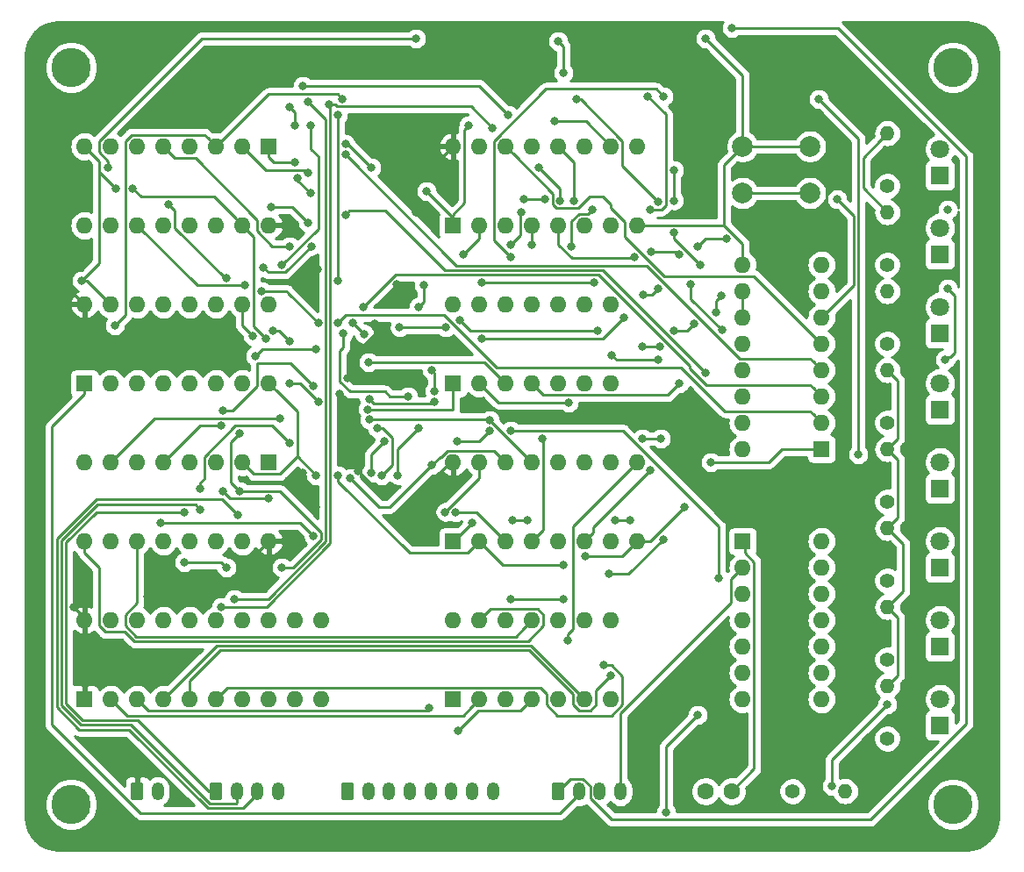
<source format=gbr>
G04 #@! TF.GenerationSoftware,KiCad,Pcbnew,(5.1.2-1)-1*
G04 #@! TF.CreationDate,2019-08-26T08:18:24+10:00*
G04 #@! TF.ProjectId,memory,6d656d6f-7279-42e6-9b69-6361645f7063,rev?*
G04 #@! TF.SameCoordinates,Original*
G04 #@! TF.FileFunction,Copper,L2,Bot*
G04 #@! TF.FilePolarity,Positive*
%FSLAX46Y46*%
G04 Gerber Fmt 4.6, Leading zero omitted, Abs format (unit mm)*
G04 Created by KiCad (PCBNEW (5.1.2-1)-1) date 2019-08-26 08:18:24*
%MOMM*%
%LPD*%
G04 APERTURE LIST*
%ADD10R,1.600000X1.600000*%
%ADD11O,1.600000X1.600000*%
%ADD12C,3.790000*%
%ADD13C,1.600000*%
%ADD14R,1.800000X1.800000*%
%ADD15C,1.800000*%
%ADD16C,0.100000*%
%ADD17C,1.200000*%
%ADD18O,1.200000X1.750000*%
%ADD19O,1.400000X1.400000*%
%ADD20C,1.400000*%
%ADD21C,2.000000*%
%ADD22C,0.800000*%
%ADD23C,0.250000*%
%ADD24C,0.254000*%
G04 APERTURE END LIST*
D10*
X125984000Y-91694000D03*
D11*
X108204000Y-99314000D03*
X123444000Y-91694000D03*
X110744000Y-99314000D03*
X120904000Y-91694000D03*
X113284000Y-99314000D03*
X118364000Y-91694000D03*
X115824000Y-99314000D03*
X115824000Y-91694000D03*
X118364000Y-99314000D03*
X113284000Y-91694000D03*
X120904000Y-99314000D03*
X110744000Y-91694000D03*
X123444000Y-99314000D03*
X108204000Y-91694000D03*
X125984000Y-99314000D03*
D12*
X106934000Y-124714000D03*
X106934000Y-53594000D03*
X192024000Y-53594000D03*
X192024000Y-124714000D03*
D13*
X168148000Y-123444000D03*
X170648000Y-123444000D03*
D14*
X190754000Y-117094000D03*
D15*
X190754000Y-114554000D03*
X190754000Y-106934000D03*
D14*
X190754000Y-109474000D03*
X190754000Y-101854000D03*
D15*
X190754000Y-99314000D03*
X190754000Y-91694000D03*
D14*
X190754000Y-94234000D03*
D15*
X190754000Y-84074000D03*
D14*
X190754000Y-86614000D03*
X190754000Y-79248000D03*
D15*
X190754000Y-76708000D03*
X190754000Y-69088000D03*
D14*
X190754000Y-71628000D03*
X190754000Y-64008000D03*
D15*
X190754000Y-61468000D03*
D16*
G36*
X113658505Y-122570204D02*
G01*
X113682773Y-122573804D01*
X113706572Y-122579765D01*
X113729671Y-122588030D01*
X113751850Y-122598520D01*
X113772893Y-122611132D01*
X113792599Y-122625747D01*
X113810777Y-122642223D01*
X113827253Y-122660401D01*
X113841868Y-122680107D01*
X113854480Y-122701150D01*
X113864970Y-122723329D01*
X113873235Y-122746428D01*
X113879196Y-122770227D01*
X113882796Y-122794495D01*
X113884000Y-122818999D01*
X113884000Y-124069001D01*
X113882796Y-124093505D01*
X113879196Y-124117773D01*
X113873235Y-124141572D01*
X113864970Y-124164671D01*
X113854480Y-124186850D01*
X113841868Y-124207893D01*
X113827253Y-124227599D01*
X113810777Y-124245777D01*
X113792599Y-124262253D01*
X113772893Y-124276868D01*
X113751850Y-124289480D01*
X113729671Y-124299970D01*
X113706572Y-124308235D01*
X113682773Y-124314196D01*
X113658505Y-124317796D01*
X113634001Y-124319000D01*
X112933999Y-124319000D01*
X112909495Y-124317796D01*
X112885227Y-124314196D01*
X112861428Y-124308235D01*
X112838329Y-124299970D01*
X112816150Y-124289480D01*
X112795107Y-124276868D01*
X112775401Y-124262253D01*
X112757223Y-124245777D01*
X112740747Y-124227599D01*
X112726132Y-124207893D01*
X112713520Y-124186850D01*
X112703030Y-124164671D01*
X112694765Y-124141572D01*
X112688804Y-124117773D01*
X112685204Y-124093505D01*
X112684000Y-124069001D01*
X112684000Y-122818999D01*
X112685204Y-122794495D01*
X112688804Y-122770227D01*
X112694765Y-122746428D01*
X112703030Y-122723329D01*
X112713520Y-122701150D01*
X112726132Y-122680107D01*
X112740747Y-122660401D01*
X112757223Y-122642223D01*
X112775401Y-122625747D01*
X112795107Y-122611132D01*
X112816150Y-122598520D01*
X112838329Y-122588030D01*
X112861428Y-122579765D01*
X112885227Y-122573804D01*
X112909495Y-122570204D01*
X112933999Y-122569000D01*
X113634001Y-122569000D01*
X113658505Y-122570204D01*
X113658505Y-122570204D01*
G37*
D17*
X113284000Y-123444000D03*
D18*
X115284000Y-123444000D03*
D16*
G36*
X154298505Y-122570204D02*
G01*
X154322773Y-122573804D01*
X154346572Y-122579765D01*
X154369671Y-122588030D01*
X154391850Y-122598520D01*
X154412893Y-122611132D01*
X154432599Y-122625747D01*
X154450777Y-122642223D01*
X154467253Y-122660401D01*
X154481868Y-122680107D01*
X154494480Y-122701150D01*
X154504970Y-122723329D01*
X154513235Y-122746428D01*
X154519196Y-122770227D01*
X154522796Y-122794495D01*
X154524000Y-122818999D01*
X154524000Y-124069001D01*
X154522796Y-124093505D01*
X154519196Y-124117773D01*
X154513235Y-124141572D01*
X154504970Y-124164671D01*
X154494480Y-124186850D01*
X154481868Y-124207893D01*
X154467253Y-124227599D01*
X154450777Y-124245777D01*
X154432599Y-124262253D01*
X154412893Y-124276868D01*
X154391850Y-124289480D01*
X154369671Y-124299970D01*
X154346572Y-124308235D01*
X154322773Y-124314196D01*
X154298505Y-124317796D01*
X154274001Y-124319000D01*
X153573999Y-124319000D01*
X153549495Y-124317796D01*
X153525227Y-124314196D01*
X153501428Y-124308235D01*
X153478329Y-124299970D01*
X153456150Y-124289480D01*
X153435107Y-124276868D01*
X153415401Y-124262253D01*
X153397223Y-124245777D01*
X153380747Y-124227599D01*
X153366132Y-124207893D01*
X153353520Y-124186850D01*
X153343030Y-124164671D01*
X153334765Y-124141572D01*
X153328804Y-124117773D01*
X153325204Y-124093505D01*
X153324000Y-124069001D01*
X153324000Y-122818999D01*
X153325204Y-122794495D01*
X153328804Y-122770227D01*
X153334765Y-122746428D01*
X153343030Y-122723329D01*
X153353520Y-122701150D01*
X153366132Y-122680107D01*
X153380747Y-122660401D01*
X153397223Y-122642223D01*
X153415401Y-122625747D01*
X153435107Y-122611132D01*
X153456150Y-122598520D01*
X153478329Y-122588030D01*
X153501428Y-122579765D01*
X153525227Y-122573804D01*
X153549495Y-122570204D01*
X153573999Y-122569000D01*
X154274001Y-122569000D01*
X154298505Y-122570204D01*
X154298505Y-122570204D01*
G37*
D17*
X153924000Y-123444000D03*
D18*
X155924000Y-123444000D03*
X157924000Y-123444000D03*
X159924000Y-123444000D03*
X126904000Y-123444000D03*
X124904000Y-123444000D03*
X122904000Y-123444000D03*
D16*
G36*
X121278505Y-122570204D02*
G01*
X121302773Y-122573804D01*
X121326572Y-122579765D01*
X121349671Y-122588030D01*
X121371850Y-122598520D01*
X121392893Y-122611132D01*
X121412599Y-122625747D01*
X121430777Y-122642223D01*
X121447253Y-122660401D01*
X121461868Y-122680107D01*
X121474480Y-122701150D01*
X121484970Y-122723329D01*
X121493235Y-122746428D01*
X121499196Y-122770227D01*
X121502796Y-122794495D01*
X121504000Y-122818999D01*
X121504000Y-124069001D01*
X121502796Y-124093505D01*
X121499196Y-124117773D01*
X121493235Y-124141572D01*
X121484970Y-124164671D01*
X121474480Y-124186850D01*
X121461868Y-124207893D01*
X121447253Y-124227599D01*
X121430777Y-124245777D01*
X121412599Y-124262253D01*
X121392893Y-124276868D01*
X121371850Y-124289480D01*
X121349671Y-124299970D01*
X121326572Y-124308235D01*
X121302773Y-124314196D01*
X121278505Y-124317796D01*
X121254001Y-124319000D01*
X120553999Y-124319000D01*
X120529495Y-124317796D01*
X120505227Y-124314196D01*
X120481428Y-124308235D01*
X120458329Y-124299970D01*
X120436150Y-124289480D01*
X120415107Y-124276868D01*
X120395401Y-124262253D01*
X120377223Y-124245777D01*
X120360747Y-124227599D01*
X120346132Y-124207893D01*
X120333520Y-124186850D01*
X120323030Y-124164671D01*
X120314765Y-124141572D01*
X120308804Y-124117773D01*
X120305204Y-124093505D01*
X120304000Y-124069001D01*
X120304000Y-122818999D01*
X120305204Y-122794495D01*
X120308804Y-122770227D01*
X120314765Y-122746428D01*
X120323030Y-122723329D01*
X120333520Y-122701150D01*
X120346132Y-122680107D01*
X120360747Y-122660401D01*
X120377223Y-122642223D01*
X120395401Y-122625747D01*
X120415107Y-122611132D01*
X120436150Y-122598520D01*
X120458329Y-122588030D01*
X120481428Y-122579765D01*
X120505227Y-122573804D01*
X120529495Y-122570204D01*
X120553999Y-122569000D01*
X121254001Y-122569000D01*
X121278505Y-122570204D01*
X121278505Y-122570204D01*
G37*
D17*
X120904000Y-123444000D03*
D16*
G36*
X133978505Y-122570204D02*
G01*
X134002773Y-122573804D01*
X134026572Y-122579765D01*
X134049671Y-122588030D01*
X134071850Y-122598520D01*
X134092893Y-122611132D01*
X134112599Y-122625747D01*
X134130777Y-122642223D01*
X134147253Y-122660401D01*
X134161868Y-122680107D01*
X134174480Y-122701150D01*
X134184970Y-122723329D01*
X134193235Y-122746428D01*
X134199196Y-122770227D01*
X134202796Y-122794495D01*
X134204000Y-122818999D01*
X134204000Y-124069001D01*
X134202796Y-124093505D01*
X134199196Y-124117773D01*
X134193235Y-124141572D01*
X134184970Y-124164671D01*
X134174480Y-124186850D01*
X134161868Y-124207893D01*
X134147253Y-124227599D01*
X134130777Y-124245777D01*
X134112599Y-124262253D01*
X134092893Y-124276868D01*
X134071850Y-124289480D01*
X134049671Y-124299970D01*
X134026572Y-124308235D01*
X134002773Y-124314196D01*
X133978505Y-124317796D01*
X133954001Y-124319000D01*
X133253999Y-124319000D01*
X133229495Y-124317796D01*
X133205227Y-124314196D01*
X133181428Y-124308235D01*
X133158329Y-124299970D01*
X133136150Y-124289480D01*
X133115107Y-124276868D01*
X133095401Y-124262253D01*
X133077223Y-124245777D01*
X133060747Y-124227599D01*
X133046132Y-124207893D01*
X133033520Y-124186850D01*
X133023030Y-124164671D01*
X133014765Y-124141572D01*
X133008804Y-124117773D01*
X133005204Y-124093505D01*
X133004000Y-124069001D01*
X133004000Y-122818999D01*
X133005204Y-122794495D01*
X133008804Y-122770227D01*
X133014765Y-122746428D01*
X133023030Y-122723329D01*
X133033520Y-122701150D01*
X133046132Y-122680107D01*
X133060747Y-122660401D01*
X133077223Y-122642223D01*
X133095401Y-122625747D01*
X133115107Y-122611132D01*
X133136150Y-122598520D01*
X133158329Y-122588030D01*
X133181428Y-122579765D01*
X133205227Y-122573804D01*
X133229495Y-122570204D01*
X133253999Y-122569000D01*
X133954001Y-122569000D01*
X133978505Y-122570204D01*
X133978505Y-122570204D01*
G37*
D17*
X133604000Y-123444000D03*
D18*
X135604000Y-123444000D03*
X137604000Y-123444000D03*
X139604000Y-123444000D03*
X141604000Y-123444000D03*
X143604000Y-123444000D03*
X145604000Y-123444000D03*
X147604000Y-123444000D03*
D19*
X185674000Y-113284000D03*
D20*
X185674000Y-118364000D03*
X185674000Y-110744000D03*
D19*
X185674000Y-105664000D03*
X185674000Y-98044000D03*
D20*
X185674000Y-103124000D03*
X185674000Y-95504000D03*
D19*
X185674000Y-90424000D03*
D20*
X185674000Y-87884000D03*
D19*
X185674000Y-82804000D03*
X185674000Y-75184000D03*
D20*
X185674000Y-80264000D03*
X185674000Y-72644000D03*
D19*
X185674000Y-67564000D03*
X185674000Y-59944000D03*
D20*
X185674000Y-65024000D03*
X176530000Y-123444000D03*
D19*
X181610000Y-123444000D03*
D21*
X171704000Y-65714000D03*
X171704000Y-61214000D03*
X178204000Y-65714000D03*
X178204000Y-61214000D03*
D10*
X179324000Y-90424000D03*
D11*
X171704000Y-72644000D03*
X179324000Y-87884000D03*
X171704000Y-75184000D03*
X179324000Y-85344000D03*
X171704000Y-77724000D03*
X179324000Y-82804000D03*
X171704000Y-80264000D03*
X179324000Y-80264000D03*
X171704000Y-82804000D03*
X179324000Y-77724000D03*
X171704000Y-85344000D03*
X179324000Y-75184000D03*
X171704000Y-87884000D03*
X179324000Y-72644000D03*
X171704000Y-90424000D03*
D10*
X108204000Y-84074000D03*
D11*
X125984000Y-76454000D03*
X110744000Y-84074000D03*
X123444000Y-76454000D03*
X113284000Y-84074000D03*
X120904000Y-76454000D03*
X115824000Y-84074000D03*
X118364000Y-76454000D03*
X118364000Y-84074000D03*
X115824000Y-76454000D03*
X120904000Y-84074000D03*
X113284000Y-76454000D03*
X123444000Y-84074000D03*
X110744000Y-76454000D03*
X125984000Y-84074000D03*
X108204000Y-76454000D03*
X143764000Y-91694000D03*
X161544000Y-99314000D03*
X146304000Y-91694000D03*
X159004000Y-99314000D03*
X148844000Y-91694000D03*
X156464000Y-99314000D03*
X151384000Y-91694000D03*
X153924000Y-99314000D03*
X153924000Y-91694000D03*
X151384000Y-99314000D03*
X156464000Y-91694000D03*
X148844000Y-99314000D03*
X159004000Y-91694000D03*
X146304000Y-99314000D03*
X161544000Y-91694000D03*
D10*
X143764000Y-99314000D03*
X143764000Y-114554000D03*
D11*
X159004000Y-106934000D03*
X146304000Y-114554000D03*
X156464000Y-106934000D03*
X148844000Y-114554000D03*
X153924000Y-106934000D03*
X151384000Y-114554000D03*
X151384000Y-106934000D03*
X153924000Y-114554000D03*
X148844000Y-106934000D03*
X156464000Y-114554000D03*
X146304000Y-106934000D03*
X159004000Y-114554000D03*
X143764000Y-106934000D03*
D10*
X171704000Y-99314000D03*
D11*
X179324000Y-114554000D03*
X171704000Y-101854000D03*
X179324000Y-112014000D03*
X171704000Y-104394000D03*
X179324000Y-109474000D03*
X171704000Y-106934000D03*
X179324000Y-106934000D03*
X171704000Y-109474000D03*
X179324000Y-104394000D03*
X171704000Y-112014000D03*
X179324000Y-101854000D03*
X171704000Y-114554000D03*
X179324000Y-99314000D03*
X143764000Y-76454000D03*
X159004000Y-84074000D03*
X146304000Y-76454000D03*
X156464000Y-84074000D03*
X148844000Y-76454000D03*
X153924000Y-84074000D03*
X151384000Y-76454000D03*
X151384000Y-84074000D03*
X153924000Y-76454000D03*
X148844000Y-84074000D03*
X156464000Y-76454000D03*
X146304000Y-84074000D03*
X159004000Y-76454000D03*
D10*
X143764000Y-84074000D03*
X108204000Y-114554000D03*
D11*
X131064000Y-106934000D03*
X110744000Y-114554000D03*
X128524000Y-106934000D03*
X113284000Y-114554000D03*
X125984000Y-106934000D03*
X115824000Y-114554000D03*
X123444000Y-106934000D03*
X118364000Y-114554000D03*
X120904000Y-106934000D03*
X120904000Y-114554000D03*
X118364000Y-106934000D03*
X123444000Y-114554000D03*
X115824000Y-106934000D03*
X125984000Y-114554000D03*
X113284000Y-106934000D03*
X128524000Y-114554000D03*
X110744000Y-106934000D03*
X131064000Y-114554000D03*
X108204000Y-106934000D03*
D10*
X143764000Y-68834000D03*
D11*
X161544000Y-61214000D03*
X146304000Y-68834000D03*
X159004000Y-61214000D03*
X148844000Y-68834000D03*
X156464000Y-61214000D03*
X151384000Y-68834000D03*
X153924000Y-61214000D03*
X153924000Y-68834000D03*
X151384000Y-61214000D03*
X156464000Y-68834000D03*
X148844000Y-61214000D03*
X159004000Y-68834000D03*
X146304000Y-61214000D03*
X161544000Y-68834000D03*
X143764000Y-61214000D03*
X125984000Y-68834000D03*
X108204000Y-61214000D03*
X123444000Y-68834000D03*
X110744000Y-61214000D03*
X120904000Y-68834000D03*
X113284000Y-61214000D03*
X118364000Y-68834000D03*
X115824000Y-61214000D03*
X115824000Y-68834000D03*
X118364000Y-61214000D03*
X113284000Y-68834000D03*
X120904000Y-61214000D03*
X110744000Y-68834000D03*
X123444000Y-61214000D03*
X108204000Y-68834000D03*
D10*
X125984000Y-61214000D03*
D22*
X141478000Y-115410990D03*
X144272000Y-117602000D03*
X159004000Y-112268000D03*
X158279000Y-111252000D03*
X149352000Y-104902000D03*
X154436653Y-104906653D03*
X158814662Y-102426662D03*
X164032154Y-99111846D03*
X154940000Y-85924001D03*
X162052000Y-80518000D03*
X163695851Y-80506155D03*
X165104653Y-78989347D03*
X167056846Y-78307154D03*
X165608000Y-84074000D03*
X107151000Y-105664000D03*
X114300000Y-104648000D03*
X130556000Y-96012000D03*
X129281347Y-92714653D03*
X134560455Y-92506240D03*
X137160000Y-94996000D03*
X139700000Y-95504000D03*
X104902000Y-73152000D03*
X140208000Y-67564000D03*
X130686975Y-73077354D03*
X128524000Y-68834000D03*
X133604000Y-83566000D03*
X136205152Y-78293152D03*
X138312927Y-76185376D03*
X138307653Y-74553653D03*
X132842000Y-85090000D03*
X185674000Y-115062000D03*
X180340000Y-122936000D03*
X107950000Y-74168000D03*
X154432000Y-101600000D03*
X156524206Y-100768489D03*
X130556000Y-92964000D03*
X132656674Y-92964000D03*
X111252000Y-65278000D03*
X112883999Y-65278000D03*
X125730000Y-79756000D03*
X166111347Y-96007347D03*
X191262000Y-81788000D03*
X168148000Y-50800000D03*
X153924000Y-51054000D03*
X154432000Y-54102000D03*
X191516000Y-74930000D03*
X191516000Y-67310000D03*
X170688000Y-49784000D03*
X128524000Y-62775000D03*
X128778000Y-64262000D03*
X130031664Y-65749000D03*
X141224000Y-65532000D03*
X145288000Y-59182000D03*
X182880000Y-90932000D03*
X179070000Y-56642000D03*
X164338000Y-125476000D03*
X167386000Y-116078000D03*
X160854001Y-97282000D03*
X159404001Y-97282000D03*
X150983999Y-97282000D03*
X149533999Y-97282000D03*
X145614001Y-97536000D03*
X138447000Y-92947000D03*
X140462000Y-88392000D03*
X146558000Y-79756000D03*
X160274000Y-77724000D03*
X162089000Y-75550166D03*
X163576000Y-74930000D03*
X163576000Y-66548000D03*
X155689347Y-56629347D03*
X143023653Y-96498347D03*
X123043999Y-96774000D03*
X149352000Y-70684001D03*
X150368000Y-67564000D03*
X119380000Y-96266000D03*
X121593999Y-94528786D03*
X125984000Y-95213000D03*
X133853347Y-93213347D03*
X141732000Y-91948000D03*
X141986000Y-84836000D03*
X141732000Y-82804000D03*
X146558000Y-74327010D03*
X157418848Y-74327010D03*
X162814000Y-67310000D03*
X162560000Y-56388000D03*
X117856000Y-96520000D03*
X119380000Y-94234000D03*
X128016000Y-89843999D03*
X135710000Y-87578625D03*
X147320000Y-87630000D03*
X149352000Y-71882000D03*
X164084000Y-56388000D03*
X132656674Y-74168000D03*
X132656674Y-58166000D03*
X135890000Y-92710000D03*
X137160000Y-89662000D03*
X154108654Y-66439000D03*
X152073999Y-63246000D03*
X135890000Y-63246000D03*
X133381674Y-60960000D03*
X128524000Y-59182000D03*
X128016000Y-57404000D03*
X122682000Y-104902000D03*
X129794000Y-56896000D03*
X129286000Y-55372000D03*
X149098000Y-58166000D03*
X153530347Y-58788347D03*
X121412000Y-105664000D03*
X131826000Y-57150000D03*
X147574000Y-59436000D03*
X121920000Y-101854000D03*
X117851347Y-101341347D03*
X111144001Y-78486000D03*
X133096000Y-56642000D03*
X116332000Y-66802000D03*
X121920000Y-73914000D03*
X123190000Y-88900000D03*
X123190000Y-94488000D03*
X127254000Y-101854000D03*
X127254000Y-72644000D03*
X130048000Y-59182000D03*
X130306653Y-98810653D03*
X115570000Y-97536000D03*
X110490000Y-63246000D03*
X140208000Y-50800000D03*
X136906000Y-92964000D03*
X136435000Y-88392000D03*
X135189152Y-79309152D03*
X134112000Y-78232000D03*
X125476000Y-72898000D03*
X150617347Y-66289347D03*
X152658653Y-66298653D03*
X130085807Y-70837499D03*
X126238000Y-67056000D03*
X129794000Y-68580000D03*
X133381674Y-67818000D03*
X168148000Y-83058000D03*
X168656000Y-91694000D03*
X123698000Y-74639000D03*
X125294001Y-75184000D03*
X130756664Y-78232000D03*
X132656674Y-78232000D03*
X128011347Y-70861347D03*
X135128000Y-76708000D03*
X129794000Y-63754000D03*
X133381674Y-61976000D03*
X180848000Y-66314001D03*
X161279051Y-71892949D03*
X162851000Y-71374000D03*
X165603347Y-71632653D03*
X167381347Y-70861347D03*
X170180000Y-70113306D03*
X144780000Y-71628000D03*
X140970000Y-74603999D03*
X140462000Y-76708000D03*
X138616552Y-78672552D03*
X143061552Y-78680448D03*
X144453999Y-77978000D03*
X157734000Y-78994000D03*
X159055846Y-81331846D03*
X163539000Y-81825000D03*
X169168653Y-77220653D03*
X169672000Y-75584001D03*
X124693138Y-81445228D03*
X130556000Y-80772000D03*
X133171513Y-79276179D03*
X139446000Y-85344000D03*
X144025303Y-96522002D03*
X124455347Y-79506653D03*
X126384001Y-78994000D03*
X128016000Y-80010000D03*
X128016000Y-84074000D03*
X130756664Y-85852000D03*
X135665506Y-85598190D03*
X141986000Y-85866502D03*
X144164001Y-89662000D03*
X147315347Y-88650653D03*
X149356653Y-88641347D03*
X169418000Y-102870000D03*
X162814000Y-92456000D03*
X155194000Y-70866000D03*
X157226000Y-67310000D03*
X155448000Y-66439000D03*
X152400000Y-89408000D03*
X151384000Y-70684001D03*
X162052000Y-89408000D03*
X163830000Y-89408000D03*
X169733152Y-78932848D03*
X166732999Y-74494001D03*
X167644653Y-72648653D03*
X165100000Y-69559000D03*
X165100000Y-66439000D03*
X165100000Y-63500000D03*
X154852717Y-108851023D03*
X121412000Y-88162152D03*
X121593999Y-86712152D03*
X130302000Y-84328000D03*
X135636000Y-82042000D03*
X135550029Y-86591502D03*
X127061152Y-87437152D03*
D23*
X171958000Y-99568000D02*
X171704000Y-99314000D01*
X171958000Y-100442998D02*
X171958000Y-99568000D01*
X172829001Y-101313999D02*
X171958000Y-100442998D01*
X172829001Y-121262999D02*
X172829001Y-101313999D01*
X170648000Y-123444000D02*
X172829001Y-121262999D01*
X144722010Y-116135990D02*
X145504001Y-115353999D01*
X112325990Y-116135990D02*
X144722010Y-116135990D01*
X145504001Y-115353999D02*
X146304000Y-114554000D01*
X110744000Y-114554000D02*
X112325990Y-116135990D01*
X141209989Y-115679001D02*
X141478000Y-115410990D01*
X114409001Y-115679001D02*
X141209989Y-115679001D01*
X113284000Y-114554000D02*
X114409001Y-115679001D01*
X150584001Y-115353999D02*
X151384000Y-114554000D01*
X150258999Y-115679001D02*
X150584001Y-115353999D01*
X146194999Y-115679001D02*
X150258999Y-115679001D01*
X144272000Y-117602000D02*
X146194999Y-115679001D01*
X151319030Y-109409030D02*
X156464000Y-114554000D01*
X120968970Y-109409030D02*
X151319030Y-109409030D01*
X115824000Y-114554000D02*
X120968970Y-109409030D01*
X157004001Y-115679001D02*
X157589001Y-115094001D01*
X155338999Y-115094001D02*
X155923999Y-115679001D01*
X155338999Y-114065409D02*
X155338999Y-115094001D01*
X151132630Y-109859040D02*
X155338999Y-114065409D01*
X121280960Y-109859040D02*
X151132630Y-109859040D01*
X157589001Y-113682999D02*
X159004000Y-112268000D01*
X118364000Y-112776000D02*
X121280960Y-109859040D01*
X118364000Y-114554000D02*
X118364000Y-112776000D01*
X157589001Y-115094001D02*
X157589001Y-113682999D01*
X155923999Y-115679001D02*
X157004001Y-115679001D01*
X159061002Y-111252000D02*
X158279000Y-111252000D01*
X160129001Y-112319999D02*
X159061002Y-111252000D01*
X160129001Y-115094001D02*
X160129001Y-112319999D01*
X159093992Y-116129010D02*
X160129001Y-115094001D01*
X122029001Y-113428999D02*
X152213999Y-113428999D01*
X152798999Y-114013999D02*
X152798999Y-115094001D01*
X153834008Y-116129010D02*
X159093992Y-116129010D01*
X152213999Y-113428999D02*
X152798999Y-114013999D01*
X152798999Y-115094001D02*
X153834008Y-116129010D01*
X120904000Y-114554000D02*
X122029001Y-113428999D01*
X154432000Y-104902000D02*
X154436653Y-104906653D01*
X149352000Y-104902000D02*
X154432000Y-104902000D01*
X160717338Y-102426662D02*
X164032154Y-99111846D01*
X158814662Y-102426662D02*
X160717338Y-102426662D01*
X148154001Y-85924001D02*
X146304000Y-84074000D01*
X154940000Y-85924001D02*
X148154001Y-85924001D01*
X163684006Y-80518000D02*
X163695851Y-80506155D01*
X162052000Y-80518000D02*
X163684006Y-80518000D01*
X166374653Y-78989347D02*
X167056846Y-78307154D01*
X165104653Y-78989347D02*
X166374653Y-78989347D01*
X164482999Y-85199001D02*
X165608000Y-84074000D01*
X152509001Y-85199001D02*
X164482999Y-85199001D01*
X151384000Y-84074000D02*
X152509001Y-85199001D01*
X108204000Y-114554000D02*
X108204000Y-106934000D01*
X108204000Y-106717000D02*
X108204000Y-114554000D01*
X107151000Y-105664000D02*
X108204000Y-106717000D01*
X120650000Y-104648000D02*
X114300000Y-104648000D01*
X125984000Y-99314000D02*
X120650000Y-104648000D01*
X129281347Y-94737347D02*
X129281347Y-92714653D01*
X130556000Y-96012000D02*
X129281347Y-94737347D01*
X137050215Y-94996000D02*
X137160000Y-94996000D01*
X134560455Y-92506240D02*
X137050215Y-94996000D01*
X143510000Y-91694000D02*
X143764000Y-91694000D01*
X139700000Y-95504000D02*
X143510000Y-91694000D01*
X105467990Y-73717990D02*
X104902000Y-73152000D01*
X108204000Y-76454000D02*
X105467990Y-73717990D01*
X140208000Y-64770000D02*
X140208000Y-67564000D01*
X143764000Y-61214000D02*
X140208000Y-64770000D01*
X136205152Y-79366154D02*
X136205152Y-78293152D01*
X133604000Y-81967306D02*
X136205152Y-79366154D01*
X133604000Y-83566000D02*
X133604000Y-81967306D01*
X138312927Y-74558927D02*
X138307653Y-74553653D01*
X138312927Y-76185376D02*
X138312927Y-74558927D01*
X186373999Y-106363999D02*
X185674000Y-105664000D01*
X186699001Y-106689001D02*
X186373999Y-106363999D01*
X186699001Y-112258999D02*
X186699001Y-106689001D01*
X185674000Y-113284000D02*
X186699001Y-112258999D01*
X186373999Y-98743999D02*
X185674000Y-98044000D01*
X187198000Y-99568000D02*
X186373999Y-98743999D01*
X187198000Y-104140000D02*
X187198000Y-99568000D01*
X185674000Y-105664000D02*
X187198000Y-104140000D01*
X186373999Y-91123999D02*
X185674000Y-90424000D01*
X186699001Y-97018999D02*
X186699001Y-91449001D01*
X186699001Y-91449001D02*
X186373999Y-91123999D01*
X185674000Y-98044000D02*
X186699001Y-97018999D01*
X186699001Y-83829001D02*
X186373999Y-83503999D01*
X186373999Y-83503999D02*
X185674000Y-82804000D01*
X186699001Y-89398999D02*
X186699001Y-83829001D01*
X185674000Y-90424000D02*
X186699001Y-89398999D01*
X180340000Y-120396000D02*
X185674000Y-115062000D01*
X180340000Y-122936000D02*
X180340000Y-120396000D01*
X108458000Y-74168000D02*
X107950000Y-74168000D01*
X110744000Y-76454000D02*
X108458000Y-74168000D01*
X149464998Y-101600000D02*
X154432000Y-101600000D01*
X148590000Y-101600000D02*
X149464998Y-101600000D01*
X146304000Y-99314000D02*
X148590000Y-101600000D01*
X160089511Y-100768489D02*
X161544000Y-99314000D01*
X156524206Y-100768489D02*
X160089511Y-100768489D01*
X126783999Y-84873999D02*
X125984000Y-84074000D01*
X128741001Y-86831001D02*
X126783999Y-84873999D01*
X128741001Y-91122001D02*
X128741001Y-86831001D01*
X127044001Y-92819001D02*
X128741001Y-91122001D01*
X124569001Y-92819001D02*
X127044001Y-92819001D01*
X123444000Y-91694000D02*
X124569001Y-92819001D01*
X128741001Y-91149001D02*
X130556000Y-92964000D01*
X128741001Y-91122001D02*
X128741001Y-91149001D01*
X145178999Y-100439001D02*
X145504001Y-100113999D01*
X139565990Y-100439001D02*
X145178999Y-100439001D01*
X145504001Y-100113999D02*
X146304000Y-99314000D01*
X132656674Y-93529685D02*
X139565990Y-100439001D01*
X132656674Y-92964000D02*
X132656674Y-93529685D01*
X108349999Y-73768001D02*
X107950000Y-74168000D01*
X109618999Y-72499001D02*
X108349999Y-73768001D01*
X109618999Y-62628999D02*
X109618999Y-72499001D01*
X108204000Y-61214000D02*
X109618999Y-62628999D01*
X109618999Y-63644999D02*
X111252000Y-65278000D01*
X109618999Y-62628999D02*
X109618999Y-63644999D01*
X122644001Y-68034001D02*
X123444000Y-68834000D01*
X120686999Y-66076999D02*
X122644001Y-68034001D01*
X113682998Y-66076999D02*
X120686999Y-66076999D01*
X112883999Y-65278000D02*
X113682998Y-66076999D01*
X124569001Y-78595001D02*
X125730000Y-79756000D01*
X124569001Y-69959001D02*
X124569001Y-78595001D01*
X123444000Y-68834000D02*
X124569001Y-69959001D01*
X162804694Y-99314000D02*
X166111347Y-96007347D01*
X161544000Y-99314000D02*
X162804694Y-99314000D01*
X161544000Y-68834000D02*
X169926000Y-68834000D01*
X171704000Y-70612000D02*
X171704000Y-72644000D01*
X169926000Y-68834000D02*
X171704000Y-70612000D01*
X171704000Y-75184000D02*
X171704000Y-77724000D01*
X178204000Y-61214000D02*
X171704000Y-61214000D01*
X171704000Y-54356000D02*
X168148000Y-50800000D01*
X171704000Y-61214000D02*
X171704000Y-54356000D01*
X154432000Y-51562000D02*
X154432000Y-54102000D01*
X153924000Y-51054000D02*
X154432000Y-51562000D01*
X169926000Y-62992000D02*
X171704000Y-61214000D01*
X169926000Y-68834000D02*
X169926000Y-62992000D01*
X192169999Y-75583999D02*
X191516000Y-74930000D01*
X192169999Y-81134001D02*
X192169999Y-75583999D01*
X191770000Y-81534000D02*
X192169999Y-81134001D01*
X184974001Y-60643999D02*
X185674000Y-59944000D01*
X183330010Y-62287990D02*
X184974001Y-60643999D01*
X183330010Y-65220010D02*
X183330010Y-62287990D01*
X185674000Y-67564000D02*
X183330010Y-65220010D01*
X191516000Y-81534000D02*
X191262000Y-81788000D01*
X191770000Y-81534000D02*
X191516000Y-81534000D01*
X156998990Y-122935829D02*
X156998990Y-124102151D01*
X156998990Y-124102151D02*
X159097840Y-126201001D01*
X156307151Y-122243990D02*
X156998990Y-122935829D01*
X155124010Y-122243990D02*
X156307151Y-122243990D01*
X184032001Y-126201001D02*
X193294000Y-116939002D01*
X159097840Y-126201001D02*
X184032001Y-126201001D01*
X153924000Y-123444000D02*
X155124010Y-122243990D01*
X193294000Y-62194998D02*
X180883002Y-49784000D01*
X180883002Y-49784000D02*
X170688000Y-49784000D01*
X193294000Y-116939002D02*
X193294000Y-62194998D01*
X108204000Y-85124000D02*
X108204000Y-84074000D01*
X105075973Y-88252027D02*
X108204000Y-85124000D01*
X105075973Y-117024163D02*
X105075973Y-88252027D01*
X113595838Y-125544028D02*
X105075973Y-117024163D01*
X154098972Y-125544028D02*
X113595838Y-125544028D01*
X155924000Y-123719000D02*
X154098972Y-125544028D01*
X155924000Y-123444000D02*
X155924000Y-123719000D01*
X126495000Y-62775000D02*
X128524000Y-62775000D01*
X125984000Y-62264000D02*
X126495000Y-62775000D01*
X125984000Y-61214000D02*
X125984000Y-62264000D01*
X128778000Y-64495336D02*
X130031664Y-65749000D01*
X128778000Y-64262000D02*
X128778000Y-64495336D01*
X143764000Y-68072000D02*
X143764000Y-68834000D01*
X141224000Y-65532000D02*
X143764000Y-68072000D01*
X144889001Y-59580999D02*
X145288000Y-59182000D01*
X144889001Y-66658999D02*
X144889001Y-59580999D01*
X143764000Y-67784000D02*
X144889001Y-66658999D01*
X143764000Y-68834000D02*
X143764000Y-67784000D01*
X170904001Y-102653999D02*
X171704000Y-101854000D01*
X170578999Y-102979001D02*
X170904001Y-102653999D01*
X170578999Y-105280413D02*
X170578999Y-102979001D01*
X159924000Y-115935412D02*
X170578999Y-105280413D01*
X159924000Y-123444000D02*
X159924000Y-115935412D01*
X182880000Y-60452000D02*
X179070000Y-56642000D01*
X182880000Y-90932000D02*
X182880000Y-60452000D01*
X164338000Y-119126000D02*
X167386000Y-116078000D01*
X164338000Y-125476000D02*
X164338000Y-119126000D01*
X160854001Y-97282000D02*
X159404001Y-97282000D01*
X150983999Y-97282000D02*
X149533999Y-97282000D01*
X143836001Y-99314000D02*
X143764000Y-99314000D01*
X145614001Y-97536000D02*
X143836001Y-99314000D01*
X138447000Y-90407000D02*
X140462000Y-88392000D01*
X138447000Y-92947000D02*
X138447000Y-90407000D01*
X158242000Y-79756000D02*
X160274000Y-77724000D01*
X146558000Y-79756000D02*
X158242000Y-79756000D01*
X162955834Y-75550166D02*
X163576000Y-74930000D01*
X162089000Y-75550166D02*
X162955834Y-75550166D01*
X156084349Y-56629347D02*
X155689347Y-56629347D01*
X160129001Y-60673999D02*
X156084349Y-56629347D01*
X160129001Y-63101001D02*
X160129001Y-60673999D01*
X163576000Y-66548000D02*
X160129001Y-63101001D01*
X146304000Y-93218000D02*
X146304000Y-91694000D01*
X143023653Y-96498347D02*
X146304000Y-93218000D01*
X123528981Y-125094019D02*
X120129419Y-125094019D01*
X124904000Y-123719000D02*
X123528981Y-125094019D01*
X124904000Y-123444000D02*
X124904000Y-123719000D01*
X112521420Y-117486020D02*
X111644019Y-117486019D01*
X120129419Y-125094019D02*
X112521420Y-117486020D01*
X107678196Y-117486018D02*
X105525980Y-115333802D01*
X111644019Y-117486019D02*
X107678196Y-117486018D01*
X105525980Y-115333802D02*
X105525980Y-108458000D01*
X105525982Y-99054196D02*
X109330178Y-95250000D01*
X105525980Y-108458000D02*
X105525982Y-99054196D01*
X109330178Y-95250000D02*
X118364000Y-95250000D01*
X121519999Y-95250000D02*
X123043999Y-96774000D01*
X118364000Y-95250000D02*
X121519999Y-95250000D01*
X150258999Y-67673001D02*
X150368000Y-67564000D01*
X150258999Y-69777002D02*
X150258999Y-67673001D01*
X149352000Y-70684001D02*
X150258999Y-69777002D01*
X112707820Y-117036010D02*
X112071990Y-117036010D01*
X120315820Y-124644010D02*
X112707820Y-117036010D01*
X122828990Y-124644010D02*
X120315820Y-124644010D01*
X122904000Y-124569000D02*
X122828990Y-124644010D01*
X122904000Y-123444000D02*
X122904000Y-124569000D01*
X107864597Y-117036009D02*
X105975990Y-115147402D01*
X112071990Y-117036010D02*
X107864597Y-117036009D01*
X105975990Y-115147402D02*
X105975990Y-101854000D01*
X109421589Y-95794999D02*
X118908999Y-95794999D01*
X105975991Y-99240597D02*
X109421589Y-95794999D01*
X118908999Y-95794999D02*
X119380000Y-96266000D01*
X105975990Y-101854000D02*
X105975991Y-99240597D01*
X122278213Y-95213000D02*
X125984000Y-95213000D01*
X121593999Y-94528786D02*
X122278213Y-95213000D01*
X133853347Y-93213347D02*
X134329001Y-93689001D01*
X148844000Y-91694000D02*
X147718999Y-90568999D01*
X142526001Y-91153999D02*
X141732000Y-91948000D01*
X136652000Y-96012000D02*
X133853347Y-93213347D01*
X142638999Y-91153999D02*
X142526001Y-91153999D01*
X147718999Y-90568999D02*
X143223999Y-90568999D01*
X137668000Y-96012000D02*
X136652000Y-96012000D01*
X143223999Y-90568999D02*
X142638999Y-91153999D01*
X141732000Y-91948000D02*
X137668000Y-96012000D01*
X141986000Y-83058000D02*
X141732000Y-82804000D01*
X141986000Y-84836000D02*
X141986000Y-83058000D01*
X146558000Y-74327010D02*
X157418848Y-74327010D01*
X164301001Y-66896001D02*
X164301001Y-58129001D01*
X163887002Y-67310000D02*
X164301001Y-66896001D01*
X164301001Y-58129001D02*
X162560000Y-56388000D01*
X162814000Y-67310000D02*
X163887002Y-67310000D01*
X120204000Y-123444000D02*
X113346000Y-116586000D01*
X120904000Y-123444000D02*
X120204000Y-123444000D01*
X108050998Y-116586000D02*
X106426000Y-114961002D01*
X113346000Y-116586000D02*
X108050998Y-116586000D01*
X106426000Y-99426998D02*
X109332998Y-96520000D01*
X106426000Y-114961002D02*
X106426000Y-99426998D01*
X109332998Y-96520000D02*
X117856000Y-96520000D01*
X126347000Y-88174999D02*
X128016000Y-89843999D01*
X122757999Y-88174999D02*
X126347000Y-88174999D01*
X119778999Y-93269316D02*
X119778999Y-91153999D01*
X119778999Y-91153999D02*
X122757999Y-88174999D01*
X119380000Y-93668315D02*
X119778999Y-93269316D01*
X119380000Y-94234000D02*
X119380000Y-93668315D01*
X147268625Y-87578625D02*
X147320000Y-87630000D01*
X135710000Y-87578625D02*
X147268625Y-87578625D01*
X147320000Y-87630000D02*
X151384000Y-91694000D01*
X149352000Y-71882000D02*
X147718999Y-70248999D01*
X163358999Y-55662999D02*
X164084000Y-56388000D01*
X152729999Y-55662999D02*
X163358999Y-55662999D01*
X147718999Y-60673999D02*
X152729999Y-55662999D01*
X147718999Y-70248999D02*
X147718999Y-60673999D01*
X132656674Y-74168000D02*
X132656674Y-58166000D01*
X135890000Y-90932000D02*
X137160000Y-89662000D01*
X135890000Y-92710000D02*
X135890000Y-90932000D01*
X154108654Y-65280655D02*
X152073999Y-63246000D01*
X154108654Y-66439000D02*
X154108654Y-65280655D01*
X133604000Y-60960000D02*
X133381674Y-60960000D01*
X135890000Y-63246000D02*
X133604000Y-60960000D01*
X128524000Y-57912000D02*
X128016000Y-57404000D01*
X128524000Y-59182000D02*
X128524000Y-57912000D01*
X146304000Y-55372000D02*
X149098000Y-58166000D01*
X129286000Y-55372000D02*
X146304000Y-55372000D01*
X156578347Y-58788347D02*
X159004000Y-61214000D01*
X153530347Y-58788347D02*
X156578347Y-58788347D01*
X131481664Y-99345054D02*
X131481664Y-58583664D01*
X125924718Y-104902000D02*
X131481664Y-99345054D01*
X131481664Y-58583664D02*
X129794000Y-56896000D01*
X122682000Y-104902000D02*
X125924718Y-104902000D01*
X125799128Y-105664000D02*
X131931674Y-99531454D01*
X121412000Y-105664000D02*
X125799128Y-105664000D01*
X131931674Y-57255674D02*
X131826000Y-57150000D01*
X131931674Y-99531454D02*
X131931674Y-57255674D01*
X132608686Y-57367001D02*
X145505001Y-57367001D01*
X132391685Y-57150000D02*
X132608686Y-57367001D01*
X145505001Y-57367001D02*
X147574000Y-59436000D01*
X131826000Y-57150000D02*
X132391685Y-57150000D01*
X121407347Y-101341347D02*
X117851347Y-101341347D01*
X121920000Y-101854000D02*
X121407347Y-101341347D01*
X120104001Y-60414001D02*
X120904000Y-61214000D01*
X119778999Y-60088999D02*
X120104001Y-60414001D01*
X112743999Y-60088999D02*
X119778999Y-60088999D01*
X112158999Y-77471002D02*
X112158999Y-60673999D01*
X112158999Y-60673999D02*
X112743999Y-60088999D01*
X111144001Y-78486000D02*
X112158999Y-77471002D01*
X132624999Y-56170999D02*
X133096000Y-56642000D01*
X125947001Y-56170999D02*
X132624999Y-56170999D01*
X120904000Y-61214000D02*
X125947001Y-56170999D01*
X121778998Y-73914000D02*
X121920000Y-73914000D01*
X116949001Y-67419001D02*
X116949001Y-69084003D01*
X116949001Y-69084003D02*
X121778998Y-73914000D01*
X116332000Y-66802000D02*
X116949001Y-67419001D01*
X122318999Y-89771001D02*
X122318999Y-93616999D01*
X122318999Y-93616999D02*
X123190000Y-94488000D01*
X123190000Y-88900000D02*
X122318999Y-89771001D01*
X131031654Y-99158654D02*
X128336308Y-101854000D01*
X131031654Y-98462652D02*
X131031654Y-99158654D01*
X128336308Y-101854000D02*
X127254000Y-101854000D01*
X127057002Y-94488000D02*
X131031654Y-98462652D01*
X123190000Y-94488000D02*
X127057002Y-94488000D01*
X127254000Y-72644000D02*
X130756664Y-69141336D01*
X130756664Y-69141336D02*
X130756664Y-62176664D01*
X130048000Y-61468000D02*
X130048000Y-59182000D01*
X130756664Y-62176664D02*
X130048000Y-61468000D01*
X129032000Y-97536000D02*
X115570000Y-97536000D01*
X130306653Y-98810653D02*
X129032000Y-97536000D01*
X109618999Y-61754001D02*
X109618999Y-60673999D01*
X109618999Y-60673999D02*
X119492998Y-50800000D01*
X110490000Y-62625002D02*
X109618999Y-61754001D01*
X110490000Y-63246000D02*
X110490000Y-62625002D01*
X119492998Y-50800000D02*
X140208000Y-50800000D01*
X136963002Y-88392000D02*
X136435000Y-88392000D01*
X137885001Y-89313999D02*
X136963002Y-88392000D01*
X137885001Y-91984999D02*
X137885001Y-89313999D01*
X136906000Y-92964000D02*
X137885001Y-91984999D01*
X135189152Y-79309152D02*
X134112000Y-78232000D01*
X152649347Y-66289347D02*
X152658653Y-66298653D01*
X150617347Y-66289347D02*
X152649347Y-66289347D01*
X171704000Y-65714000D02*
X178204000Y-65714000D01*
X125476000Y-72898000D02*
X125947001Y-73369001D01*
X127554305Y-73369001D02*
X130085807Y-70837499D01*
X125947001Y-73369001D02*
X127554305Y-73369001D01*
X128270000Y-67056000D02*
X129794000Y-68580000D01*
X126238000Y-67056000D02*
X128270000Y-67056000D01*
X133781673Y-67418001D02*
X137268001Y-67418001D01*
X133381674Y-67818000D02*
X133781673Y-67418001D01*
X137268001Y-67418001D02*
X143002000Y-73152000D01*
X158242000Y-73152000D02*
X168148000Y-83058000D01*
X143002000Y-73152000D02*
X158242000Y-73152000D01*
X175514000Y-90424000D02*
X179324000Y-90424000D01*
X174244000Y-91694000D02*
X168656000Y-91694000D01*
X175514000Y-90424000D02*
X174244000Y-91694000D01*
X119089000Y-74639000D02*
X123698000Y-74639000D01*
X113284000Y-68834000D02*
X119089000Y-74639000D01*
X127853663Y-75328999D02*
X130756664Y-78232000D01*
X127708664Y-75184000D02*
X127853663Y-75328999D01*
X125294001Y-75184000D02*
X127708664Y-75184000D01*
X178524001Y-87084001D02*
X179324000Y-87884000D01*
X178198999Y-86758999D02*
X178524001Y-87084001D01*
X169993999Y-86758999D02*
X178198999Y-86758999D01*
X147956410Y-82550000D02*
X165785000Y-82550000D01*
X165785000Y-82550000D02*
X169993999Y-86758999D01*
X142913409Y-77506999D02*
X147956410Y-82550000D01*
X133381675Y-77506999D02*
X142913409Y-77506999D01*
X132656674Y-78232000D02*
X133381675Y-77506999D01*
X126346345Y-70861347D02*
X128011347Y-70861347D01*
X124858999Y-69374001D02*
X126346345Y-70861347D01*
X124858999Y-68293999D02*
X124858999Y-69374001D01*
X115824000Y-61214000D02*
X116949001Y-62339001D01*
X118904001Y-62339001D02*
X124858999Y-68293999D01*
X116949001Y-62339001D02*
X118904001Y-62339001D01*
X178524001Y-84544001D02*
X179324000Y-85344000D01*
X178198999Y-84218999D02*
X178524001Y-84544001D01*
X168235997Y-84218999D02*
X178198999Y-84218999D01*
X166624000Y-82607002D02*
X168235997Y-84218999D01*
X166624000Y-82408998D02*
X166624000Y-82607002D01*
X157817012Y-73602010D02*
X166624000Y-82408998D01*
X138233990Y-73602010D02*
X157817012Y-73602010D01*
X135128000Y-76708000D02*
X138233990Y-73602010D01*
X129540000Y-63500000D02*
X129794000Y-63754000D01*
X125730000Y-63500000D02*
X129540000Y-63500000D01*
X123444000Y-61214000D02*
X125730000Y-63500000D01*
X171453997Y-81678999D02*
X178198999Y-81678999D01*
X162476988Y-72701990D02*
X171453997Y-81678999D01*
X178524001Y-82004001D02*
X179324000Y-82804000D01*
X178198999Y-81678999D02*
X178524001Y-82004001D01*
X144107664Y-72701990D02*
X162476988Y-72701990D01*
X133381674Y-61976000D02*
X144107664Y-72701990D01*
X153383654Y-65753654D02*
X149643999Y-62013999D01*
X153383654Y-66787002D02*
X153383654Y-65753654D01*
X153760653Y-67164001D02*
X153383654Y-66787002D01*
X155847999Y-67164001D02*
X153760653Y-67164001D01*
X156972000Y-66040000D02*
X155847999Y-67164001D01*
X158242000Y-66040000D02*
X156972000Y-66040000D01*
X160370409Y-68535407D02*
X158999003Y-67164001D01*
X158999003Y-66797003D02*
X158242000Y-66040000D01*
X158999003Y-67164001D02*
X158999003Y-66797003D01*
X172829001Y-73769001D02*
X164180409Y-73769001D01*
X149643999Y-62013999D02*
X148844000Y-61214000D01*
X160370409Y-69959001D02*
X160370409Y-68535407D01*
X164180409Y-73769001D02*
X160370409Y-69959001D01*
X179324000Y-80264000D02*
X172829001Y-73769001D01*
X180123999Y-76924001D02*
X179324000Y-77724000D01*
X182429990Y-74618010D02*
X180123999Y-76924001D01*
X182429990Y-67895991D02*
X182429990Y-74618010D01*
X180848000Y-66314001D02*
X182429990Y-67895991D01*
X153924000Y-70669002D02*
X155231988Y-71976990D01*
X153924000Y-68834000D02*
X153924000Y-70669002D01*
X155231988Y-71976990D02*
X158655010Y-71976990D01*
X161195010Y-71976990D02*
X161279051Y-71892949D01*
X158655010Y-71976990D02*
X161195010Y-71976990D01*
X165344694Y-71374000D02*
X165603347Y-71632653D01*
X162851000Y-71374000D02*
X165344694Y-71374000D01*
X168129388Y-70113306D02*
X170180000Y-70113306D01*
X167381347Y-70861347D02*
X168129388Y-70113306D01*
X146304000Y-70104000D02*
X144780000Y-71628000D01*
X146304000Y-68834000D02*
X146304000Y-70104000D01*
X140970000Y-76200000D02*
X140462000Y-76708000D01*
X140970000Y-74603999D02*
X140970000Y-76200000D01*
X138616552Y-78672552D02*
X142897552Y-78672552D01*
X143053656Y-78672552D02*
X143061552Y-78680448D01*
X142897552Y-78672552D02*
X143053656Y-78672552D01*
X145469999Y-78994000D02*
X157734000Y-78994000D01*
X144453999Y-77978000D02*
X145469999Y-78994000D01*
X159549000Y-81825000D02*
X163539000Y-81825000D01*
X159055846Y-81331846D02*
X159549000Y-81825000D01*
X169168653Y-76087348D02*
X169672000Y-75584001D01*
X169168653Y-77220653D02*
X169168653Y-76087348D01*
X125366366Y-80772000D02*
X130556000Y-80772000D01*
X124693138Y-81445228D02*
X125366366Y-80772000D01*
X137864998Y-85344000D02*
X139446000Y-85344000D01*
X133171513Y-79276179D02*
X133171513Y-80650515D01*
X146052002Y-96522002D02*
X148844000Y-99314000D01*
X144025303Y-96522002D02*
X146052002Y-96522002D01*
X133171513Y-80650515D02*
X132842000Y-80980028D01*
X132842000Y-83877002D02*
X133838187Y-84873189D01*
X133838187Y-84873189D02*
X137197189Y-84873189D01*
X132842000Y-80980028D02*
X132842000Y-83877002D01*
X137197189Y-84873189D02*
X137668000Y-85344000D01*
X137668000Y-85344000D02*
X137864998Y-85344000D01*
X123444000Y-78495306D02*
X124455347Y-79506653D01*
X123444000Y-76454000D02*
X123444000Y-78495306D01*
X127000000Y-78994000D02*
X128016000Y-80010000D01*
X126384001Y-78994000D02*
X127000000Y-78994000D01*
X128978664Y-84074000D02*
X130756664Y-85852000D01*
X128016000Y-84074000D02*
X128978664Y-84074000D01*
X141783501Y-86069001D02*
X141986000Y-85866502D01*
X136136317Y-86069001D02*
X141783501Y-86069001D01*
X135665506Y-85598190D02*
X136136317Y-86069001D01*
X146304000Y-89662000D02*
X147315347Y-88650653D01*
X144164001Y-89662000D02*
X146304000Y-89662000D01*
X169418000Y-97902998D02*
X169418000Y-102870000D01*
X160156349Y-88641347D02*
X169418000Y-97902998D01*
X149356653Y-88641347D02*
X160156349Y-88641347D01*
X157263999Y-98006001D02*
X162814000Y-92456000D01*
X157263999Y-98514001D02*
X157263999Y-98006001D01*
X156464000Y-99314000D02*
X157263999Y-98514001D01*
X156827001Y-67708999D02*
X157226000Y-67310000D01*
X155923999Y-67708999D02*
X156827001Y-67708999D01*
X155194000Y-68438998D02*
X155923999Y-67708999D01*
X155194000Y-70866000D02*
X155194000Y-68438998D01*
X155448000Y-62738000D02*
X153924000Y-61214000D01*
X155448000Y-66439000D02*
X155448000Y-62738000D01*
X152509001Y-89517001D02*
X152400000Y-89408000D01*
X152509001Y-98188999D02*
X152509001Y-89517001D01*
X151384000Y-99314000D02*
X152509001Y-98188999D01*
X151384000Y-70684001D02*
X151384000Y-68834000D01*
X162052000Y-89408000D02*
X163576000Y-89408000D01*
X163576000Y-89408000D02*
X163830000Y-89408000D01*
X166732999Y-75932695D02*
X166732999Y-74494001D01*
X169733152Y-78932848D02*
X166732999Y-75932695D01*
X165100000Y-70104000D02*
X165100000Y-69559000D01*
X167644653Y-72648653D02*
X165100000Y-70104000D01*
X165100000Y-66439000D02*
X165100000Y-63500000D01*
X154852717Y-108285338D02*
X155338999Y-107799056D01*
X160744001Y-92493999D02*
X161544000Y-91694000D01*
X155338999Y-97899001D02*
X160744001Y-92493999D01*
X155338999Y-107799056D02*
X155338999Y-97899001D01*
X154852717Y-108851023D02*
X154852717Y-108285338D01*
X149808990Y-108509010D02*
X150584001Y-107733999D01*
X113194008Y-108509010D02*
X149808990Y-108509010D01*
X112158999Y-107474001D02*
X113194008Y-108509010D01*
X112158999Y-106393999D02*
X112158999Y-107474001D01*
X113284000Y-105268998D02*
X112158999Y-106393999D01*
X150584001Y-107733999D02*
X151384000Y-106934000D01*
X113284000Y-99314000D02*
X113284000Y-105268998D01*
X109618999Y-101860369D02*
X109618999Y-107474001D01*
X109618999Y-107474001D02*
X110203999Y-108059001D01*
X108204000Y-100445370D02*
X109618999Y-101860369D01*
X108204000Y-99314000D02*
X108204000Y-100445370D01*
X147103999Y-106134001D02*
X146304000Y-106934000D01*
X147429001Y-105808999D02*
X147103999Y-106134001D01*
X151924001Y-105808999D02*
X147429001Y-105808999D01*
X152509001Y-106393999D02*
X151924001Y-105808999D01*
X151023982Y-108959020D02*
X152509001Y-107474001D01*
X113007608Y-108959020D02*
X151023982Y-108959020D01*
X112107589Y-108059001D02*
X113007608Y-108959020D01*
X152509001Y-107474001D02*
X152509001Y-106393999D01*
X110203999Y-108059001D02*
X112107589Y-108059001D01*
X119355848Y-88162152D02*
X121412000Y-88162152D01*
X115824000Y-91694000D02*
X119355848Y-88162152D01*
X124858999Y-84328000D02*
X124858999Y-82151001D01*
X122474847Y-86712152D02*
X124858999Y-84328000D01*
X121593999Y-86712152D02*
X122474847Y-86712152D01*
X128922999Y-82948999D02*
X130302000Y-84328000D01*
X128125001Y-82151001D02*
X128922999Y-82948999D01*
X124858999Y-82151001D02*
X128125001Y-82151001D01*
X146812000Y-82042000D02*
X148844000Y-84074000D01*
X135636000Y-82042000D02*
X146812000Y-82042000D01*
X143764000Y-84074000D02*
X143764000Y-86614000D01*
X143741502Y-86591502D02*
X135550029Y-86591502D01*
X143764000Y-86614000D02*
X143741502Y-86591502D01*
X115000848Y-87437152D02*
X110744000Y-91694000D01*
X127061152Y-87437152D02*
X115000848Y-87437152D01*
D24*
G36*
X169770795Y-49293744D02*
G01*
X169692774Y-49482102D01*
X169653000Y-49682061D01*
X169653000Y-49885939D01*
X169692774Y-50085898D01*
X169770795Y-50274256D01*
X169884063Y-50443774D01*
X170028226Y-50587937D01*
X170197744Y-50701205D01*
X170386102Y-50779226D01*
X170586061Y-50819000D01*
X170789939Y-50819000D01*
X170989898Y-50779226D01*
X171178256Y-50701205D01*
X171347774Y-50587937D01*
X171391711Y-50544000D01*
X180568201Y-50544000D01*
X190101148Y-60076948D01*
X190026905Y-60107701D01*
X189775495Y-60275688D01*
X189561688Y-60489495D01*
X189393701Y-60740905D01*
X189277989Y-61020257D01*
X189219000Y-61316816D01*
X189219000Y-61619184D01*
X189277989Y-61915743D01*
X189393701Y-62195095D01*
X189561688Y-62446505D01*
X189628127Y-62512944D01*
X189609820Y-62518498D01*
X189499506Y-62577463D01*
X189402815Y-62656815D01*
X189323463Y-62753506D01*
X189264498Y-62863820D01*
X189228188Y-62983518D01*
X189215928Y-63108000D01*
X189215928Y-64908000D01*
X189228188Y-65032482D01*
X189264498Y-65152180D01*
X189323463Y-65262494D01*
X189402815Y-65359185D01*
X189499506Y-65438537D01*
X189609820Y-65497502D01*
X189729518Y-65533812D01*
X189854000Y-65546072D01*
X191654000Y-65546072D01*
X191778482Y-65533812D01*
X191898180Y-65497502D01*
X192008494Y-65438537D01*
X192105185Y-65359185D01*
X192184537Y-65262494D01*
X192243502Y-65152180D01*
X192279812Y-65032482D01*
X192292072Y-64908000D01*
X192292072Y-63108000D01*
X192279812Y-62983518D01*
X192243502Y-62863820D01*
X192184537Y-62753506D01*
X192105185Y-62656815D01*
X192008494Y-62577463D01*
X191898180Y-62518498D01*
X191879873Y-62512944D01*
X191946312Y-62446505D01*
X192114299Y-62195095D01*
X192145052Y-62120852D01*
X192534001Y-62509801D01*
X192534001Y-67122600D01*
X192511226Y-67008102D01*
X192433205Y-66819744D01*
X192319937Y-66650226D01*
X192175774Y-66506063D01*
X192006256Y-66392795D01*
X191817898Y-66314774D01*
X191617939Y-66275000D01*
X191414061Y-66275000D01*
X191214102Y-66314774D01*
X191025744Y-66392795D01*
X190856226Y-66506063D01*
X190712063Y-66650226D01*
X190598795Y-66819744D01*
X190520774Y-67008102D01*
X190481000Y-67208061D01*
X190481000Y-67411939D01*
X190512627Y-67570940D01*
X190306257Y-67611989D01*
X190026905Y-67727701D01*
X189775495Y-67895688D01*
X189561688Y-68109495D01*
X189393701Y-68360905D01*
X189277989Y-68640257D01*
X189219000Y-68936816D01*
X189219000Y-69239184D01*
X189277989Y-69535743D01*
X189393701Y-69815095D01*
X189561688Y-70066505D01*
X189628127Y-70132944D01*
X189609820Y-70138498D01*
X189499506Y-70197463D01*
X189402815Y-70276815D01*
X189323463Y-70373506D01*
X189264498Y-70483820D01*
X189228188Y-70603518D01*
X189215928Y-70728000D01*
X189215928Y-72528000D01*
X189228188Y-72652482D01*
X189264498Y-72772180D01*
X189323463Y-72882494D01*
X189402815Y-72979185D01*
X189499506Y-73058537D01*
X189609820Y-73117502D01*
X189729518Y-73153812D01*
X189854000Y-73166072D01*
X191654000Y-73166072D01*
X191778482Y-73153812D01*
X191898180Y-73117502D01*
X192008494Y-73058537D01*
X192105185Y-72979185D01*
X192184537Y-72882494D01*
X192243502Y-72772180D01*
X192279812Y-72652482D01*
X192292072Y-72528000D01*
X192292072Y-70728000D01*
X192279812Y-70603518D01*
X192243502Y-70483820D01*
X192184537Y-70373506D01*
X192105185Y-70276815D01*
X192008494Y-70197463D01*
X191898180Y-70138498D01*
X191879873Y-70132944D01*
X191946312Y-70066505D01*
X192114299Y-69815095D01*
X192230011Y-69535743D01*
X192289000Y-69239184D01*
X192289000Y-68936816D01*
X192230011Y-68640257D01*
X192114299Y-68360905D01*
X192019189Y-68218563D01*
X192175774Y-68113937D01*
X192319937Y-67969774D01*
X192433205Y-67800256D01*
X192511226Y-67611898D01*
X192534001Y-67497400D01*
X192534001Y-74742599D01*
X192511226Y-74628102D01*
X192433205Y-74439744D01*
X192319937Y-74270226D01*
X192175774Y-74126063D01*
X192006256Y-74012795D01*
X191817898Y-73934774D01*
X191617939Y-73895000D01*
X191414061Y-73895000D01*
X191214102Y-73934774D01*
X191025744Y-74012795D01*
X190856226Y-74126063D01*
X190712063Y-74270226D01*
X190598795Y-74439744D01*
X190520774Y-74628102D01*
X190481000Y-74828061D01*
X190481000Y-75031939D01*
X190512627Y-75190940D01*
X190306257Y-75231989D01*
X190026905Y-75347701D01*
X189775495Y-75515688D01*
X189561688Y-75729495D01*
X189393701Y-75980905D01*
X189277989Y-76260257D01*
X189219000Y-76556816D01*
X189219000Y-76859184D01*
X189277989Y-77155743D01*
X189393701Y-77435095D01*
X189561688Y-77686505D01*
X189628127Y-77752944D01*
X189609820Y-77758498D01*
X189499506Y-77817463D01*
X189402815Y-77896815D01*
X189323463Y-77993506D01*
X189264498Y-78103820D01*
X189228188Y-78223518D01*
X189215928Y-78348000D01*
X189215928Y-80148000D01*
X189228188Y-80272482D01*
X189264498Y-80392180D01*
X189323463Y-80502494D01*
X189402815Y-80599185D01*
X189499506Y-80678537D01*
X189609820Y-80737502D01*
X189729518Y-80773812D01*
X189854000Y-80786072D01*
X190993795Y-80786072D01*
X190960102Y-80792774D01*
X190771744Y-80870795D01*
X190602226Y-80984063D01*
X190458063Y-81128226D01*
X190344795Y-81297744D01*
X190266774Y-81486102D01*
X190227000Y-81686061D01*
X190227000Y-81889939D01*
X190266774Y-82089898D01*
X190344795Y-82278256D01*
X190458063Y-82447774D01*
X190558170Y-82547881D01*
X190306257Y-82597989D01*
X190026905Y-82713701D01*
X189775495Y-82881688D01*
X189561688Y-83095495D01*
X189393701Y-83346905D01*
X189277989Y-83626257D01*
X189219000Y-83922816D01*
X189219000Y-84225184D01*
X189277989Y-84521743D01*
X189393701Y-84801095D01*
X189561688Y-85052505D01*
X189628127Y-85118944D01*
X189609820Y-85124498D01*
X189499506Y-85183463D01*
X189402815Y-85262815D01*
X189323463Y-85359506D01*
X189264498Y-85469820D01*
X189228188Y-85589518D01*
X189215928Y-85714000D01*
X189215928Y-87514000D01*
X189228188Y-87638482D01*
X189264498Y-87758180D01*
X189323463Y-87868494D01*
X189402815Y-87965185D01*
X189499506Y-88044537D01*
X189609820Y-88103502D01*
X189729518Y-88139812D01*
X189854000Y-88152072D01*
X191654000Y-88152072D01*
X191778482Y-88139812D01*
X191898180Y-88103502D01*
X192008494Y-88044537D01*
X192105185Y-87965185D01*
X192184537Y-87868494D01*
X192243502Y-87758180D01*
X192279812Y-87638482D01*
X192292072Y-87514000D01*
X192292072Y-85714000D01*
X192279812Y-85589518D01*
X192243502Y-85469820D01*
X192184537Y-85359506D01*
X192105185Y-85262815D01*
X192008494Y-85183463D01*
X191898180Y-85124498D01*
X191879873Y-85118944D01*
X191946312Y-85052505D01*
X192114299Y-84801095D01*
X192230011Y-84521743D01*
X192289000Y-84225184D01*
X192289000Y-83922816D01*
X192230011Y-83626257D01*
X192114299Y-83346905D01*
X191946312Y-83095495D01*
X191732505Y-82881688D01*
X191577015Y-82777793D01*
X191752256Y-82705205D01*
X191921774Y-82591937D01*
X192065937Y-82447774D01*
X192179205Y-82278256D01*
X192240022Y-82131431D01*
X192310001Y-82074001D01*
X192333804Y-82044997D01*
X192534001Y-81844800D01*
X192534000Y-116624200D01*
X192292072Y-116866128D01*
X192292072Y-116194000D01*
X192279812Y-116069518D01*
X192243502Y-115949820D01*
X192184537Y-115839506D01*
X192105185Y-115742815D01*
X192008494Y-115663463D01*
X191898180Y-115604498D01*
X191879873Y-115598944D01*
X191946312Y-115532505D01*
X192114299Y-115281095D01*
X192230011Y-115001743D01*
X192289000Y-114705184D01*
X192289000Y-114402816D01*
X192230011Y-114106257D01*
X192114299Y-113826905D01*
X191946312Y-113575495D01*
X191732505Y-113361688D01*
X191481095Y-113193701D01*
X191201743Y-113077989D01*
X190905184Y-113019000D01*
X190602816Y-113019000D01*
X190306257Y-113077989D01*
X190026905Y-113193701D01*
X189775495Y-113361688D01*
X189561688Y-113575495D01*
X189393701Y-113826905D01*
X189277989Y-114106257D01*
X189219000Y-114402816D01*
X189219000Y-114705184D01*
X189277989Y-115001743D01*
X189393701Y-115281095D01*
X189561688Y-115532505D01*
X189628127Y-115598944D01*
X189609820Y-115604498D01*
X189499506Y-115663463D01*
X189402815Y-115742815D01*
X189323463Y-115839506D01*
X189264498Y-115949820D01*
X189228188Y-116069518D01*
X189215928Y-116194000D01*
X189215928Y-117994000D01*
X189228188Y-118118482D01*
X189264498Y-118238180D01*
X189323463Y-118348494D01*
X189402815Y-118445185D01*
X189499506Y-118524537D01*
X189609820Y-118583502D01*
X189729518Y-118619812D01*
X189854000Y-118632072D01*
X190526128Y-118632072D01*
X183717200Y-125441001D01*
X165373000Y-125441001D01*
X165373000Y-125374061D01*
X165333226Y-125174102D01*
X165255205Y-124985744D01*
X165141937Y-124816226D01*
X165098000Y-124772289D01*
X165098000Y-119440801D01*
X167425802Y-117113000D01*
X167487939Y-117113000D01*
X167687898Y-117073226D01*
X167876256Y-116995205D01*
X168045774Y-116881937D01*
X168189937Y-116737774D01*
X168303205Y-116568256D01*
X168381226Y-116379898D01*
X168421000Y-116179939D01*
X168421000Y-115976061D01*
X168381226Y-115776102D01*
X168303205Y-115587744D01*
X168189937Y-115418226D01*
X168045774Y-115274063D01*
X167876256Y-115160795D01*
X167687898Y-115082774D01*
X167487939Y-115043000D01*
X167284061Y-115043000D01*
X167084102Y-115082774D01*
X166895744Y-115160795D01*
X166726226Y-115274063D01*
X166582063Y-115418226D01*
X166468795Y-115587744D01*
X166390774Y-115776102D01*
X166351000Y-115976061D01*
X166351000Y-116038198D01*
X163826998Y-118562201D01*
X163798000Y-118585999D01*
X163774202Y-118614997D01*
X163774201Y-118614998D01*
X163703026Y-118701724D01*
X163632454Y-118833754D01*
X163588998Y-118977015D01*
X163574324Y-119126000D01*
X163578001Y-119163332D01*
X163578000Y-124772289D01*
X163534063Y-124816226D01*
X163420795Y-124985744D01*
X163342774Y-125174102D01*
X163303000Y-125374061D01*
X163303000Y-125441001D01*
X159412642Y-125441001D01*
X158673330Y-124701690D01*
X158801502Y-124596502D01*
X158924001Y-124447237D01*
X159046499Y-124596502D01*
X159234552Y-124750833D01*
X159449100Y-124865511D01*
X159681899Y-124936130D01*
X159924000Y-124959975D01*
X160166102Y-124936130D01*
X160398901Y-124865511D01*
X160613449Y-124750833D01*
X160801502Y-124596502D01*
X160955833Y-124408449D01*
X161070511Y-124193900D01*
X161141130Y-123961101D01*
X161159000Y-123779664D01*
X161159000Y-123108335D01*
X161141130Y-122926898D01*
X161070511Y-122694099D01*
X160955833Y-122479551D01*
X160801502Y-122291498D01*
X160684000Y-122195067D01*
X160684000Y-116250213D01*
X170293352Y-106640862D01*
X170289764Y-106652691D01*
X170262057Y-106934000D01*
X170289764Y-107215309D01*
X170371818Y-107485808D01*
X170505068Y-107735101D01*
X170684392Y-107953608D01*
X170902899Y-108132932D01*
X171035858Y-108204000D01*
X170902899Y-108275068D01*
X170684392Y-108454392D01*
X170505068Y-108672899D01*
X170371818Y-108922192D01*
X170289764Y-109192691D01*
X170262057Y-109474000D01*
X170289764Y-109755309D01*
X170371818Y-110025808D01*
X170505068Y-110275101D01*
X170684392Y-110493608D01*
X170902899Y-110672932D01*
X171035858Y-110744000D01*
X170902899Y-110815068D01*
X170684392Y-110994392D01*
X170505068Y-111212899D01*
X170371818Y-111462192D01*
X170289764Y-111732691D01*
X170262057Y-112014000D01*
X170289764Y-112295309D01*
X170371818Y-112565808D01*
X170505068Y-112815101D01*
X170684392Y-113033608D01*
X170902899Y-113212932D01*
X171035858Y-113284000D01*
X170902899Y-113355068D01*
X170684392Y-113534392D01*
X170505068Y-113752899D01*
X170371818Y-114002192D01*
X170289764Y-114272691D01*
X170262057Y-114554000D01*
X170289764Y-114835309D01*
X170371818Y-115105808D01*
X170505068Y-115355101D01*
X170684392Y-115573608D01*
X170902899Y-115752932D01*
X171152192Y-115886182D01*
X171422691Y-115968236D01*
X171633508Y-115989000D01*
X171774492Y-115989000D01*
X171985309Y-115968236D01*
X172069001Y-115942849D01*
X172069001Y-120948197D01*
X170971886Y-122045312D01*
X170789335Y-122009000D01*
X170506665Y-122009000D01*
X170229426Y-122064147D01*
X169968273Y-122172320D01*
X169733241Y-122329363D01*
X169533363Y-122529241D01*
X169398000Y-122731827D01*
X169262637Y-122529241D01*
X169062759Y-122329363D01*
X168827727Y-122172320D01*
X168566574Y-122064147D01*
X168289335Y-122009000D01*
X168006665Y-122009000D01*
X167729426Y-122064147D01*
X167468273Y-122172320D01*
X167233241Y-122329363D01*
X167033363Y-122529241D01*
X166876320Y-122764273D01*
X166768147Y-123025426D01*
X166713000Y-123302665D01*
X166713000Y-123585335D01*
X166768147Y-123862574D01*
X166876320Y-124123727D01*
X167033363Y-124358759D01*
X167233241Y-124558637D01*
X167468273Y-124715680D01*
X167729426Y-124823853D01*
X168006665Y-124879000D01*
X168289335Y-124879000D01*
X168566574Y-124823853D01*
X168827727Y-124715680D01*
X169062759Y-124558637D01*
X169262637Y-124358759D01*
X169398000Y-124156173D01*
X169533363Y-124358759D01*
X169733241Y-124558637D01*
X169968273Y-124715680D01*
X170229426Y-124823853D01*
X170506665Y-124879000D01*
X170789335Y-124879000D01*
X171066574Y-124823853D01*
X171327727Y-124715680D01*
X171562759Y-124558637D01*
X171762637Y-124358759D01*
X171919680Y-124123727D01*
X172027853Y-123862574D01*
X172083000Y-123585335D01*
X172083000Y-123312514D01*
X175195000Y-123312514D01*
X175195000Y-123575486D01*
X175246304Y-123833405D01*
X175346939Y-124076359D01*
X175493038Y-124295013D01*
X175678987Y-124480962D01*
X175897641Y-124627061D01*
X176140595Y-124727696D01*
X176398514Y-124779000D01*
X176661486Y-124779000D01*
X176919405Y-124727696D01*
X177162359Y-124627061D01*
X177381013Y-124480962D01*
X177566962Y-124295013D01*
X177713061Y-124076359D01*
X177813696Y-123833405D01*
X177865000Y-123575486D01*
X177865000Y-123312514D01*
X177813696Y-123054595D01*
X177722348Y-122834061D01*
X179305000Y-122834061D01*
X179305000Y-123037939D01*
X179344774Y-123237898D01*
X179422795Y-123426256D01*
X179536063Y-123595774D01*
X179680226Y-123739937D01*
X179849744Y-123853205D01*
X180038102Y-123931226D01*
X180238061Y-123971000D01*
X180377947Y-123971000D01*
X180494618Y-124189275D01*
X180661445Y-124392555D01*
X180864725Y-124559382D01*
X181096646Y-124683347D01*
X181348294Y-124759683D01*
X181544421Y-124779000D01*
X181675579Y-124779000D01*
X181871706Y-124759683D01*
X182123354Y-124683347D01*
X182355275Y-124559382D01*
X182558555Y-124392555D01*
X182725382Y-124189275D01*
X182849347Y-123957354D01*
X182925683Y-123705706D01*
X182951459Y-123444000D01*
X182925683Y-123182294D01*
X182849347Y-122930646D01*
X182725382Y-122698725D01*
X182558555Y-122495445D01*
X182355275Y-122328618D01*
X182123354Y-122204653D01*
X181871706Y-122128317D01*
X181675579Y-122109000D01*
X181544421Y-122109000D01*
X181348294Y-122128317D01*
X181100000Y-122203636D01*
X181100000Y-120710801D01*
X183578287Y-118232514D01*
X184339000Y-118232514D01*
X184339000Y-118495486D01*
X184390304Y-118753405D01*
X184490939Y-118996359D01*
X184637038Y-119215013D01*
X184822987Y-119400962D01*
X185041641Y-119547061D01*
X185284595Y-119647696D01*
X185542514Y-119699000D01*
X185805486Y-119699000D01*
X186063405Y-119647696D01*
X186306359Y-119547061D01*
X186525013Y-119400962D01*
X186710962Y-119215013D01*
X186857061Y-118996359D01*
X186957696Y-118753405D01*
X187009000Y-118495486D01*
X187009000Y-118232514D01*
X186957696Y-117974595D01*
X186857061Y-117731641D01*
X186710962Y-117512987D01*
X186525013Y-117327038D01*
X186306359Y-117180939D01*
X186063405Y-117080304D01*
X185805486Y-117029000D01*
X185542514Y-117029000D01*
X185284595Y-117080304D01*
X185041641Y-117180939D01*
X184822987Y-117327038D01*
X184637038Y-117512987D01*
X184490939Y-117731641D01*
X184390304Y-117974595D01*
X184339000Y-118232514D01*
X183578287Y-118232514D01*
X185713802Y-116097000D01*
X185775939Y-116097000D01*
X185975898Y-116057226D01*
X186164256Y-115979205D01*
X186333774Y-115865937D01*
X186477937Y-115721774D01*
X186591205Y-115552256D01*
X186669226Y-115363898D01*
X186709000Y-115163939D01*
X186709000Y-114960061D01*
X186669226Y-114760102D01*
X186591205Y-114571744D01*
X186477937Y-114402226D01*
X186449933Y-114374222D01*
X186622555Y-114232555D01*
X186789382Y-114029275D01*
X186913347Y-113797354D01*
X186989683Y-113545706D01*
X187015459Y-113284000D01*
X186991550Y-113041252D01*
X187210005Y-112822797D01*
X187239002Y-112799000D01*
X187333975Y-112683275D01*
X187404547Y-112551246D01*
X187448004Y-112407985D01*
X187459001Y-112296332D01*
X187459001Y-112296323D01*
X187462677Y-112259000D01*
X187459001Y-112221677D01*
X187459001Y-108574000D01*
X189215928Y-108574000D01*
X189215928Y-110374000D01*
X189228188Y-110498482D01*
X189264498Y-110618180D01*
X189323463Y-110728494D01*
X189402815Y-110825185D01*
X189499506Y-110904537D01*
X189609820Y-110963502D01*
X189729518Y-110999812D01*
X189854000Y-111012072D01*
X191654000Y-111012072D01*
X191778482Y-110999812D01*
X191898180Y-110963502D01*
X192008494Y-110904537D01*
X192105185Y-110825185D01*
X192184537Y-110728494D01*
X192243502Y-110618180D01*
X192279812Y-110498482D01*
X192292072Y-110374000D01*
X192292072Y-108574000D01*
X192279812Y-108449518D01*
X192243502Y-108329820D01*
X192184537Y-108219506D01*
X192105185Y-108122815D01*
X192008494Y-108043463D01*
X191898180Y-107984498D01*
X191879873Y-107978944D01*
X191946312Y-107912505D01*
X192114299Y-107661095D01*
X192230011Y-107381743D01*
X192289000Y-107085184D01*
X192289000Y-106782816D01*
X192230011Y-106486257D01*
X192114299Y-106206905D01*
X191946312Y-105955495D01*
X191732505Y-105741688D01*
X191481095Y-105573701D01*
X191201743Y-105457989D01*
X190905184Y-105399000D01*
X190602816Y-105399000D01*
X190306257Y-105457989D01*
X190026905Y-105573701D01*
X189775495Y-105741688D01*
X189561688Y-105955495D01*
X189393701Y-106206905D01*
X189277989Y-106486257D01*
X189219000Y-106782816D01*
X189219000Y-107085184D01*
X189277989Y-107381743D01*
X189393701Y-107661095D01*
X189561688Y-107912505D01*
X189628127Y-107978944D01*
X189609820Y-107984498D01*
X189499506Y-108043463D01*
X189402815Y-108122815D01*
X189323463Y-108219506D01*
X189264498Y-108329820D01*
X189228188Y-108449518D01*
X189215928Y-108574000D01*
X187459001Y-108574000D01*
X187459001Y-106726323D01*
X187462677Y-106689000D01*
X187459001Y-106651677D01*
X187459001Y-106651668D01*
X187448004Y-106540015D01*
X187404547Y-106396754D01*
X187333975Y-106264725D01*
X187239002Y-106149000D01*
X187209998Y-106125197D01*
X186991550Y-105906749D01*
X187015459Y-105664000D01*
X186991550Y-105421252D01*
X187709009Y-104703794D01*
X187738001Y-104680001D01*
X187761795Y-104651008D01*
X187761799Y-104651004D01*
X187832973Y-104564277D01*
X187832974Y-104564276D01*
X187903546Y-104432247D01*
X187947003Y-104288986D01*
X187958000Y-104177333D01*
X187958000Y-104177324D01*
X187961676Y-104140001D01*
X187958000Y-104102678D01*
X187958000Y-100954000D01*
X189215928Y-100954000D01*
X189215928Y-102754000D01*
X189228188Y-102878482D01*
X189264498Y-102998180D01*
X189323463Y-103108494D01*
X189402815Y-103205185D01*
X189499506Y-103284537D01*
X189609820Y-103343502D01*
X189729518Y-103379812D01*
X189854000Y-103392072D01*
X191654000Y-103392072D01*
X191778482Y-103379812D01*
X191898180Y-103343502D01*
X192008494Y-103284537D01*
X192105185Y-103205185D01*
X192184537Y-103108494D01*
X192243502Y-102998180D01*
X192279812Y-102878482D01*
X192292072Y-102754000D01*
X192292072Y-100954000D01*
X192279812Y-100829518D01*
X192243502Y-100709820D01*
X192184537Y-100599506D01*
X192105185Y-100502815D01*
X192008494Y-100423463D01*
X191898180Y-100364498D01*
X191879873Y-100358944D01*
X191946312Y-100292505D01*
X192114299Y-100041095D01*
X192230011Y-99761743D01*
X192289000Y-99465184D01*
X192289000Y-99162816D01*
X192230011Y-98866257D01*
X192114299Y-98586905D01*
X191946312Y-98335495D01*
X191732505Y-98121688D01*
X191481095Y-97953701D01*
X191201743Y-97837989D01*
X190905184Y-97779000D01*
X190602816Y-97779000D01*
X190306257Y-97837989D01*
X190026905Y-97953701D01*
X189775495Y-98121688D01*
X189561688Y-98335495D01*
X189393701Y-98586905D01*
X189277989Y-98866257D01*
X189219000Y-99162816D01*
X189219000Y-99465184D01*
X189277989Y-99761743D01*
X189393701Y-100041095D01*
X189561688Y-100292505D01*
X189628127Y-100358944D01*
X189609820Y-100364498D01*
X189499506Y-100423463D01*
X189402815Y-100502815D01*
X189323463Y-100599506D01*
X189264498Y-100709820D01*
X189228188Y-100829518D01*
X189215928Y-100954000D01*
X187958000Y-100954000D01*
X187958000Y-99605322D01*
X187961676Y-99567999D01*
X187958000Y-99530676D01*
X187958000Y-99530667D01*
X187947003Y-99419014D01*
X187903546Y-99275753D01*
X187832974Y-99143724D01*
X187807391Y-99112551D01*
X187761799Y-99056996D01*
X187761795Y-99056992D01*
X187738001Y-99027999D01*
X187709008Y-99004205D01*
X186991550Y-98286749D01*
X187015459Y-98044000D01*
X186991550Y-97801252D01*
X187210005Y-97582797D01*
X187239002Y-97559000D01*
X187333975Y-97443275D01*
X187404547Y-97311246D01*
X187448004Y-97167985D01*
X187459001Y-97056332D01*
X187459001Y-97056323D01*
X187462677Y-97019000D01*
X187459001Y-96981677D01*
X187459001Y-93334000D01*
X189215928Y-93334000D01*
X189215928Y-95134000D01*
X189228188Y-95258482D01*
X189264498Y-95378180D01*
X189323463Y-95488494D01*
X189402815Y-95585185D01*
X189499506Y-95664537D01*
X189609820Y-95723502D01*
X189729518Y-95759812D01*
X189854000Y-95772072D01*
X191654000Y-95772072D01*
X191778482Y-95759812D01*
X191898180Y-95723502D01*
X192008494Y-95664537D01*
X192105185Y-95585185D01*
X192184537Y-95488494D01*
X192243502Y-95378180D01*
X192279812Y-95258482D01*
X192292072Y-95134000D01*
X192292072Y-93334000D01*
X192279812Y-93209518D01*
X192243502Y-93089820D01*
X192184537Y-92979506D01*
X192105185Y-92882815D01*
X192008494Y-92803463D01*
X191898180Y-92744498D01*
X191879873Y-92738944D01*
X191946312Y-92672505D01*
X192114299Y-92421095D01*
X192230011Y-92141743D01*
X192289000Y-91845184D01*
X192289000Y-91542816D01*
X192230011Y-91246257D01*
X192114299Y-90966905D01*
X191946312Y-90715495D01*
X191732505Y-90501688D01*
X191481095Y-90333701D01*
X191201743Y-90217989D01*
X190905184Y-90159000D01*
X190602816Y-90159000D01*
X190306257Y-90217989D01*
X190026905Y-90333701D01*
X189775495Y-90501688D01*
X189561688Y-90715495D01*
X189393701Y-90966905D01*
X189277989Y-91246257D01*
X189219000Y-91542816D01*
X189219000Y-91845184D01*
X189277989Y-92141743D01*
X189393701Y-92421095D01*
X189561688Y-92672505D01*
X189628127Y-92738944D01*
X189609820Y-92744498D01*
X189499506Y-92803463D01*
X189402815Y-92882815D01*
X189323463Y-92979506D01*
X189264498Y-93089820D01*
X189228188Y-93209518D01*
X189215928Y-93334000D01*
X187459001Y-93334000D01*
X187459001Y-91486323D01*
X187462677Y-91449000D01*
X187459001Y-91411677D01*
X187459001Y-91411668D01*
X187448004Y-91300015D01*
X187404547Y-91156754D01*
X187333975Y-91024725D01*
X187239002Y-90909000D01*
X187209998Y-90885197D01*
X186991550Y-90666749D01*
X187015459Y-90424000D01*
X186991550Y-90181252D01*
X187210005Y-89962797D01*
X187239002Y-89939000D01*
X187333975Y-89823275D01*
X187404547Y-89691246D01*
X187448004Y-89547985D01*
X187459001Y-89436332D01*
X187459001Y-89436323D01*
X187462677Y-89399000D01*
X187459001Y-89361677D01*
X187459001Y-83866323D01*
X187462677Y-83829000D01*
X187459001Y-83791677D01*
X187459001Y-83791668D01*
X187448004Y-83680015D01*
X187404547Y-83536754D01*
X187333975Y-83404725D01*
X187239002Y-83289000D01*
X187209998Y-83265197D01*
X186991550Y-83046749D01*
X187015459Y-82804000D01*
X186989683Y-82542294D01*
X186913347Y-82290646D01*
X186789382Y-82058725D01*
X186622555Y-81855445D01*
X186419275Y-81688618D01*
X186187354Y-81564653D01*
X186092172Y-81535780D01*
X186306359Y-81447061D01*
X186525013Y-81300962D01*
X186710962Y-81115013D01*
X186857061Y-80896359D01*
X186957696Y-80653405D01*
X187009000Y-80395486D01*
X187009000Y-80132514D01*
X186957696Y-79874595D01*
X186857061Y-79631641D01*
X186710962Y-79412987D01*
X186525013Y-79227038D01*
X186306359Y-79080939D01*
X186063405Y-78980304D01*
X185805486Y-78929000D01*
X185542514Y-78929000D01*
X185284595Y-78980304D01*
X185041641Y-79080939D01*
X184822987Y-79227038D01*
X184637038Y-79412987D01*
X184490939Y-79631641D01*
X184390304Y-79874595D01*
X184339000Y-80132514D01*
X184339000Y-80395486D01*
X184390304Y-80653405D01*
X184490939Y-80896359D01*
X184637038Y-81115013D01*
X184822987Y-81300962D01*
X185041641Y-81447061D01*
X185255828Y-81535780D01*
X185160646Y-81564653D01*
X184928725Y-81688618D01*
X184725445Y-81855445D01*
X184558618Y-82058725D01*
X184434653Y-82290646D01*
X184358317Y-82542294D01*
X184332541Y-82804000D01*
X184358317Y-83065706D01*
X184434653Y-83317354D01*
X184558618Y-83549275D01*
X184725445Y-83752555D01*
X184928725Y-83919382D01*
X185160646Y-84043347D01*
X185412294Y-84119683D01*
X185608421Y-84139000D01*
X185739579Y-84139000D01*
X185916749Y-84121550D01*
X185939002Y-84143803D01*
X185939002Y-86575558D01*
X185805486Y-86549000D01*
X185542514Y-86549000D01*
X185284595Y-86600304D01*
X185041641Y-86700939D01*
X184822987Y-86847038D01*
X184637038Y-87032987D01*
X184490939Y-87251641D01*
X184390304Y-87494595D01*
X184339000Y-87752514D01*
X184339000Y-88015486D01*
X184390304Y-88273405D01*
X184490939Y-88516359D01*
X184637038Y-88735013D01*
X184822987Y-88920962D01*
X185041641Y-89067061D01*
X185255828Y-89155780D01*
X185160646Y-89184653D01*
X184928725Y-89308618D01*
X184725445Y-89475445D01*
X184558618Y-89678725D01*
X184434653Y-89910646D01*
X184358317Y-90162294D01*
X184332541Y-90424000D01*
X184358317Y-90685706D01*
X184434653Y-90937354D01*
X184558618Y-91169275D01*
X184725445Y-91372555D01*
X184928725Y-91539382D01*
X185160646Y-91663347D01*
X185412294Y-91739683D01*
X185608421Y-91759000D01*
X185739579Y-91759000D01*
X185916749Y-91741550D01*
X185939002Y-91763803D01*
X185939002Y-94195558D01*
X185805486Y-94169000D01*
X185542514Y-94169000D01*
X185284595Y-94220304D01*
X185041641Y-94320939D01*
X184822987Y-94467038D01*
X184637038Y-94652987D01*
X184490939Y-94871641D01*
X184390304Y-95114595D01*
X184339000Y-95372514D01*
X184339000Y-95635486D01*
X184390304Y-95893405D01*
X184490939Y-96136359D01*
X184637038Y-96355013D01*
X184822987Y-96540962D01*
X185041641Y-96687061D01*
X185255828Y-96775780D01*
X185160646Y-96804653D01*
X184928725Y-96928618D01*
X184725445Y-97095445D01*
X184558618Y-97298725D01*
X184434653Y-97530646D01*
X184358317Y-97782294D01*
X184332541Y-98044000D01*
X184358317Y-98305706D01*
X184434653Y-98557354D01*
X184558618Y-98789275D01*
X184725445Y-98992555D01*
X184928725Y-99159382D01*
X185160646Y-99283347D01*
X185412294Y-99359683D01*
X185608421Y-99379000D01*
X185739579Y-99379000D01*
X185916749Y-99361550D01*
X186438001Y-99882803D01*
X186438000Y-102028898D01*
X186306359Y-101940939D01*
X186063405Y-101840304D01*
X185805486Y-101789000D01*
X185542514Y-101789000D01*
X185284595Y-101840304D01*
X185041641Y-101940939D01*
X184822987Y-102087038D01*
X184637038Y-102272987D01*
X184490939Y-102491641D01*
X184390304Y-102734595D01*
X184339000Y-102992514D01*
X184339000Y-103255486D01*
X184390304Y-103513405D01*
X184490939Y-103756359D01*
X184637038Y-103975013D01*
X184822987Y-104160962D01*
X185041641Y-104307061D01*
X185255828Y-104395780D01*
X185160646Y-104424653D01*
X184928725Y-104548618D01*
X184725445Y-104715445D01*
X184558618Y-104918725D01*
X184434653Y-105150646D01*
X184358317Y-105402294D01*
X184332541Y-105664000D01*
X184358317Y-105925706D01*
X184434653Y-106177354D01*
X184558618Y-106409275D01*
X184725445Y-106612555D01*
X184928725Y-106779382D01*
X185160646Y-106903347D01*
X185412294Y-106979683D01*
X185608421Y-106999000D01*
X185739579Y-106999000D01*
X185916749Y-106981550D01*
X185939002Y-107003803D01*
X185939002Y-109435558D01*
X185805486Y-109409000D01*
X185542514Y-109409000D01*
X185284595Y-109460304D01*
X185041641Y-109560939D01*
X184822987Y-109707038D01*
X184637038Y-109892987D01*
X184490939Y-110111641D01*
X184390304Y-110354595D01*
X184339000Y-110612514D01*
X184339000Y-110875486D01*
X184390304Y-111133405D01*
X184490939Y-111376359D01*
X184637038Y-111595013D01*
X184822987Y-111780962D01*
X185041641Y-111927061D01*
X185255828Y-112015780D01*
X185160646Y-112044653D01*
X184928725Y-112168618D01*
X184725445Y-112335445D01*
X184558618Y-112538725D01*
X184434653Y-112770646D01*
X184358317Y-113022294D01*
X184332541Y-113284000D01*
X184358317Y-113545706D01*
X184434653Y-113797354D01*
X184558618Y-114029275D01*
X184725445Y-114232555D01*
X184898067Y-114374222D01*
X184870063Y-114402226D01*
X184756795Y-114571744D01*
X184678774Y-114760102D01*
X184639000Y-114960061D01*
X184639000Y-115022198D01*
X179828998Y-119832201D01*
X179800000Y-119855999D01*
X179776202Y-119884997D01*
X179776201Y-119884998D01*
X179705026Y-119971724D01*
X179634454Y-120103754D01*
X179590998Y-120247015D01*
X179576324Y-120396000D01*
X179580001Y-120433332D01*
X179580000Y-122232289D01*
X179536063Y-122276226D01*
X179422795Y-122445744D01*
X179344774Y-122634102D01*
X179305000Y-122834061D01*
X177722348Y-122834061D01*
X177713061Y-122811641D01*
X177566962Y-122592987D01*
X177381013Y-122407038D01*
X177162359Y-122260939D01*
X176919405Y-122160304D01*
X176661486Y-122109000D01*
X176398514Y-122109000D01*
X176140595Y-122160304D01*
X175897641Y-122260939D01*
X175678987Y-122407038D01*
X175493038Y-122592987D01*
X175346939Y-122811641D01*
X175246304Y-123054595D01*
X175195000Y-123312514D01*
X172083000Y-123312514D01*
X172083000Y-123302665D01*
X172046688Y-123120114D01*
X173340005Y-121826797D01*
X173369002Y-121803000D01*
X173463975Y-121687275D01*
X173534547Y-121555246D01*
X173578004Y-121411985D01*
X173589001Y-121300332D01*
X173589001Y-121300323D01*
X173592677Y-121263000D01*
X173589001Y-121225677D01*
X173589001Y-101351321D01*
X173592677Y-101313998D01*
X173589001Y-101276675D01*
X173589001Y-101276666D01*
X173578004Y-101165013D01*
X173534547Y-101021752D01*
X173463975Y-100889723D01*
X173432271Y-100851091D01*
X173392800Y-100802995D01*
X173392796Y-100802991D01*
X173369002Y-100773998D01*
X173340009Y-100750204D01*
X173042814Y-100453010D01*
X173093502Y-100358180D01*
X173129812Y-100238482D01*
X173142072Y-100114000D01*
X173142072Y-99314000D01*
X177882057Y-99314000D01*
X177909764Y-99595309D01*
X177991818Y-99865808D01*
X178125068Y-100115101D01*
X178304392Y-100333608D01*
X178522899Y-100512932D01*
X178655858Y-100584000D01*
X178522899Y-100655068D01*
X178304392Y-100834392D01*
X178125068Y-101052899D01*
X177991818Y-101302192D01*
X177909764Y-101572691D01*
X177882057Y-101854000D01*
X177909764Y-102135309D01*
X177991818Y-102405808D01*
X178125068Y-102655101D01*
X178304392Y-102873608D01*
X178522899Y-103052932D01*
X178655858Y-103124000D01*
X178522899Y-103195068D01*
X178304392Y-103374392D01*
X178125068Y-103592899D01*
X177991818Y-103842192D01*
X177909764Y-104112691D01*
X177882057Y-104394000D01*
X177909764Y-104675309D01*
X177991818Y-104945808D01*
X178125068Y-105195101D01*
X178304392Y-105413608D01*
X178522899Y-105592932D01*
X178655858Y-105664000D01*
X178522899Y-105735068D01*
X178304392Y-105914392D01*
X178125068Y-106132899D01*
X177991818Y-106382192D01*
X177909764Y-106652691D01*
X177882057Y-106934000D01*
X177909764Y-107215309D01*
X177991818Y-107485808D01*
X178125068Y-107735101D01*
X178304392Y-107953608D01*
X178522899Y-108132932D01*
X178655858Y-108204000D01*
X178522899Y-108275068D01*
X178304392Y-108454392D01*
X178125068Y-108672899D01*
X177991818Y-108922192D01*
X177909764Y-109192691D01*
X177882057Y-109474000D01*
X177909764Y-109755309D01*
X177991818Y-110025808D01*
X178125068Y-110275101D01*
X178304392Y-110493608D01*
X178522899Y-110672932D01*
X178655858Y-110744000D01*
X178522899Y-110815068D01*
X178304392Y-110994392D01*
X178125068Y-111212899D01*
X177991818Y-111462192D01*
X177909764Y-111732691D01*
X177882057Y-112014000D01*
X177909764Y-112295309D01*
X177991818Y-112565808D01*
X178125068Y-112815101D01*
X178304392Y-113033608D01*
X178522899Y-113212932D01*
X178655858Y-113284000D01*
X178522899Y-113355068D01*
X178304392Y-113534392D01*
X178125068Y-113752899D01*
X177991818Y-114002192D01*
X177909764Y-114272691D01*
X177882057Y-114554000D01*
X177909764Y-114835309D01*
X177991818Y-115105808D01*
X178125068Y-115355101D01*
X178304392Y-115573608D01*
X178522899Y-115752932D01*
X178772192Y-115886182D01*
X179042691Y-115968236D01*
X179253508Y-115989000D01*
X179394492Y-115989000D01*
X179605309Y-115968236D01*
X179875808Y-115886182D01*
X180125101Y-115752932D01*
X180343608Y-115573608D01*
X180522932Y-115355101D01*
X180656182Y-115105808D01*
X180738236Y-114835309D01*
X180765943Y-114554000D01*
X180738236Y-114272691D01*
X180656182Y-114002192D01*
X180522932Y-113752899D01*
X180343608Y-113534392D01*
X180125101Y-113355068D01*
X179992142Y-113284000D01*
X180125101Y-113212932D01*
X180343608Y-113033608D01*
X180522932Y-112815101D01*
X180656182Y-112565808D01*
X180738236Y-112295309D01*
X180765943Y-112014000D01*
X180738236Y-111732691D01*
X180656182Y-111462192D01*
X180522932Y-111212899D01*
X180343608Y-110994392D01*
X180125101Y-110815068D01*
X179992142Y-110744000D01*
X180125101Y-110672932D01*
X180343608Y-110493608D01*
X180522932Y-110275101D01*
X180656182Y-110025808D01*
X180738236Y-109755309D01*
X180765943Y-109474000D01*
X180738236Y-109192691D01*
X180656182Y-108922192D01*
X180522932Y-108672899D01*
X180343608Y-108454392D01*
X180125101Y-108275068D01*
X179992142Y-108204000D01*
X180125101Y-108132932D01*
X180343608Y-107953608D01*
X180522932Y-107735101D01*
X180656182Y-107485808D01*
X180738236Y-107215309D01*
X180765943Y-106934000D01*
X180738236Y-106652691D01*
X180656182Y-106382192D01*
X180522932Y-106132899D01*
X180343608Y-105914392D01*
X180125101Y-105735068D01*
X179992142Y-105664000D01*
X180125101Y-105592932D01*
X180343608Y-105413608D01*
X180522932Y-105195101D01*
X180656182Y-104945808D01*
X180738236Y-104675309D01*
X180765943Y-104394000D01*
X180738236Y-104112691D01*
X180656182Y-103842192D01*
X180522932Y-103592899D01*
X180343608Y-103374392D01*
X180125101Y-103195068D01*
X179992142Y-103124000D01*
X180125101Y-103052932D01*
X180343608Y-102873608D01*
X180522932Y-102655101D01*
X180656182Y-102405808D01*
X180738236Y-102135309D01*
X180765943Y-101854000D01*
X180738236Y-101572691D01*
X180656182Y-101302192D01*
X180522932Y-101052899D01*
X180343608Y-100834392D01*
X180125101Y-100655068D01*
X179992142Y-100584000D01*
X180125101Y-100512932D01*
X180343608Y-100333608D01*
X180522932Y-100115101D01*
X180656182Y-99865808D01*
X180738236Y-99595309D01*
X180765943Y-99314000D01*
X180738236Y-99032691D01*
X180656182Y-98762192D01*
X180522932Y-98512899D01*
X180343608Y-98294392D01*
X180125101Y-98115068D01*
X179875808Y-97981818D01*
X179605309Y-97899764D01*
X179394492Y-97879000D01*
X179253508Y-97879000D01*
X179042691Y-97899764D01*
X178772192Y-97981818D01*
X178522899Y-98115068D01*
X178304392Y-98294392D01*
X178125068Y-98512899D01*
X177991818Y-98762192D01*
X177909764Y-99032691D01*
X177882057Y-99314000D01*
X173142072Y-99314000D01*
X173142072Y-98514000D01*
X173129812Y-98389518D01*
X173093502Y-98269820D01*
X173034537Y-98159506D01*
X172955185Y-98062815D01*
X172858494Y-97983463D01*
X172748180Y-97924498D01*
X172628482Y-97888188D01*
X172504000Y-97875928D01*
X170904000Y-97875928D01*
X170779518Y-97888188D01*
X170659820Y-97924498D01*
X170549506Y-97983463D01*
X170452815Y-98062815D01*
X170373463Y-98159506D01*
X170314498Y-98269820D01*
X170278188Y-98389518D01*
X170265928Y-98514000D01*
X170265928Y-100114000D01*
X170278188Y-100238482D01*
X170314498Y-100358180D01*
X170373463Y-100468494D01*
X170452815Y-100565185D01*
X170549506Y-100644537D01*
X170659820Y-100703502D01*
X170779518Y-100739812D01*
X170797482Y-100741581D01*
X170684392Y-100834392D01*
X170505068Y-101052899D01*
X170371818Y-101302192D01*
X170289764Y-101572691D01*
X170262057Y-101854000D01*
X170289764Y-102135309D01*
X170303292Y-102179907D01*
X170242379Y-102240820D01*
X170221937Y-102210226D01*
X170178000Y-102166289D01*
X170178000Y-97940320D01*
X170181676Y-97902997D01*
X170178000Y-97865674D01*
X170178000Y-97865665D01*
X170167003Y-97754012D01*
X170123546Y-97610751D01*
X170052974Y-97478722D01*
X170023884Y-97443276D01*
X169981799Y-97391994D01*
X169981795Y-97391990D01*
X169958001Y-97362997D01*
X169929009Y-97339205D01*
X162757803Y-90168000D01*
X163126289Y-90168000D01*
X163170226Y-90211937D01*
X163339744Y-90325205D01*
X163528102Y-90403226D01*
X163728061Y-90443000D01*
X163931939Y-90443000D01*
X164131898Y-90403226D01*
X164320256Y-90325205D01*
X164489774Y-90211937D01*
X164633937Y-90067774D01*
X164747205Y-89898256D01*
X164825226Y-89709898D01*
X164865000Y-89509939D01*
X164865000Y-89306061D01*
X164825226Y-89106102D01*
X164747205Y-88917744D01*
X164633937Y-88748226D01*
X164489774Y-88604063D01*
X164320256Y-88490795D01*
X164131898Y-88412774D01*
X163931939Y-88373000D01*
X163728061Y-88373000D01*
X163528102Y-88412774D01*
X163339744Y-88490795D01*
X163170226Y-88604063D01*
X163126289Y-88648000D01*
X162755711Y-88648000D01*
X162711774Y-88604063D01*
X162542256Y-88490795D01*
X162353898Y-88412774D01*
X162153939Y-88373000D01*
X161950061Y-88373000D01*
X161750102Y-88412774D01*
X161561744Y-88490795D01*
X161392226Y-88604063D01*
X161293046Y-88703243D01*
X160720153Y-88130350D01*
X160696350Y-88101346D01*
X160580625Y-88006373D01*
X160448596Y-87935801D01*
X160305335Y-87892344D01*
X160193682Y-87881347D01*
X160193671Y-87881347D01*
X160156349Y-87877671D01*
X160119027Y-87881347D01*
X150060364Y-87881347D01*
X150016427Y-87837410D01*
X149846909Y-87724142D01*
X149658551Y-87646121D01*
X149458592Y-87606347D01*
X149254714Y-87606347D01*
X149054755Y-87646121D01*
X148866397Y-87724142D01*
X148696879Y-87837410D01*
X148649545Y-87884744D01*
X148355000Y-87590199D01*
X148355000Y-87528061D01*
X148315226Y-87328102D01*
X148237205Y-87139744D01*
X148123937Y-86970226D01*
X147979774Y-86826063D01*
X147810256Y-86712795D01*
X147621898Y-86634774D01*
X147421939Y-86595000D01*
X147218061Y-86595000D01*
X147018102Y-86634774D01*
X146829744Y-86712795D01*
X146671358Y-86818625D01*
X144496125Y-86818625D01*
X144513003Y-86762986D01*
X144524000Y-86651333D01*
X144524000Y-86651323D01*
X144527676Y-86614000D01*
X144524000Y-86576678D01*
X144524000Y-85512072D01*
X144564000Y-85512072D01*
X144688482Y-85499812D01*
X144808180Y-85463502D01*
X144918494Y-85404537D01*
X145015185Y-85325185D01*
X145094537Y-85228494D01*
X145153502Y-85118180D01*
X145189812Y-84998482D01*
X145191581Y-84980518D01*
X145284392Y-85093608D01*
X145502899Y-85272932D01*
X145752192Y-85406182D01*
X146022691Y-85488236D01*
X146233508Y-85509000D01*
X146374492Y-85509000D01*
X146585309Y-85488236D01*
X146629906Y-85474708D01*
X147590202Y-86435004D01*
X147614000Y-86464002D01*
X147649672Y-86493277D01*
X147729725Y-86558975D01*
X147861754Y-86629547D01*
X148005015Y-86673004D01*
X148154001Y-86687678D01*
X148191334Y-86684001D01*
X154236289Y-86684001D01*
X154280226Y-86727938D01*
X154449744Y-86841206D01*
X154638102Y-86919227D01*
X154838061Y-86959001D01*
X155041939Y-86959001D01*
X155241898Y-86919227D01*
X155430256Y-86841206D01*
X155599774Y-86727938D01*
X155743937Y-86583775D01*
X155857205Y-86414257D01*
X155935226Y-86225899D01*
X155975000Y-86025940D01*
X155975000Y-85959001D01*
X164445677Y-85959001D01*
X164482999Y-85962677D01*
X164520321Y-85959001D01*
X164520332Y-85959001D01*
X164631985Y-85948004D01*
X164775246Y-85904547D01*
X164907275Y-85833975D01*
X165023000Y-85739002D01*
X165046803Y-85709999D01*
X165647802Y-85109000D01*
X165709939Y-85109000D01*
X165909898Y-85069226D01*
X166098256Y-84991205D01*
X166267774Y-84877937D01*
X166411937Y-84733774D01*
X166525205Y-84564256D01*
X166583564Y-84423366D01*
X169430204Y-87270007D01*
X169453998Y-87299000D01*
X169482991Y-87322794D01*
X169482995Y-87322798D01*
X169544162Y-87372996D01*
X169569723Y-87393973D01*
X169701752Y-87464545D01*
X169845013Y-87508002D01*
X169956666Y-87518999D01*
X169956675Y-87518999D01*
X169993998Y-87522675D01*
X170031321Y-87518999D01*
X170315151Y-87518999D01*
X170289764Y-87602691D01*
X170262057Y-87884000D01*
X170289764Y-88165309D01*
X170371818Y-88435808D01*
X170505068Y-88685101D01*
X170684392Y-88903608D01*
X170902899Y-89082932D01*
X171035858Y-89154000D01*
X170902899Y-89225068D01*
X170684392Y-89404392D01*
X170505068Y-89622899D01*
X170371818Y-89872192D01*
X170289764Y-90142691D01*
X170262057Y-90424000D01*
X170289764Y-90705309D01*
X170359136Y-90934000D01*
X169359711Y-90934000D01*
X169315774Y-90890063D01*
X169146256Y-90776795D01*
X168957898Y-90698774D01*
X168757939Y-90659000D01*
X168554061Y-90659000D01*
X168354102Y-90698774D01*
X168165744Y-90776795D01*
X167996226Y-90890063D01*
X167852063Y-91034226D01*
X167738795Y-91203744D01*
X167660774Y-91392102D01*
X167621000Y-91592061D01*
X167621000Y-91795939D01*
X167660774Y-91995898D01*
X167738795Y-92184256D01*
X167852063Y-92353774D01*
X167996226Y-92497937D01*
X168165744Y-92611205D01*
X168354102Y-92689226D01*
X168554061Y-92729000D01*
X168757939Y-92729000D01*
X168957898Y-92689226D01*
X169146256Y-92611205D01*
X169315774Y-92497937D01*
X169359711Y-92454000D01*
X174206678Y-92454000D01*
X174244000Y-92457676D01*
X174281322Y-92454000D01*
X174281333Y-92454000D01*
X174392986Y-92443003D01*
X174536247Y-92399546D01*
X174668276Y-92328974D01*
X174784001Y-92234001D01*
X174807804Y-92204997D01*
X175828802Y-91184000D01*
X177885928Y-91184000D01*
X177885928Y-91224000D01*
X177898188Y-91348482D01*
X177934498Y-91468180D01*
X177993463Y-91578494D01*
X178072815Y-91675185D01*
X178169506Y-91754537D01*
X178279820Y-91813502D01*
X178399518Y-91849812D01*
X178524000Y-91862072D01*
X180124000Y-91862072D01*
X180248482Y-91849812D01*
X180368180Y-91813502D01*
X180478494Y-91754537D01*
X180575185Y-91675185D01*
X180654537Y-91578494D01*
X180713502Y-91468180D01*
X180749812Y-91348482D01*
X180762072Y-91224000D01*
X180762072Y-89624000D01*
X180749812Y-89499518D01*
X180713502Y-89379820D01*
X180654537Y-89269506D01*
X180575185Y-89172815D01*
X180478494Y-89093463D01*
X180368180Y-89034498D01*
X180248482Y-88998188D01*
X180230518Y-88996419D01*
X180343608Y-88903608D01*
X180522932Y-88685101D01*
X180656182Y-88435808D01*
X180738236Y-88165309D01*
X180765943Y-87884000D01*
X180738236Y-87602691D01*
X180656182Y-87332192D01*
X180522932Y-87082899D01*
X180343608Y-86864392D01*
X180125101Y-86685068D01*
X179992142Y-86614000D01*
X180125101Y-86542932D01*
X180343608Y-86363608D01*
X180522932Y-86145101D01*
X180656182Y-85895808D01*
X180738236Y-85625309D01*
X180765943Y-85344000D01*
X180738236Y-85062691D01*
X180656182Y-84792192D01*
X180522932Y-84542899D01*
X180343608Y-84324392D01*
X180125101Y-84145068D01*
X179992142Y-84074000D01*
X180125101Y-84002932D01*
X180343608Y-83823608D01*
X180522932Y-83605101D01*
X180656182Y-83355808D01*
X180738236Y-83085309D01*
X180765943Y-82804000D01*
X180738236Y-82522691D01*
X180656182Y-82252192D01*
X180522932Y-82002899D01*
X180343608Y-81784392D01*
X180125101Y-81605068D01*
X179992142Y-81534000D01*
X180125101Y-81462932D01*
X180343608Y-81283608D01*
X180522932Y-81065101D01*
X180656182Y-80815808D01*
X180738236Y-80545309D01*
X180765943Y-80264000D01*
X180738236Y-79982691D01*
X180656182Y-79712192D01*
X180522932Y-79462899D01*
X180343608Y-79244392D01*
X180125101Y-79065068D01*
X179992142Y-78994000D01*
X180125101Y-78922932D01*
X180343608Y-78743608D01*
X180522932Y-78525101D01*
X180656182Y-78275808D01*
X180738236Y-78005309D01*
X180765943Y-77724000D01*
X180738236Y-77442691D01*
X180724708Y-77398093D01*
X182120000Y-76002801D01*
X182120000Y-90228289D01*
X182076063Y-90272226D01*
X181962795Y-90441744D01*
X181884774Y-90630102D01*
X181845000Y-90830061D01*
X181845000Y-91033939D01*
X181884774Y-91233898D01*
X181962795Y-91422256D01*
X182076063Y-91591774D01*
X182220226Y-91735937D01*
X182389744Y-91849205D01*
X182578102Y-91927226D01*
X182778061Y-91967000D01*
X182981939Y-91967000D01*
X183181898Y-91927226D01*
X183370256Y-91849205D01*
X183539774Y-91735937D01*
X183683937Y-91591774D01*
X183797205Y-91422256D01*
X183875226Y-91233898D01*
X183915000Y-91033939D01*
X183915000Y-90830061D01*
X183875226Y-90630102D01*
X183797205Y-90441744D01*
X183683937Y-90272226D01*
X183640000Y-90228289D01*
X183640000Y-75184000D01*
X184332541Y-75184000D01*
X184358317Y-75445706D01*
X184434653Y-75697354D01*
X184558618Y-75929275D01*
X184725445Y-76132555D01*
X184928725Y-76299382D01*
X185160646Y-76423347D01*
X185412294Y-76499683D01*
X185608421Y-76519000D01*
X185739579Y-76519000D01*
X185935706Y-76499683D01*
X186187354Y-76423347D01*
X186419275Y-76299382D01*
X186622555Y-76132555D01*
X186789382Y-75929275D01*
X186913347Y-75697354D01*
X186989683Y-75445706D01*
X187015459Y-75184000D01*
X186989683Y-74922294D01*
X186913347Y-74670646D01*
X186789382Y-74438725D01*
X186622555Y-74235445D01*
X186419275Y-74068618D01*
X186187354Y-73944653D01*
X186092172Y-73915780D01*
X186306359Y-73827061D01*
X186525013Y-73680962D01*
X186710962Y-73495013D01*
X186857061Y-73276359D01*
X186957696Y-73033405D01*
X187009000Y-72775486D01*
X187009000Y-72512514D01*
X186957696Y-72254595D01*
X186857061Y-72011641D01*
X186710962Y-71792987D01*
X186525013Y-71607038D01*
X186306359Y-71460939D01*
X186063405Y-71360304D01*
X185805486Y-71309000D01*
X185542514Y-71309000D01*
X185284595Y-71360304D01*
X185041641Y-71460939D01*
X184822987Y-71607038D01*
X184637038Y-71792987D01*
X184490939Y-72011641D01*
X184390304Y-72254595D01*
X184339000Y-72512514D01*
X184339000Y-72775486D01*
X184390304Y-73033405D01*
X184490939Y-73276359D01*
X184637038Y-73495013D01*
X184822987Y-73680962D01*
X185041641Y-73827061D01*
X185255828Y-73915780D01*
X185160646Y-73944653D01*
X184928725Y-74068618D01*
X184725445Y-74235445D01*
X184558618Y-74438725D01*
X184434653Y-74670646D01*
X184358317Y-74922294D01*
X184332541Y-75184000D01*
X183640000Y-75184000D01*
X183640000Y-66604802D01*
X184356450Y-67321252D01*
X184332541Y-67564000D01*
X184358317Y-67825706D01*
X184434653Y-68077354D01*
X184558618Y-68309275D01*
X184725445Y-68512555D01*
X184928725Y-68679382D01*
X185160646Y-68803347D01*
X185412294Y-68879683D01*
X185608421Y-68899000D01*
X185739579Y-68899000D01*
X185935706Y-68879683D01*
X186187354Y-68803347D01*
X186419275Y-68679382D01*
X186622555Y-68512555D01*
X186789382Y-68309275D01*
X186913347Y-68077354D01*
X186989683Y-67825706D01*
X187015459Y-67564000D01*
X186989683Y-67302294D01*
X186913347Y-67050646D01*
X186789382Y-66818725D01*
X186622555Y-66615445D01*
X186419275Y-66448618D01*
X186187354Y-66324653D01*
X186092172Y-66295780D01*
X186306359Y-66207061D01*
X186525013Y-66060962D01*
X186710962Y-65875013D01*
X186857061Y-65656359D01*
X186957696Y-65413405D01*
X187009000Y-65155486D01*
X187009000Y-64892514D01*
X186957696Y-64634595D01*
X186857061Y-64391641D01*
X186710962Y-64172987D01*
X186525013Y-63987038D01*
X186306359Y-63840939D01*
X186063405Y-63740304D01*
X185805486Y-63689000D01*
X185542514Y-63689000D01*
X185284595Y-63740304D01*
X185041641Y-63840939D01*
X184822987Y-63987038D01*
X184637038Y-64172987D01*
X184490939Y-64391641D01*
X184390304Y-64634595D01*
X184339000Y-64892514D01*
X184339000Y-65154199D01*
X184090010Y-64905209D01*
X184090010Y-62602791D01*
X185431252Y-61261550D01*
X185608421Y-61279000D01*
X185739579Y-61279000D01*
X185935706Y-61259683D01*
X186187354Y-61183347D01*
X186419275Y-61059382D01*
X186622555Y-60892555D01*
X186789382Y-60689275D01*
X186913347Y-60457354D01*
X186989683Y-60205706D01*
X187015459Y-59944000D01*
X186989683Y-59682294D01*
X186913347Y-59430646D01*
X186789382Y-59198725D01*
X186622555Y-58995445D01*
X186419275Y-58828618D01*
X186187354Y-58704653D01*
X185935706Y-58628317D01*
X185739579Y-58609000D01*
X185608421Y-58609000D01*
X185412294Y-58628317D01*
X185160646Y-58704653D01*
X184928725Y-58828618D01*
X184725445Y-58995445D01*
X184558618Y-59198725D01*
X184434653Y-59430646D01*
X184358317Y-59682294D01*
X184332541Y-59944000D01*
X184356450Y-60186748D01*
X183640000Y-60903198D01*
X183640000Y-60489325D01*
X183643676Y-60452000D01*
X183640000Y-60414675D01*
X183640000Y-60414667D01*
X183629003Y-60303014D01*
X183585546Y-60159753D01*
X183514974Y-60027724D01*
X183420001Y-59911999D01*
X183391003Y-59888201D01*
X180105000Y-56602199D01*
X180105000Y-56540061D01*
X180065226Y-56340102D01*
X179987205Y-56151744D01*
X179873937Y-55982226D01*
X179729774Y-55838063D01*
X179560256Y-55724795D01*
X179371898Y-55646774D01*
X179171939Y-55607000D01*
X178968061Y-55607000D01*
X178768102Y-55646774D01*
X178579744Y-55724795D01*
X178410226Y-55838063D01*
X178266063Y-55982226D01*
X178152795Y-56151744D01*
X178074774Y-56340102D01*
X178035000Y-56540061D01*
X178035000Y-56743939D01*
X178074774Y-56943898D01*
X178152795Y-57132256D01*
X178266063Y-57301774D01*
X178410226Y-57445937D01*
X178579744Y-57559205D01*
X178768102Y-57637226D01*
X178968061Y-57677000D01*
X179030199Y-57677000D01*
X182120001Y-60766803D01*
X182120001Y-66511200D01*
X181883000Y-66274200D01*
X181883000Y-66212062D01*
X181843226Y-66012103D01*
X181765205Y-65823745D01*
X181651937Y-65654227D01*
X181507774Y-65510064D01*
X181338256Y-65396796D01*
X181149898Y-65318775D01*
X180949939Y-65279001D01*
X180746061Y-65279001D01*
X180546102Y-65318775D01*
X180357744Y-65396796D01*
X180188226Y-65510064D01*
X180044063Y-65654227D01*
X179930795Y-65823745D01*
X179852774Y-66012103D01*
X179813000Y-66212062D01*
X179813000Y-66415940D01*
X179852774Y-66615899D01*
X179930795Y-66804257D01*
X180044063Y-66973775D01*
X180188226Y-67117938D01*
X180357744Y-67231206D01*
X180546102Y-67309227D01*
X180746061Y-67349001D01*
X180808199Y-67349001D01*
X181669990Y-68210793D01*
X181669991Y-74303207D01*
X180763402Y-75209796D01*
X180765943Y-75184000D01*
X180738236Y-74902691D01*
X180656182Y-74632192D01*
X180522932Y-74382899D01*
X180343608Y-74164392D01*
X180125101Y-73985068D01*
X179992142Y-73914000D01*
X180125101Y-73842932D01*
X180343608Y-73663608D01*
X180522932Y-73445101D01*
X180656182Y-73195808D01*
X180738236Y-72925309D01*
X180765943Y-72644000D01*
X180738236Y-72362691D01*
X180656182Y-72092192D01*
X180522932Y-71842899D01*
X180343608Y-71624392D01*
X180125101Y-71445068D01*
X179875808Y-71311818D01*
X179605309Y-71229764D01*
X179394492Y-71209000D01*
X179253508Y-71209000D01*
X179042691Y-71229764D01*
X178772192Y-71311818D01*
X178522899Y-71445068D01*
X178304392Y-71624392D01*
X178125068Y-71842899D01*
X177991818Y-72092192D01*
X177909764Y-72362691D01*
X177882057Y-72644000D01*
X177909764Y-72925309D01*
X177991818Y-73195808D01*
X178125068Y-73445101D01*
X178304392Y-73663608D01*
X178522899Y-73842932D01*
X178655858Y-73914000D01*
X178522899Y-73985068D01*
X178304392Y-74164392D01*
X178125068Y-74382899D01*
X177991818Y-74632192D01*
X177909764Y-74902691D01*
X177882057Y-75184000D01*
X177909764Y-75465309D01*
X177991818Y-75735808D01*
X178125068Y-75985101D01*
X178304392Y-76203608D01*
X178522899Y-76382932D01*
X178655858Y-76454000D01*
X178522899Y-76525068D01*
X178304392Y-76704392D01*
X178125068Y-76922899D01*
X177991818Y-77172192D01*
X177909764Y-77442691D01*
X177882057Y-77724000D01*
X177884598Y-77749796D01*
X173392805Y-73258004D01*
X173369002Y-73229000D01*
X173253277Y-73134027D01*
X173121248Y-73063455D01*
X173080115Y-73050978D01*
X173118236Y-72925309D01*
X173145943Y-72644000D01*
X173118236Y-72362691D01*
X173036182Y-72092192D01*
X172902932Y-71842899D01*
X172723608Y-71624392D01*
X172505101Y-71445068D01*
X172464000Y-71423099D01*
X172464000Y-70649325D01*
X172467676Y-70612000D01*
X172464000Y-70574675D01*
X172464000Y-70574667D01*
X172453003Y-70463014D01*
X172409546Y-70319753D01*
X172338974Y-70187724D01*
X172244001Y-70071999D01*
X172215004Y-70048202D01*
X170686000Y-68519199D01*
X170686000Y-67000192D01*
X170929537Y-67162918D01*
X171227088Y-67286168D01*
X171542967Y-67349000D01*
X171865033Y-67349000D01*
X172180912Y-67286168D01*
X172478463Y-67162918D01*
X172746252Y-66983987D01*
X172973987Y-66756252D01*
X173152918Y-66488463D01*
X173158909Y-66474000D01*
X176749091Y-66474000D01*
X176755082Y-66488463D01*
X176934013Y-66756252D01*
X177161748Y-66983987D01*
X177429537Y-67162918D01*
X177727088Y-67286168D01*
X178042967Y-67349000D01*
X178365033Y-67349000D01*
X178680912Y-67286168D01*
X178978463Y-67162918D01*
X179246252Y-66983987D01*
X179473987Y-66756252D01*
X179652918Y-66488463D01*
X179776168Y-66190912D01*
X179839000Y-65875033D01*
X179839000Y-65552967D01*
X179776168Y-65237088D01*
X179652918Y-64939537D01*
X179473987Y-64671748D01*
X179246252Y-64444013D01*
X178978463Y-64265082D01*
X178680912Y-64141832D01*
X178365033Y-64079000D01*
X178042967Y-64079000D01*
X177727088Y-64141832D01*
X177429537Y-64265082D01*
X177161748Y-64444013D01*
X176934013Y-64671748D01*
X176755082Y-64939537D01*
X176749091Y-64954000D01*
X173158909Y-64954000D01*
X173152918Y-64939537D01*
X172973987Y-64671748D01*
X172746252Y-64444013D01*
X172478463Y-64265082D01*
X172180912Y-64141832D01*
X171865033Y-64079000D01*
X171542967Y-64079000D01*
X171227088Y-64141832D01*
X170929537Y-64265082D01*
X170686000Y-64427808D01*
X170686000Y-63306801D01*
X171212624Y-62780177D01*
X171227088Y-62786168D01*
X171542967Y-62849000D01*
X171865033Y-62849000D01*
X172180912Y-62786168D01*
X172478463Y-62662918D01*
X172746252Y-62483987D01*
X172973987Y-62256252D01*
X173152918Y-61988463D01*
X173158909Y-61974000D01*
X176749091Y-61974000D01*
X176755082Y-61988463D01*
X176934013Y-62256252D01*
X177161748Y-62483987D01*
X177429537Y-62662918D01*
X177727088Y-62786168D01*
X178042967Y-62849000D01*
X178365033Y-62849000D01*
X178680912Y-62786168D01*
X178978463Y-62662918D01*
X179246252Y-62483987D01*
X179473987Y-62256252D01*
X179652918Y-61988463D01*
X179776168Y-61690912D01*
X179839000Y-61375033D01*
X179839000Y-61052967D01*
X179776168Y-60737088D01*
X179652918Y-60439537D01*
X179473987Y-60171748D01*
X179246252Y-59944013D01*
X178978463Y-59765082D01*
X178680912Y-59641832D01*
X178365033Y-59579000D01*
X178042967Y-59579000D01*
X177727088Y-59641832D01*
X177429537Y-59765082D01*
X177161748Y-59944013D01*
X176934013Y-60171748D01*
X176755082Y-60439537D01*
X176749091Y-60454000D01*
X173158909Y-60454000D01*
X173152918Y-60439537D01*
X172973987Y-60171748D01*
X172746252Y-59944013D01*
X172478463Y-59765082D01*
X172464000Y-59759091D01*
X172464000Y-54393322D01*
X172467676Y-54355999D01*
X172464000Y-54318676D01*
X172464000Y-54318667D01*
X172453003Y-54207014D01*
X172409546Y-54063753D01*
X172338974Y-53931724D01*
X172325811Y-53915685D01*
X172267799Y-53844996D01*
X172267795Y-53844992D01*
X172244001Y-53815999D01*
X172215008Y-53792205D01*
X169183000Y-50760199D01*
X169183000Y-50698061D01*
X169143226Y-50498102D01*
X169065205Y-50309744D01*
X168951937Y-50140226D01*
X168807774Y-49996063D01*
X168638256Y-49882795D01*
X168449898Y-49804774D01*
X168249939Y-49765000D01*
X168046061Y-49765000D01*
X167846102Y-49804774D01*
X167657744Y-49882795D01*
X167488226Y-49996063D01*
X167344063Y-50140226D01*
X167230795Y-50309744D01*
X167152774Y-50498102D01*
X167113000Y-50698061D01*
X167113000Y-50901939D01*
X167152774Y-51101898D01*
X167230795Y-51290256D01*
X167344063Y-51459774D01*
X167488226Y-51603937D01*
X167657744Y-51717205D01*
X167846102Y-51795226D01*
X168046061Y-51835000D01*
X168108199Y-51835000D01*
X170944001Y-54670804D01*
X170944000Y-59759091D01*
X170929537Y-59765082D01*
X170661748Y-59944013D01*
X170434013Y-60171748D01*
X170255082Y-60439537D01*
X170131832Y-60737088D01*
X170069000Y-61052967D01*
X170069000Y-61375033D01*
X170131832Y-61690912D01*
X170137823Y-61705376D01*
X169414998Y-62428201D01*
X169386000Y-62451999D01*
X169362202Y-62480997D01*
X169362201Y-62480998D01*
X169291026Y-62567724D01*
X169220454Y-62699754D01*
X169197937Y-62773987D01*
X169176998Y-62843014D01*
X169166262Y-62952016D01*
X169162324Y-62992000D01*
X169166001Y-63029332D01*
X169166000Y-68074000D01*
X163513711Y-68074000D01*
X163517711Y-68070000D01*
X163849680Y-68070000D01*
X163887002Y-68073676D01*
X163924324Y-68070000D01*
X163924335Y-68070000D01*
X164035988Y-68059003D01*
X164179249Y-68015546D01*
X164311278Y-67944974D01*
X164427003Y-67850001D01*
X164450806Y-67820997D01*
X164811999Y-67459804D01*
X164834375Y-67441441D01*
X164998061Y-67474000D01*
X165201939Y-67474000D01*
X165401898Y-67434226D01*
X165590256Y-67356205D01*
X165759774Y-67242937D01*
X165903937Y-67098774D01*
X166017205Y-66929256D01*
X166095226Y-66740898D01*
X166135000Y-66540939D01*
X166135000Y-66337061D01*
X166095226Y-66137102D01*
X166017205Y-65948744D01*
X165903937Y-65779226D01*
X165860000Y-65735289D01*
X165860000Y-64203711D01*
X165903937Y-64159774D01*
X166017205Y-63990256D01*
X166095226Y-63801898D01*
X166135000Y-63601939D01*
X166135000Y-63398061D01*
X166095226Y-63198102D01*
X166017205Y-63009744D01*
X165903937Y-62840226D01*
X165759774Y-62696063D01*
X165590256Y-62582795D01*
X165401898Y-62504774D01*
X165201939Y-62465000D01*
X165061001Y-62465000D01*
X165061001Y-58166323D01*
X165064677Y-58129000D01*
X165061001Y-58091677D01*
X165061001Y-58091668D01*
X165050004Y-57980015D01*
X165006547Y-57836754D01*
X164935975Y-57704725D01*
X164841002Y-57589000D01*
X164812004Y-57565202D01*
X164558523Y-57311722D01*
X164574256Y-57305205D01*
X164743774Y-57191937D01*
X164887937Y-57047774D01*
X165001205Y-56878256D01*
X165079226Y-56689898D01*
X165119000Y-56489939D01*
X165119000Y-56286061D01*
X165079226Y-56086102D01*
X165001205Y-55897744D01*
X164887937Y-55728226D01*
X164743774Y-55584063D01*
X164574256Y-55470795D01*
X164385898Y-55392774D01*
X164185939Y-55353000D01*
X164123801Y-55353000D01*
X163922802Y-55152001D01*
X163899000Y-55122998D01*
X163783275Y-55028025D01*
X163651246Y-54957453D01*
X163507985Y-54913996D01*
X163396332Y-54902999D01*
X163396321Y-54902999D01*
X163358999Y-54899323D01*
X163321677Y-54902999D01*
X155094712Y-54902999D01*
X155235937Y-54761774D01*
X155349205Y-54592256D01*
X155427226Y-54403898D01*
X155467000Y-54203939D01*
X155467000Y-54000061D01*
X155427226Y-53800102D01*
X155349205Y-53611744D01*
X155235937Y-53442226D01*
X155192000Y-53398289D01*
X155192000Y-51599322D01*
X155195676Y-51561999D01*
X155192000Y-51524676D01*
X155192000Y-51524667D01*
X155181003Y-51413014D01*
X155137546Y-51269753D01*
X155066974Y-51137724D01*
X154972001Y-51021999D01*
X154959000Y-51011329D01*
X154959000Y-50952061D01*
X154919226Y-50752102D01*
X154841205Y-50563744D01*
X154727937Y-50394226D01*
X154583774Y-50250063D01*
X154414256Y-50136795D01*
X154225898Y-50058774D01*
X154025939Y-50019000D01*
X153822061Y-50019000D01*
X153622102Y-50058774D01*
X153433744Y-50136795D01*
X153264226Y-50250063D01*
X153120063Y-50394226D01*
X153006795Y-50563744D01*
X152928774Y-50752102D01*
X152889000Y-50952061D01*
X152889000Y-51155939D01*
X152928774Y-51355898D01*
X153006795Y-51544256D01*
X153120063Y-51713774D01*
X153264226Y-51857937D01*
X153433744Y-51971205D01*
X153622102Y-52049226D01*
X153672000Y-52059151D01*
X153672001Y-53398288D01*
X153628063Y-53442226D01*
X153514795Y-53611744D01*
X153436774Y-53800102D01*
X153397000Y-54000061D01*
X153397000Y-54203939D01*
X153436774Y-54403898D01*
X153514795Y-54592256D01*
X153628063Y-54761774D01*
X153769288Y-54902999D01*
X152767321Y-54902999D01*
X152729998Y-54899323D01*
X152692675Y-54902999D01*
X152692666Y-54902999D01*
X152581013Y-54913996D01*
X152437752Y-54957453D01*
X152305723Y-55028025D01*
X152189998Y-55122998D01*
X152166200Y-55151996D01*
X149856954Y-57461243D01*
X149757774Y-57362063D01*
X149588256Y-57248795D01*
X149399898Y-57170774D01*
X149199939Y-57131000D01*
X149137802Y-57131000D01*
X146867804Y-54861003D01*
X146844001Y-54831999D01*
X146728276Y-54737026D01*
X146596247Y-54666454D01*
X146452986Y-54622997D01*
X146341333Y-54612000D01*
X146341322Y-54612000D01*
X146304000Y-54608324D01*
X146266678Y-54612000D01*
X129989711Y-54612000D01*
X129945774Y-54568063D01*
X129776256Y-54454795D01*
X129587898Y-54376774D01*
X129387939Y-54337000D01*
X129184061Y-54337000D01*
X128984102Y-54376774D01*
X128795744Y-54454795D01*
X128626226Y-54568063D01*
X128482063Y-54712226D01*
X128368795Y-54881744D01*
X128290774Y-55070102D01*
X128251000Y-55270061D01*
X128251000Y-55410999D01*
X125984323Y-55410999D01*
X125947000Y-55407323D01*
X125909677Y-55410999D01*
X125909668Y-55410999D01*
X125798015Y-55421996D01*
X125654754Y-55465453D01*
X125522725Y-55536025D01*
X125522723Y-55536026D01*
X125522724Y-55536026D01*
X125435997Y-55607200D01*
X125435993Y-55607204D01*
X125407000Y-55630998D01*
X125383206Y-55659991D01*
X121229906Y-59813292D01*
X121185309Y-59799764D01*
X120974492Y-59779000D01*
X120833508Y-59779000D01*
X120622691Y-59799764D01*
X120578093Y-59813292D01*
X120342803Y-59578002D01*
X120319000Y-59548998D01*
X120203275Y-59454025D01*
X120071246Y-59383453D01*
X119927985Y-59339996D01*
X119816332Y-59328999D01*
X119816321Y-59328999D01*
X119778999Y-59325323D01*
X119741677Y-59328999D01*
X112781322Y-59328999D01*
X112743999Y-59325323D01*
X112706676Y-59328999D01*
X112706666Y-59328999D01*
X112595013Y-59339996D01*
X112462473Y-59380201D01*
X112451752Y-59383453D01*
X112319722Y-59454025D01*
X112239668Y-59519724D01*
X112203998Y-59548998D01*
X112180199Y-59577997D01*
X111653867Y-60104330D01*
X111545101Y-60015068D01*
X111419739Y-59948060D01*
X119807800Y-51560000D01*
X139504289Y-51560000D01*
X139548226Y-51603937D01*
X139717744Y-51717205D01*
X139906102Y-51795226D01*
X140106061Y-51835000D01*
X140309939Y-51835000D01*
X140509898Y-51795226D01*
X140698256Y-51717205D01*
X140867774Y-51603937D01*
X141011937Y-51459774D01*
X141125205Y-51290256D01*
X141203226Y-51101898D01*
X141243000Y-50901939D01*
X141243000Y-50698061D01*
X141203226Y-50498102D01*
X141125205Y-50309744D01*
X141011937Y-50140226D01*
X140867774Y-49996063D01*
X140698256Y-49882795D01*
X140509898Y-49804774D01*
X140309939Y-49765000D01*
X140106061Y-49765000D01*
X139906102Y-49804774D01*
X139717744Y-49882795D01*
X139548226Y-49996063D01*
X139504289Y-50040000D01*
X119530320Y-50040000D01*
X119492997Y-50036324D01*
X119455674Y-50040000D01*
X119455665Y-50040000D01*
X119344012Y-50050997D01*
X119200751Y-50094454D01*
X119068722Y-50165026D01*
X118952997Y-50259999D01*
X118929199Y-50288997D01*
X109113867Y-60104330D01*
X109005101Y-60015068D01*
X108755808Y-59881818D01*
X108485309Y-59799764D01*
X108274492Y-59779000D01*
X108133508Y-59779000D01*
X107922691Y-59799764D01*
X107652192Y-59881818D01*
X107402899Y-60015068D01*
X107184392Y-60194392D01*
X107005068Y-60412899D01*
X106871818Y-60662192D01*
X106789764Y-60932691D01*
X106762057Y-61214000D01*
X106789764Y-61495309D01*
X106871818Y-61765808D01*
X107005068Y-62015101D01*
X107184392Y-62233608D01*
X107402899Y-62412932D01*
X107652192Y-62546182D01*
X107922691Y-62628236D01*
X108133508Y-62649000D01*
X108274492Y-62649000D01*
X108485309Y-62628236D01*
X108529906Y-62614708D01*
X108858999Y-62943801D01*
X108858999Y-63607676D01*
X108855323Y-63644999D01*
X108858999Y-63682323D01*
X108858999Y-67556975D01*
X108755808Y-67501818D01*
X108485309Y-67419764D01*
X108274492Y-67399000D01*
X108133508Y-67399000D01*
X107922691Y-67419764D01*
X107652192Y-67501818D01*
X107402899Y-67635068D01*
X107184392Y-67814392D01*
X107005068Y-68032899D01*
X106871818Y-68282192D01*
X106789764Y-68552691D01*
X106762057Y-68834000D01*
X106789764Y-69115309D01*
X106871818Y-69385808D01*
X107005068Y-69635101D01*
X107184392Y-69853608D01*
X107402899Y-70032932D01*
X107652192Y-70166182D01*
X107922691Y-70248236D01*
X108133508Y-70269000D01*
X108274492Y-70269000D01*
X108485309Y-70248236D01*
X108755808Y-70166182D01*
X108859000Y-70111025D01*
X108859000Y-72184198D01*
X107910199Y-73133000D01*
X107848061Y-73133000D01*
X107648102Y-73172774D01*
X107459744Y-73250795D01*
X107290226Y-73364063D01*
X107146063Y-73508226D01*
X107032795Y-73677744D01*
X106954774Y-73866102D01*
X106915000Y-74066061D01*
X106915000Y-74269939D01*
X106954774Y-74469898D01*
X107032795Y-74658256D01*
X107146063Y-74827774D01*
X107290226Y-74971937D01*
X107459744Y-75085205D01*
X107618719Y-75151055D01*
X107466580Y-75222963D01*
X107240586Y-75390481D01*
X107051615Y-75598869D01*
X106906930Y-75840119D01*
X106812091Y-76104960D01*
X106933376Y-76327000D01*
X108077000Y-76327000D01*
X108077000Y-76307000D01*
X108331000Y-76307000D01*
X108331000Y-76327000D01*
X108351000Y-76327000D01*
X108351000Y-76581000D01*
X108331000Y-76581000D01*
X108331000Y-77723915D01*
X108553039Y-77845904D01*
X108687087Y-77805246D01*
X108941420Y-77685037D01*
X109167414Y-77517519D01*
X109356385Y-77309131D01*
X109471421Y-77117318D01*
X109545068Y-77255101D01*
X109724392Y-77473608D01*
X109942899Y-77652932D01*
X110192192Y-77786182D01*
X110337391Y-77830227D01*
X110226796Y-77995744D01*
X110148775Y-78184102D01*
X110109001Y-78384061D01*
X110109001Y-78587939D01*
X110148775Y-78787898D01*
X110226796Y-78976256D01*
X110340064Y-79145774D01*
X110484227Y-79289937D01*
X110653745Y-79403205D01*
X110842103Y-79481226D01*
X111042062Y-79521000D01*
X111245940Y-79521000D01*
X111445899Y-79481226D01*
X111634257Y-79403205D01*
X111803775Y-79289937D01*
X111947938Y-79145774D01*
X112061206Y-78976256D01*
X112139227Y-78787898D01*
X112179001Y-78587939D01*
X112179001Y-78525801D01*
X112670003Y-78034800D01*
X112699000Y-78011003D01*
X112732933Y-77969656D01*
X112793973Y-77895279D01*
X112835531Y-77817529D01*
X113002691Y-77868236D01*
X113213508Y-77889000D01*
X113354492Y-77889000D01*
X113565309Y-77868236D01*
X113835808Y-77786182D01*
X114085101Y-77652932D01*
X114303608Y-77473608D01*
X114482932Y-77255101D01*
X114554000Y-77122142D01*
X114625068Y-77255101D01*
X114804392Y-77473608D01*
X115022899Y-77652932D01*
X115272192Y-77786182D01*
X115542691Y-77868236D01*
X115753508Y-77889000D01*
X115894492Y-77889000D01*
X116105309Y-77868236D01*
X116375808Y-77786182D01*
X116625101Y-77652932D01*
X116843608Y-77473608D01*
X117022932Y-77255101D01*
X117094000Y-77122142D01*
X117165068Y-77255101D01*
X117344392Y-77473608D01*
X117562899Y-77652932D01*
X117812192Y-77786182D01*
X118082691Y-77868236D01*
X118293508Y-77889000D01*
X118434492Y-77889000D01*
X118645309Y-77868236D01*
X118915808Y-77786182D01*
X119165101Y-77652932D01*
X119383608Y-77473608D01*
X119562932Y-77255101D01*
X119634000Y-77122142D01*
X119705068Y-77255101D01*
X119884392Y-77473608D01*
X120102899Y-77652932D01*
X120352192Y-77786182D01*
X120622691Y-77868236D01*
X120833508Y-77889000D01*
X120974492Y-77889000D01*
X121185309Y-77868236D01*
X121455808Y-77786182D01*
X121705101Y-77652932D01*
X121923608Y-77473608D01*
X122102932Y-77255101D01*
X122174000Y-77122142D01*
X122245068Y-77255101D01*
X122424392Y-77473608D01*
X122642899Y-77652932D01*
X122684001Y-77674901D01*
X122684001Y-78457974D01*
X122680324Y-78495306D01*
X122684001Y-78532639D01*
X122694998Y-78644292D01*
X122705966Y-78680448D01*
X122738454Y-78787552D01*
X122809026Y-78919582D01*
X122880201Y-79006308D01*
X122904000Y-79035307D01*
X122932998Y-79059105D01*
X123420347Y-79546455D01*
X123420347Y-79608592D01*
X123460121Y-79808551D01*
X123538142Y-79996909D01*
X123651410Y-80166427D01*
X123795573Y-80310590D01*
X123965091Y-80423858D01*
X124153449Y-80501879D01*
X124229485Y-80517003D01*
X124202882Y-80528023D01*
X124033364Y-80641291D01*
X123889201Y-80785454D01*
X123775933Y-80954972D01*
X123697912Y-81143330D01*
X123658138Y-81343289D01*
X123658138Y-81547167D01*
X123697912Y-81747126D01*
X123775933Y-81935484D01*
X123889201Y-82105002D01*
X124033364Y-82249165D01*
X124099000Y-82293021D01*
X124099000Y-82796975D01*
X123995808Y-82741818D01*
X123725309Y-82659764D01*
X123514492Y-82639000D01*
X123373508Y-82639000D01*
X123162691Y-82659764D01*
X122892192Y-82741818D01*
X122642899Y-82875068D01*
X122424392Y-83054392D01*
X122245068Y-83272899D01*
X122174000Y-83405858D01*
X122102932Y-83272899D01*
X121923608Y-83054392D01*
X121705101Y-82875068D01*
X121455808Y-82741818D01*
X121185309Y-82659764D01*
X120974492Y-82639000D01*
X120833508Y-82639000D01*
X120622691Y-82659764D01*
X120352192Y-82741818D01*
X120102899Y-82875068D01*
X119884392Y-83054392D01*
X119705068Y-83272899D01*
X119634000Y-83405858D01*
X119562932Y-83272899D01*
X119383608Y-83054392D01*
X119165101Y-82875068D01*
X118915808Y-82741818D01*
X118645309Y-82659764D01*
X118434492Y-82639000D01*
X118293508Y-82639000D01*
X118082691Y-82659764D01*
X117812192Y-82741818D01*
X117562899Y-82875068D01*
X117344392Y-83054392D01*
X117165068Y-83272899D01*
X117094000Y-83405858D01*
X117022932Y-83272899D01*
X116843608Y-83054392D01*
X116625101Y-82875068D01*
X116375808Y-82741818D01*
X116105309Y-82659764D01*
X115894492Y-82639000D01*
X115753508Y-82639000D01*
X115542691Y-82659764D01*
X115272192Y-82741818D01*
X115022899Y-82875068D01*
X114804392Y-83054392D01*
X114625068Y-83272899D01*
X114554000Y-83405858D01*
X114482932Y-83272899D01*
X114303608Y-83054392D01*
X114085101Y-82875068D01*
X113835808Y-82741818D01*
X113565309Y-82659764D01*
X113354492Y-82639000D01*
X113213508Y-82639000D01*
X113002691Y-82659764D01*
X112732192Y-82741818D01*
X112482899Y-82875068D01*
X112264392Y-83054392D01*
X112085068Y-83272899D01*
X112014000Y-83405858D01*
X111942932Y-83272899D01*
X111763608Y-83054392D01*
X111545101Y-82875068D01*
X111295808Y-82741818D01*
X111025309Y-82659764D01*
X110814492Y-82639000D01*
X110673508Y-82639000D01*
X110462691Y-82659764D01*
X110192192Y-82741818D01*
X109942899Y-82875068D01*
X109724392Y-83054392D01*
X109631581Y-83167482D01*
X109629812Y-83149518D01*
X109593502Y-83029820D01*
X109534537Y-82919506D01*
X109455185Y-82822815D01*
X109358494Y-82743463D01*
X109248180Y-82684498D01*
X109128482Y-82648188D01*
X109004000Y-82635928D01*
X107404000Y-82635928D01*
X107279518Y-82648188D01*
X107159820Y-82684498D01*
X107049506Y-82743463D01*
X106952815Y-82822815D01*
X106873463Y-82919506D01*
X106814498Y-83029820D01*
X106778188Y-83149518D01*
X106765928Y-83274000D01*
X106765928Y-84874000D01*
X106778188Y-84998482D01*
X106814498Y-85118180D01*
X106873463Y-85228494D01*
X106941636Y-85311563D01*
X104564971Y-87688228D01*
X104535973Y-87712026D01*
X104512175Y-87741024D01*
X104512174Y-87741025D01*
X104440999Y-87827751D01*
X104370427Y-87959781D01*
X104350337Y-88026013D01*
X104326971Y-88103041D01*
X104322142Y-88152072D01*
X104312297Y-88252027D01*
X104315974Y-88289360D01*
X104315973Y-116986841D01*
X104312297Y-117024163D01*
X104315973Y-117061485D01*
X104315973Y-117061495D01*
X104326970Y-117173148D01*
X104368408Y-117309754D01*
X104370427Y-117316409D01*
X104440999Y-117448439D01*
X104471841Y-117486020D01*
X104535972Y-117564164D01*
X104564976Y-117587967D01*
X113032039Y-126055031D01*
X113055837Y-126084029D01*
X113171562Y-126179002D01*
X113303591Y-126249574D01*
X113446852Y-126293031D01*
X113558505Y-126304028D01*
X113558513Y-126304028D01*
X113595838Y-126307704D01*
X113633163Y-126304028D01*
X154061650Y-126304028D01*
X154098972Y-126307704D01*
X154136294Y-126304028D01*
X154136305Y-126304028D01*
X154247958Y-126293031D01*
X154391219Y-126249574D01*
X154523248Y-126179002D01*
X154638973Y-126084029D01*
X154662776Y-126055025D01*
X155772726Y-124945076D01*
X155924000Y-124959975D01*
X156166102Y-124936130D01*
X156398901Y-124865511D01*
X156587005Y-124764967D01*
X158534041Y-126712004D01*
X158557839Y-126741002D01*
X158586837Y-126764800D01*
X158673563Y-126835975D01*
X158710307Y-126855615D01*
X158805593Y-126906547D01*
X158948854Y-126950004D01*
X159060507Y-126961001D01*
X159060516Y-126961001D01*
X159097839Y-126964677D01*
X159135162Y-126961001D01*
X183994679Y-126961001D01*
X184032001Y-126964677D01*
X184069323Y-126961001D01*
X184069334Y-126961001D01*
X184180987Y-126950004D01*
X184324248Y-126906547D01*
X184456277Y-126835975D01*
X184572002Y-126741002D01*
X184595805Y-126711998D01*
X186842986Y-124464817D01*
X189494000Y-124464817D01*
X189494000Y-124963183D01*
X189591226Y-125451974D01*
X189781943Y-125912405D01*
X190058820Y-126326781D01*
X190411219Y-126679180D01*
X190825595Y-126956057D01*
X191286026Y-127146774D01*
X191774817Y-127244000D01*
X192273183Y-127244000D01*
X192761974Y-127146774D01*
X193222405Y-126956057D01*
X193636781Y-126679180D01*
X193989180Y-126326781D01*
X194266057Y-125912405D01*
X194456774Y-125451974D01*
X194554000Y-124963183D01*
X194554000Y-124464817D01*
X194456774Y-123976026D01*
X194266057Y-123515595D01*
X193989180Y-123101219D01*
X193636781Y-122748820D01*
X193222405Y-122471943D01*
X192761974Y-122281226D01*
X192273183Y-122184000D01*
X191774817Y-122184000D01*
X191286026Y-122281226D01*
X190825595Y-122471943D01*
X190411219Y-122748820D01*
X190058820Y-123101219D01*
X189781943Y-123515595D01*
X189591226Y-123976026D01*
X189494000Y-124464817D01*
X186842986Y-124464817D01*
X193805004Y-117502800D01*
X193834001Y-117479003D01*
X193928974Y-117363278D01*
X193999546Y-117231249D01*
X194043003Y-117087988D01*
X194054000Y-116976335D01*
X194054000Y-116976334D01*
X194057677Y-116939002D01*
X194054000Y-116901669D01*
X194054000Y-62232323D01*
X194057676Y-62194998D01*
X194054000Y-62157673D01*
X194054000Y-62157665D01*
X194043003Y-62046012D01*
X193999546Y-61902751D01*
X193928974Y-61770722D01*
X193834001Y-61654997D01*
X193805003Y-61631199D01*
X185518621Y-53344817D01*
X189494000Y-53344817D01*
X189494000Y-53843183D01*
X189591226Y-54331974D01*
X189781943Y-54792405D01*
X190058820Y-55206781D01*
X190411219Y-55559180D01*
X190825595Y-55836057D01*
X191286026Y-56026774D01*
X191774817Y-56124000D01*
X192273183Y-56124000D01*
X192761974Y-56026774D01*
X193222405Y-55836057D01*
X193636781Y-55559180D01*
X193989180Y-55206781D01*
X194266057Y-54792405D01*
X194456774Y-54331974D01*
X194554000Y-53843183D01*
X194554000Y-53344817D01*
X194456774Y-52856026D01*
X194266057Y-52395595D01*
X193989180Y-51981219D01*
X193636781Y-51628820D01*
X193222405Y-51351943D01*
X192761974Y-51161226D01*
X192273183Y-51064000D01*
X191774817Y-51064000D01*
X191286026Y-51161226D01*
X190825595Y-51351943D01*
X190411219Y-51628820D01*
X190058820Y-51981219D01*
X189781943Y-52395595D01*
X189591226Y-52856026D01*
X189494000Y-53344817D01*
X185518621Y-53344817D01*
X181446806Y-49273003D01*
X181423003Y-49243999D01*
X181368172Y-49199000D01*
X193260496Y-49199000D01*
X193900344Y-49261738D01*
X194483595Y-49437832D01*
X195021529Y-49723856D01*
X195493667Y-50108922D01*
X195882019Y-50578359D01*
X196171794Y-51114286D01*
X196351955Y-51696291D01*
X196419000Y-52334189D01*
X196419001Y-125950485D01*
X196356262Y-126590343D01*
X196180168Y-127173595D01*
X195894143Y-127711531D01*
X195509078Y-128183667D01*
X195039641Y-128572019D01*
X194503714Y-128861794D01*
X193921705Y-129041956D01*
X193283811Y-129109000D01*
X105697505Y-129109000D01*
X105057657Y-129046262D01*
X104474405Y-128870168D01*
X103936469Y-128584143D01*
X103464333Y-128199078D01*
X103075981Y-127729641D01*
X102786206Y-127193714D01*
X102606044Y-126611705D01*
X102539000Y-125973811D01*
X102539000Y-124464817D01*
X104404000Y-124464817D01*
X104404000Y-124963183D01*
X104501226Y-125451974D01*
X104691943Y-125912405D01*
X104968820Y-126326781D01*
X105321219Y-126679180D01*
X105735595Y-126956057D01*
X106196026Y-127146774D01*
X106684817Y-127244000D01*
X107183183Y-127244000D01*
X107671974Y-127146774D01*
X108132405Y-126956057D01*
X108546781Y-126679180D01*
X108899180Y-126326781D01*
X109176057Y-125912405D01*
X109366774Y-125451974D01*
X109464000Y-124963183D01*
X109464000Y-124464817D01*
X109366774Y-123976026D01*
X109176057Y-123515595D01*
X108899180Y-123101219D01*
X108546781Y-122748820D01*
X108132405Y-122471943D01*
X107671974Y-122281226D01*
X107183183Y-122184000D01*
X106684817Y-122184000D01*
X106196026Y-122281226D01*
X105735595Y-122471943D01*
X105321219Y-122748820D01*
X104968820Y-123101219D01*
X104691943Y-123515595D01*
X104501226Y-123976026D01*
X104404000Y-124464817D01*
X102539000Y-124464817D01*
X102539000Y-76803040D01*
X106812091Y-76803040D01*
X106906930Y-77067881D01*
X107051615Y-77309131D01*
X107240586Y-77517519D01*
X107466580Y-77685037D01*
X107720913Y-77805246D01*
X107854961Y-77845904D01*
X108077000Y-77723915D01*
X108077000Y-76581000D01*
X106933376Y-76581000D01*
X106812091Y-76803040D01*
X102539000Y-76803040D01*
X102539000Y-53344817D01*
X104404000Y-53344817D01*
X104404000Y-53843183D01*
X104501226Y-54331974D01*
X104691943Y-54792405D01*
X104968820Y-55206781D01*
X105321219Y-55559180D01*
X105735595Y-55836057D01*
X106196026Y-56026774D01*
X106684817Y-56124000D01*
X107183183Y-56124000D01*
X107671974Y-56026774D01*
X108132405Y-55836057D01*
X108546781Y-55559180D01*
X108899180Y-55206781D01*
X109176057Y-54792405D01*
X109366774Y-54331974D01*
X109464000Y-53843183D01*
X109464000Y-53344817D01*
X109366774Y-52856026D01*
X109176057Y-52395595D01*
X108899180Y-51981219D01*
X108546781Y-51628820D01*
X108132405Y-51351943D01*
X107671974Y-51161226D01*
X107183183Y-51064000D01*
X106684817Y-51064000D01*
X106196026Y-51161226D01*
X105735595Y-51351943D01*
X105321219Y-51628820D01*
X104968820Y-51981219D01*
X104691943Y-52395595D01*
X104501226Y-52856026D01*
X104404000Y-53344817D01*
X102539000Y-53344817D01*
X102539000Y-52357504D01*
X102601738Y-51717656D01*
X102777832Y-51134405D01*
X103063856Y-50596471D01*
X103448922Y-50124333D01*
X103918359Y-49735981D01*
X104454286Y-49446206D01*
X105036291Y-49266045D01*
X105674189Y-49199000D01*
X169834101Y-49199000D01*
X169770795Y-49293744D01*
X169770795Y-49293744D01*
G37*
X169770795Y-49293744D02*
X169692774Y-49482102D01*
X169653000Y-49682061D01*
X169653000Y-49885939D01*
X169692774Y-50085898D01*
X169770795Y-50274256D01*
X169884063Y-50443774D01*
X170028226Y-50587937D01*
X170197744Y-50701205D01*
X170386102Y-50779226D01*
X170586061Y-50819000D01*
X170789939Y-50819000D01*
X170989898Y-50779226D01*
X171178256Y-50701205D01*
X171347774Y-50587937D01*
X171391711Y-50544000D01*
X180568201Y-50544000D01*
X190101148Y-60076948D01*
X190026905Y-60107701D01*
X189775495Y-60275688D01*
X189561688Y-60489495D01*
X189393701Y-60740905D01*
X189277989Y-61020257D01*
X189219000Y-61316816D01*
X189219000Y-61619184D01*
X189277989Y-61915743D01*
X189393701Y-62195095D01*
X189561688Y-62446505D01*
X189628127Y-62512944D01*
X189609820Y-62518498D01*
X189499506Y-62577463D01*
X189402815Y-62656815D01*
X189323463Y-62753506D01*
X189264498Y-62863820D01*
X189228188Y-62983518D01*
X189215928Y-63108000D01*
X189215928Y-64908000D01*
X189228188Y-65032482D01*
X189264498Y-65152180D01*
X189323463Y-65262494D01*
X189402815Y-65359185D01*
X189499506Y-65438537D01*
X189609820Y-65497502D01*
X189729518Y-65533812D01*
X189854000Y-65546072D01*
X191654000Y-65546072D01*
X191778482Y-65533812D01*
X191898180Y-65497502D01*
X192008494Y-65438537D01*
X192105185Y-65359185D01*
X192184537Y-65262494D01*
X192243502Y-65152180D01*
X192279812Y-65032482D01*
X192292072Y-64908000D01*
X192292072Y-63108000D01*
X192279812Y-62983518D01*
X192243502Y-62863820D01*
X192184537Y-62753506D01*
X192105185Y-62656815D01*
X192008494Y-62577463D01*
X191898180Y-62518498D01*
X191879873Y-62512944D01*
X191946312Y-62446505D01*
X192114299Y-62195095D01*
X192145052Y-62120852D01*
X192534001Y-62509801D01*
X192534001Y-67122600D01*
X192511226Y-67008102D01*
X192433205Y-66819744D01*
X192319937Y-66650226D01*
X192175774Y-66506063D01*
X192006256Y-66392795D01*
X191817898Y-66314774D01*
X191617939Y-66275000D01*
X191414061Y-66275000D01*
X191214102Y-66314774D01*
X191025744Y-66392795D01*
X190856226Y-66506063D01*
X190712063Y-66650226D01*
X190598795Y-66819744D01*
X190520774Y-67008102D01*
X190481000Y-67208061D01*
X190481000Y-67411939D01*
X190512627Y-67570940D01*
X190306257Y-67611989D01*
X190026905Y-67727701D01*
X189775495Y-67895688D01*
X189561688Y-68109495D01*
X189393701Y-68360905D01*
X189277989Y-68640257D01*
X189219000Y-68936816D01*
X189219000Y-69239184D01*
X189277989Y-69535743D01*
X189393701Y-69815095D01*
X189561688Y-70066505D01*
X189628127Y-70132944D01*
X189609820Y-70138498D01*
X189499506Y-70197463D01*
X189402815Y-70276815D01*
X189323463Y-70373506D01*
X189264498Y-70483820D01*
X189228188Y-70603518D01*
X189215928Y-70728000D01*
X189215928Y-72528000D01*
X189228188Y-72652482D01*
X189264498Y-72772180D01*
X189323463Y-72882494D01*
X189402815Y-72979185D01*
X189499506Y-73058537D01*
X189609820Y-73117502D01*
X189729518Y-73153812D01*
X189854000Y-73166072D01*
X191654000Y-73166072D01*
X191778482Y-73153812D01*
X191898180Y-73117502D01*
X192008494Y-73058537D01*
X192105185Y-72979185D01*
X192184537Y-72882494D01*
X192243502Y-72772180D01*
X192279812Y-72652482D01*
X192292072Y-72528000D01*
X192292072Y-70728000D01*
X192279812Y-70603518D01*
X192243502Y-70483820D01*
X192184537Y-70373506D01*
X192105185Y-70276815D01*
X192008494Y-70197463D01*
X191898180Y-70138498D01*
X191879873Y-70132944D01*
X191946312Y-70066505D01*
X192114299Y-69815095D01*
X192230011Y-69535743D01*
X192289000Y-69239184D01*
X192289000Y-68936816D01*
X192230011Y-68640257D01*
X192114299Y-68360905D01*
X192019189Y-68218563D01*
X192175774Y-68113937D01*
X192319937Y-67969774D01*
X192433205Y-67800256D01*
X192511226Y-67611898D01*
X192534001Y-67497400D01*
X192534001Y-74742599D01*
X192511226Y-74628102D01*
X192433205Y-74439744D01*
X192319937Y-74270226D01*
X192175774Y-74126063D01*
X192006256Y-74012795D01*
X191817898Y-73934774D01*
X191617939Y-73895000D01*
X191414061Y-73895000D01*
X191214102Y-73934774D01*
X191025744Y-74012795D01*
X190856226Y-74126063D01*
X190712063Y-74270226D01*
X190598795Y-74439744D01*
X190520774Y-74628102D01*
X190481000Y-74828061D01*
X190481000Y-75031939D01*
X190512627Y-75190940D01*
X190306257Y-75231989D01*
X190026905Y-75347701D01*
X189775495Y-75515688D01*
X189561688Y-75729495D01*
X189393701Y-75980905D01*
X189277989Y-76260257D01*
X189219000Y-76556816D01*
X189219000Y-76859184D01*
X189277989Y-77155743D01*
X189393701Y-77435095D01*
X189561688Y-77686505D01*
X189628127Y-77752944D01*
X189609820Y-77758498D01*
X189499506Y-77817463D01*
X189402815Y-77896815D01*
X189323463Y-77993506D01*
X189264498Y-78103820D01*
X189228188Y-78223518D01*
X189215928Y-78348000D01*
X189215928Y-80148000D01*
X189228188Y-80272482D01*
X189264498Y-80392180D01*
X189323463Y-80502494D01*
X189402815Y-80599185D01*
X189499506Y-80678537D01*
X189609820Y-80737502D01*
X189729518Y-80773812D01*
X189854000Y-80786072D01*
X190993795Y-80786072D01*
X190960102Y-80792774D01*
X190771744Y-80870795D01*
X190602226Y-80984063D01*
X190458063Y-81128226D01*
X190344795Y-81297744D01*
X190266774Y-81486102D01*
X190227000Y-81686061D01*
X190227000Y-81889939D01*
X190266774Y-82089898D01*
X190344795Y-82278256D01*
X190458063Y-82447774D01*
X190558170Y-82547881D01*
X190306257Y-82597989D01*
X190026905Y-82713701D01*
X189775495Y-82881688D01*
X189561688Y-83095495D01*
X189393701Y-83346905D01*
X189277989Y-83626257D01*
X189219000Y-83922816D01*
X189219000Y-84225184D01*
X189277989Y-84521743D01*
X189393701Y-84801095D01*
X189561688Y-85052505D01*
X189628127Y-85118944D01*
X189609820Y-85124498D01*
X189499506Y-85183463D01*
X189402815Y-85262815D01*
X189323463Y-85359506D01*
X189264498Y-85469820D01*
X189228188Y-85589518D01*
X189215928Y-85714000D01*
X189215928Y-87514000D01*
X189228188Y-87638482D01*
X189264498Y-87758180D01*
X189323463Y-87868494D01*
X189402815Y-87965185D01*
X189499506Y-88044537D01*
X189609820Y-88103502D01*
X189729518Y-88139812D01*
X189854000Y-88152072D01*
X191654000Y-88152072D01*
X191778482Y-88139812D01*
X191898180Y-88103502D01*
X192008494Y-88044537D01*
X192105185Y-87965185D01*
X192184537Y-87868494D01*
X192243502Y-87758180D01*
X192279812Y-87638482D01*
X192292072Y-87514000D01*
X192292072Y-85714000D01*
X192279812Y-85589518D01*
X192243502Y-85469820D01*
X192184537Y-85359506D01*
X192105185Y-85262815D01*
X192008494Y-85183463D01*
X191898180Y-85124498D01*
X191879873Y-85118944D01*
X191946312Y-85052505D01*
X192114299Y-84801095D01*
X192230011Y-84521743D01*
X192289000Y-84225184D01*
X192289000Y-83922816D01*
X192230011Y-83626257D01*
X192114299Y-83346905D01*
X191946312Y-83095495D01*
X191732505Y-82881688D01*
X191577015Y-82777793D01*
X191752256Y-82705205D01*
X191921774Y-82591937D01*
X192065937Y-82447774D01*
X192179205Y-82278256D01*
X192240022Y-82131431D01*
X192310001Y-82074001D01*
X192333804Y-82044997D01*
X192534001Y-81844800D01*
X192534000Y-116624200D01*
X192292072Y-116866128D01*
X192292072Y-116194000D01*
X192279812Y-116069518D01*
X192243502Y-115949820D01*
X192184537Y-115839506D01*
X192105185Y-115742815D01*
X192008494Y-115663463D01*
X191898180Y-115604498D01*
X191879873Y-115598944D01*
X191946312Y-115532505D01*
X192114299Y-115281095D01*
X192230011Y-115001743D01*
X192289000Y-114705184D01*
X192289000Y-114402816D01*
X192230011Y-114106257D01*
X192114299Y-113826905D01*
X191946312Y-113575495D01*
X191732505Y-113361688D01*
X191481095Y-113193701D01*
X191201743Y-113077989D01*
X190905184Y-113019000D01*
X190602816Y-113019000D01*
X190306257Y-113077989D01*
X190026905Y-113193701D01*
X189775495Y-113361688D01*
X189561688Y-113575495D01*
X189393701Y-113826905D01*
X189277989Y-114106257D01*
X189219000Y-114402816D01*
X189219000Y-114705184D01*
X189277989Y-115001743D01*
X189393701Y-115281095D01*
X189561688Y-115532505D01*
X189628127Y-115598944D01*
X189609820Y-115604498D01*
X189499506Y-115663463D01*
X189402815Y-115742815D01*
X189323463Y-115839506D01*
X189264498Y-115949820D01*
X189228188Y-116069518D01*
X189215928Y-116194000D01*
X189215928Y-117994000D01*
X189228188Y-118118482D01*
X189264498Y-118238180D01*
X189323463Y-118348494D01*
X189402815Y-118445185D01*
X189499506Y-118524537D01*
X189609820Y-118583502D01*
X189729518Y-118619812D01*
X189854000Y-118632072D01*
X190526128Y-118632072D01*
X183717200Y-125441001D01*
X165373000Y-125441001D01*
X165373000Y-125374061D01*
X165333226Y-125174102D01*
X165255205Y-124985744D01*
X165141937Y-124816226D01*
X165098000Y-124772289D01*
X165098000Y-119440801D01*
X167425802Y-117113000D01*
X167487939Y-117113000D01*
X167687898Y-117073226D01*
X167876256Y-116995205D01*
X168045774Y-116881937D01*
X168189937Y-116737774D01*
X168303205Y-116568256D01*
X168381226Y-116379898D01*
X168421000Y-116179939D01*
X168421000Y-115976061D01*
X168381226Y-115776102D01*
X168303205Y-115587744D01*
X168189937Y-115418226D01*
X168045774Y-115274063D01*
X167876256Y-115160795D01*
X167687898Y-115082774D01*
X167487939Y-115043000D01*
X167284061Y-115043000D01*
X167084102Y-115082774D01*
X166895744Y-115160795D01*
X166726226Y-115274063D01*
X166582063Y-115418226D01*
X166468795Y-115587744D01*
X166390774Y-115776102D01*
X166351000Y-115976061D01*
X166351000Y-116038198D01*
X163826998Y-118562201D01*
X163798000Y-118585999D01*
X163774202Y-118614997D01*
X163774201Y-118614998D01*
X163703026Y-118701724D01*
X163632454Y-118833754D01*
X163588998Y-118977015D01*
X163574324Y-119126000D01*
X163578001Y-119163332D01*
X163578000Y-124772289D01*
X163534063Y-124816226D01*
X163420795Y-124985744D01*
X163342774Y-125174102D01*
X163303000Y-125374061D01*
X163303000Y-125441001D01*
X159412642Y-125441001D01*
X158673330Y-124701690D01*
X158801502Y-124596502D01*
X158924001Y-124447237D01*
X159046499Y-124596502D01*
X159234552Y-124750833D01*
X159449100Y-124865511D01*
X159681899Y-124936130D01*
X159924000Y-124959975D01*
X160166102Y-124936130D01*
X160398901Y-124865511D01*
X160613449Y-124750833D01*
X160801502Y-124596502D01*
X160955833Y-124408449D01*
X161070511Y-124193900D01*
X161141130Y-123961101D01*
X161159000Y-123779664D01*
X161159000Y-123108335D01*
X161141130Y-122926898D01*
X161070511Y-122694099D01*
X160955833Y-122479551D01*
X160801502Y-122291498D01*
X160684000Y-122195067D01*
X160684000Y-116250213D01*
X170293352Y-106640862D01*
X170289764Y-106652691D01*
X170262057Y-106934000D01*
X170289764Y-107215309D01*
X170371818Y-107485808D01*
X170505068Y-107735101D01*
X170684392Y-107953608D01*
X170902899Y-108132932D01*
X171035858Y-108204000D01*
X170902899Y-108275068D01*
X170684392Y-108454392D01*
X170505068Y-108672899D01*
X170371818Y-108922192D01*
X170289764Y-109192691D01*
X170262057Y-109474000D01*
X170289764Y-109755309D01*
X170371818Y-110025808D01*
X170505068Y-110275101D01*
X170684392Y-110493608D01*
X170902899Y-110672932D01*
X171035858Y-110744000D01*
X170902899Y-110815068D01*
X170684392Y-110994392D01*
X170505068Y-111212899D01*
X170371818Y-111462192D01*
X170289764Y-111732691D01*
X170262057Y-112014000D01*
X170289764Y-112295309D01*
X170371818Y-112565808D01*
X170505068Y-112815101D01*
X170684392Y-113033608D01*
X170902899Y-113212932D01*
X171035858Y-113284000D01*
X170902899Y-113355068D01*
X170684392Y-113534392D01*
X170505068Y-113752899D01*
X170371818Y-114002192D01*
X170289764Y-114272691D01*
X170262057Y-114554000D01*
X170289764Y-114835309D01*
X170371818Y-115105808D01*
X170505068Y-115355101D01*
X170684392Y-115573608D01*
X170902899Y-115752932D01*
X171152192Y-115886182D01*
X171422691Y-115968236D01*
X171633508Y-115989000D01*
X171774492Y-115989000D01*
X171985309Y-115968236D01*
X172069001Y-115942849D01*
X172069001Y-120948197D01*
X170971886Y-122045312D01*
X170789335Y-122009000D01*
X170506665Y-122009000D01*
X170229426Y-122064147D01*
X169968273Y-122172320D01*
X169733241Y-122329363D01*
X169533363Y-122529241D01*
X169398000Y-122731827D01*
X169262637Y-122529241D01*
X169062759Y-122329363D01*
X168827727Y-122172320D01*
X168566574Y-122064147D01*
X168289335Y-122009000D01*
X168006665Y-122009000D01*
X167729426Y-122064147D01*
X167468273Y-122172320D01*
X167233241Y-122329363D01*
X167033363Y-122529241D01*
X166876320Y-122764273D01*
X166768147Y-123025426D01*
X166713000Y-123302665D01*
X166713000Y-123585335D01*
X166768147Y-123862574D01*
X166876320Y-124123727D01*
X167033363Y-124358759D01*
X167233241Y-124558637D01*
X167468273Y-124715680D01*
X167729426Y-124823853D01*
X168006665Y-124879000D01*
X168289335Y-124879000D01*
X168566574Y-124823853D01*
X168827727Y-124715680D01*
X169062759Y-124558637D01*
X169262637Y-124358759D01*
X169398000Y-124156173D01*
X169533363Y-124358759D01*
X169733241Y-124558637D01*
X169968273Y-124715680D01*
X170229426Y-124823853D01*
X170506665Y-124879000D01*
X170789335Y-124879000D01*
X171066574Y-124823853D01*
X171327727Y-124715680D01*
X171562759Y-124558637D01*
X171762637Y-124358759D01*
X171919680Y-124123727D01*
X172027853Y-123862574D01*
X172083000Y-123585335D01*
X172083000Y-123312514D01*
X175195000Y-123312514D01*
X175195000Y-123575486D01*
X175246304Y-123833405D01*
X175346939Y-124076359D01*
X175493038Y-124295013D01*
X175678987Y-124480962D01*
X175897641Y-124627061D01*
X176140595Y-124727696D01*
X176398514Y-124779000D01*
X176661486Y-124779000D01*
X176919405Y-124727696D01*
X177162359Y-124627061D01*
X177381013Y-124480962D01*
X177566962Y-124295013D01*
X177713061Y-124076359D01*
X177813696Y-123833405D01*
X177865000Y-123575486D01*
X177865000Y-123312514D01*
X177813696Y-123054595D01*
X177722348Y-122834061D01*
X179305000Y-122834061D01*
X179305000Y-123037939D01*
X179344774Y-123237898D01*
X179422795Y-123426256D01*
X179536063Y-123595774D01*
X179680226Y-123739937D01*
X179849744Y-123853205D01*
X180038102Y-123931226D01*
X180238061Y-123971000D01*
X180377947Y-123971000D01*
X180494618Y-124189275D01*
X180661445Y-124392555D01*
X180864725Y-124559382D01*
X181096646Y-124683347D01*
X181348294Y-124759683D01*
X181544421Y-124779000D01*
X181675579Y-124779000D01*
X181871706Y-124759683D01*
X182123354Y-124683347D01*
X182355275Y-124559382D01*
X182558555Y-124392555D01*
X182725382Y-124189275D01*
X182849347Y-123957354D01*
X182925683Y-123705706D01*
X182951459Y-123444000D01*
X182925683Y-123182294D01*
X182849347Y-122930646D01*
X182725382Y-122698725D01*
X182558555Y-122495445D01*
X182355275Y-122328618D01*
X182123354Y-122204653D01*
X181871706Y-122128317D01*
X181675579Y-122109000D01*
X181544421Y-122109000D01*
X181348294Y-122128317D01*
X181100000Y-122203636D01*
X181100000Y-120710801D01*
X183578287Y-118232514D01*
X184339000Y-118232514D01*
X184339000Y-118495486D01*
X184390304Y-118753405D01*
X184490939Y-118996359D01*
X184637038Y-119215013D01*
X184822987Y-119400962D01*
X185041641Y-119547061D01*
X185284595Y-119647696D01*
X185542514Y-119699000D01*
X185805486Y-119699000D01*
X186063405Y-119647696D01*
X186306359Y-119547061D01*
X186525013Y-119400962D01*
X186710962Y-119215013D01*
X186857061Y-118996359D01*
X186957696Y-118753405D01*
X187009000Y-118495486D01*
X187009000Y-118232514D01*
X186957696Y-117974595D01*
X186857061Y-117731641D01*
X186710962Y-117512987D01*
X186525013Y-117327038D01*
X186306359Y-117180939D01*
X186063405Y-117080304D01*
X185805486Y-117029000D01*
X185542514Y-117029000D01*
X185284595Y-117080304D01*
X185041641Y-117180939D01*
X184822987Y-117327038D01*
X184637038Y-117512987D01*
X184490939Y-117731641D01*
X184390304Y-117974595D01*
X184339000Y-118232514D01*
X183578287Y-118232514D01*
X185713802Y-116097000D01*
X185775939Y-116097000D01*
X185975898Y-116057226D01*
X186164256Y-115979205D01*
X186333774Y-115865937D01*
X186477937Y-115721774D01*
X186591205Y-115552256D01*
X186669226Y-115363898D01*
X186709000Y-115163939D01*
X186709000Y-114960061D01*
X186669226Y-114760102D01*
X186591205Y-114571744D01*
X186477937Y-114402226D01*
X186449933Y-114374222D01*
X186622555Y-114232555D01*
X186789382Y-114029275D01*
X186913347Y-113797354D01*
X186989683Y-113545706D01*
X187015459Y-113284000D01*
X186991550Y-113041252D01*
X187210005Y-112822797D01*
X187239002Y-112799000D01*
X187333975Y-112683275D01*
X187404547Y-112551246D01*
X187448004Y-112407985D01*
X187459001Y-112296332D01*
X187459001Y-112296323D01*
X187462677Y-112259000D01*
X187459001Y-112221677D01*
X187459001Y-108574000D01*
X189215928Y-108574000D01*
X189215928Y-110374000D01*
X189228188Y-110498482D01*
X189264498Y-110618180D01*
X189323463Y-110728494D01*
X189402815Y-110825185D01*
X189499506Y-110904537D01*
X189609820Y-110963502D01*
X189729518Y-110999812D01*
X189854000Y-111012072D01*
X191654000Y-111012072D01*
X191778482Y-110999812D01*
X191898180Y-110963502D01*
X192008494Y-110904537D01*
X192105185Y-110825185D01*
X192184537Y-110728494D01*
X192243502Y-110618180D01*
X192279812Y-110498482D01*
X192292072Y-110374000D01*
X192292072Y-108574000D01*
X192279812Y-108449518D01*
X192243502Y-108329820D01*
X192184537Y-108219506D01*
X192105185Y-108122815D01*
X192008494Y-108043463D01*
X191898180Y-107984498D01*
X191879873Y-107978944D01*
X191946312Y-107912505D01*
X192114299Y-107661095D01*
X192230011Y-107381743D01*
X192289000Y-107085184D01*
X192289000Y-106782816D01*
X192230011Y-106486257D01*
X192114299Y-106206905D01*
X191946312Y-105955495D01*
X191732505Y-105741688D01*
X191481095Y-105573701D01*
X191201743Y-105457989D01*
X190905184Y-105399000D01*
X190602816Y-105399000D01*
X190306257Y-105457989D01*
X190026905Y-105573701D01*
X189775495Y-105741688D01*
X189561688Y-105955495D01*
X189393701Y-106206905D01*
X189277989Y-106486257D01*
X189219000Y-106782816D01*
X189219000Y-107085184D01*
X189277989Y-107381743D01*
X189393701Y-107661095D01*
X189561688Y-107912505D01*
X189628127Y-107978944D01*
X189609820Y-107984498D01*
X189499506Y-108043463D01*
X189402815Y-108122815D01*
X189323463Y-108219506D01*
X189264498Y-108329820D01*
X189228188Y-108449518D01*
X189215928Y-108574000D01*
X187459001Y-108574000D01*
X187459001Y-106726323D01*
X187462677Y-106689000D01*
X187459001Y-106651677D01*
X187459001Y-106651668D01*
X187448004Y-106540015D01*
X187404547Y-106396754D01*
X187333975Y-106264725D01*
X187239002Y-106149000D01*
X187209998Y-106125197D01*
X186991550Y-105906749D01*
X187015459Y-105664000D01*
X186991550Y-105421252D01*
X187709009Y-104703794D01*
X187738001Y-104680001D01*
X187761795Y-104651008D01*
X187761799Y-104651004D01*
X187832973Y-104564277D01*
X187832974Y-104564276D01*
X187903546Y-104432247D01*
X187947003Y-104288986D01*
X187958000Y-104177333D01*
X187958000Y-104177324D01*
X187961676Y-104140001D01*
X187958000Y-104102678D01*
X187958000Y-100954000D01*
X189215928Y-100954000D01*
X189215928Y-102754000D01*
X189228188Y-102878482D01*
X189264498Y-102998180D01*
X189323463Y-103108494D01*
X189402815Y-103205185D01*
X189499506Y-103284537D01*
X189609820Y-103343502D01*
X189729518Y-103379812D01*
X189854000Y-103392072D01*
X191654000Y-103392072D01*
X191778482Y-103379812D01*
X191898180Y-103343502D01*
X192008494Y-103284537D01*
X192105185Y-103205185D01*
X192184537Y-103108494D01*
X192243502Y-102998180D01*
X192279812Y-102878482D01*
X192292072Y-102754000D01*
X192292072Y-100954000D01*
X192279812Y-100829518D01*
X192243502Y-100709820D01*
X192184537Y-100599506D01*
X192105185Y-100502815D01*
X192008494Y-100423463D01*
X191898180Y-100364498D01*
X191879873Y-100358944D01*
X191946312Y-100292505D01*
X192114299Y-100041095D01*
X192230011Y-99761743D01*
X192289000Y-99465184D01*
X192289000Y-99162816D01*
X192230011Y-98866257D01*
X192114299Y-98586905D01*
X191946312Y-98335495D01*
X191732505Y-98121688D01*
X191481095Y-97953701D01*
X191201743Y-97837989D01*
X190905184Y-97779000D01*
X190602816Y-97779000D01*
X190306257Y-97837989D01*
X190026905Y-97953701D01*
X189775495Y-98121688D01*
X189561688Y-98335495D01*
X189393701Y-98586905D01*
X189277989Y-98866257D01*
X189219000Y-99162816D01*
X189219000Y-99465184D01*
X189277989Y-99761743D01*
X189393701Y-100041095D01*
X189561688Y-100292505D01*
X189628127Y-100358944D01*
X189609820Y-100364498D01*
X189499506Y-100423463D01*
X189402815Y-100502815D01*
X189323463Y-100599506D01*
X189264498Y-100709820D01*
X189228188Y-100829518D01*
X189215928Y-100954000D01*
X187958000Y-100954000D01*
X187958000Y-99605322D01*
X187961676Y-99567999D01*
X187958000Y-99530676D01*
X187958000Y-99530667D01*
X187947003Y-99419014D01*
X187903546Y-99275753D01*
X187832974Y-99143724D01*
X187807391Y-99112551D01*
X187761799Y-99056996D01*
X187761795Y-99056992D01*
X187738001Y-99027999D01*
X187709008Y-99004205D01*
X186991550Y-98286749D01*
X187015459Y-98044000D01*
X186991550Y-97801252D01*
X187210005Y-97582797D01*
X187239002Y-97559000D01*
X187333975Y-97443275D01*
X187404547Y-97311246D01*
X187448004Y-97167985D01*
X187459001Y-97056332D01*
X187459001Y-97056323D01*
X187462677Y-97019000D01*
X187459001Y-96981677D01*
X187459001Y-93334000D01*
X189215928Y-93334000D01*
X189215928Y-95134000D01*
X189228188Y-95258482D01*
X189264498Y-95378180D01*
X189323463Y-95488494D01*
X189402815Y-95585185D01*
X189499506Y-95664537D01*
X189609820Y-95723502D01*
X189729518Y-95759812D01*
X189854000Y-95772072D01*
X191654000Y-95772072D01*
X191778482Y-95759812D01*
X191898180Y-95723502D01*
X192008494Y-95664537D01*
X192105185Y-95585185D01*
X192184537Y-95488494D01*
X192243502Y-95378180D01*
X192279812Y-95258482D01*
X192292072Y-95134000D01*
X192292072Y-93334000D01*
X192279812Y-93209518D01*
X192243502Y-93089820D01*
X192184537Y-92979506D01*
X192105185Y-92882815D01*
X192008494Y-92803463D01*
X191898180Y-92744498D01*
X191879873Y-92738944D01*
X191946312Y-92672505D01*
X192114299Y-92421095D01*
X192230011Y-92141743D01*
X192289000Y-91845184D01*
X192289000Y-91542816D01*
X192230011Y-91246257D01*
X192114299Y-90966905D01*
X191946312Y-90715495D01*
X191732505Y-90501688D01*
X191481095Y-90333701D01*
X191201743Y-90217989D01*
X190905184Y-90159000D01*
X190602816Y-90159000D01*
X190306257Y-90217989D01*
X190026905Y-90333701D01*
X189775495Y-90501688D01*
X189561688Y-90715495D01*
X189393701Y-90966905D01*
X189277989Y-91246257D01*
X189219000Y-91542816D01*
X189219000Y-91845184D01*
X189277989Y-92141743D01*
X189393701Y-92421095D01*
X189561688Y-92672505D01*
X189628127Y-92738944D01*
X189609820Y-92744498D01*
X189499506Y-92803463D01*
X189402815Y-92882815D01*
X189323463Y-92979506D01*
X189264498Y-93089820D01*
X189228188Y-93209518D01*
X189215928Y-93334000D01*
X187459001Y-93334000D01*
X187459001Y-91486323D01*
X187462677Y-91449000D01*
X187459001Y-91411677D01*
X187459001Y-91411668D01*
X187448004Y-91300015D01*
X187404547Y-91156754D01*
X187333975Y-91024725D01*
X187239002Y-90909000D01*
X187209998Y-90885197D01*
X186991550Y-90666749D01*
X187015459Y-90424000D01*
X186991550Y-90181252D01*
X187210005Y-89962797D01*
X187239002Y-89939000D01*
X187333975Y-89823275D01*
X187404547Y-89691246D01*
X187448004Y-89547985D01*
X187459001Y-89436332D01*
X187459001Y-89436323D01*
X187462677Y-89399000D01*
X187459001Y-89361677D01*
X187459001Y-83866323D01*
X187462677Y-83829000D01*
X187459001Y-83791677D01*
X187459001Y-83791668D01*
X187448004Y-83680015D01*
X187404547Y-83536754D01*
X187333975Y-83404725D01*
X187239002Y-83289000D01*
X187209998Y-83265197D01*
X186991550Y-83046749D01*
X187015459Y-82804000D01*
X186989683Y-82542294D01*
X186913347Y-82290646D01*
X186789382Y-82058725D01*
X186622555Y-81855445D01*
X186419275Y-81688618D01*
X186187354Y-81564653D01*
X186092172Y-81535780D01*
X186306359Y-81447061D01*
X186525013Y-81300962D01*
X186710962Y-81115013D01*
X186857061Y-80896359D01*
X186957696Y-80653405D01*
X187009000Y-80395486D01*
X187009000Y-80132514D01*
X186957696Y-79874595D01*
X186857061Y-79631641D01*
X186710962Y-79412987D01*
X186525013Y-79227038D01*
X186306359Y-79080939D01*
X186063405Y-78980304D01*
X185805486Y-78929000D01*
X185542514Y-78929000D01*
X185284595Y-78980304D01*
X185041641Y-79080939D01*
X184822987Y-79227038D01*
X184637038Y-79412987D01*
X184490939Y-79631641D01*
X184390304Y-79874595D01*
X184339000Y-80132514D01*
X184339000Y-80395486D01*
X184390304Y-80653405D01*
X184490939Y-80896359D01*
X184637038Y-81115013D01*
X184822987Y-81300962D01*
X185041641Y-81447061D01*
X185255828Y-81535780D01*
X185160646Y-81564653D01*
X184928725Y-81688618D01*
X184725445Y-81855445D01*
X184558618Y-82058725D01*
X184434653Y-82290646D01*
X184358317Y-82542294D01*
X184332541Y-82804000D01*
X184358317Y-83065706D01*
X184434653Y-83317354D01*
X184558618Y-83549275D01*
X184725445Y-83752555D01*
X184928725Y-83919382D01*
X185160646Y-84043347D01*
X185412294Y-84119683D01*
X185608421Y-84139000D01*
X185739579Y-84139000D01*
X185916749Y-84121550D01*
X185939002Y-84143803D01*
X185939002Y-86575558D01*
X185805486Y-86549000D01*
X185542514Y-86549000D01*
X185284595Y-86600304D01*
X185041641Y-86700939D01*
X184822987Y-86847038D01*
X184637038Y-87032987D01*
X184490939Y-87251641D01*
X184390304Y-87494595D01*
X184339000Y-87752514D01*
X184339000Y-88015486D01*
X184390304Y-88273405D01*
X184490939Y-88516359D01*
X184637038Y-88735013D01*
X184822987Y-88920962D01*
X185041641Y-89067061D01*
X185255828Y-89155780D01*
X185160646Y-89184653D01*
X184928725Y-89308618D01*
X184725445Y-89475445D01*
X184558618Y-89678725D01*
X184434653Y-89910646D01*
X184358317Y-90162294D01*
X184332541Y-90424000D01*
X184358317Y-90685706D01*
X184434653Y-90937354D01*
X184558618Y-91169275D01*
X184725445Y-91372555D01*
X184928725Y-91539382D01*
X185160646Y-91663347D01*
X185412294Y-91739683D01*
X185608421Y-91759000D01*
X185739579Y-91759000D01*
X185916749Y-91741550D01*
X185939002Y-91763803D01*
X185939002Y-94195558D01*
X185805486Y-94169000D01*
X185542514Y-94169000D01*
X185284595Y-94220304D01*
X185041641Y-94320939D01*
X184822987Y-94467038D01*
X184637038Y-94652987D01*
X184490939Y-94871641D01*
X184390304Y-95114595D01*
X184339000Y-95372514D01*
X184339000Y-95635486D01*
X184390304Y-95893405D01*
X184490939Y-96136359D01*
X184637038Y-96355013D01*
X184822987Y-96540962D01*
X185041641Y-96687061D01*
X185255828Y-96775780D01*
X185160646Y-96804653D01*
X184928725Y-96928618D01*
X184725445Y-97095445D01*
X184558618Y-97298725D01*
X184434653Y-97530646D01*
X184358317Y-97782294D01*
X184332541Y-98044000D01*
X184358317Y-98305706D01*
X184434653Y-98557354D01*
X184558618Y-98789275D01*
X184725445Y-98992555D01*
X184928725Y-99159382D01*
X185160646Y-99283347D01*
X185412294Y-99359683D01*
X185608421Y-99379000D01*
X185739579Y-99379000D01*
X185916749Y-99361550D01*
X186438001Y-99882803D01*
X186438000Y-102028898D01*
X186306359Y-101940939D01*
X186063405Y-101840304D01*
X185805486Y-101789000D01*
X185542514Y-101789000D01*
X185284595Y-101840304D01*
X185041641Y-101940939D01*
X184822987Y-102087038D01*
X184637038Y-102272987D01*
X184490939Y-102491641D01*
X184390304Y-102734595D01*
X184339000Y-102992514D01*
X184339000Y-103255486D01*
X184390304Y-103513405D01*
X184490939Y-103756359D01*
X184637038Y-103975013D01*
X184822987Y-104160962D01*
X185041641Y-104307061D01*
X185255828Y-104395780D01*
X185160646Y-104424653D01*
X184928725Y-104548618D01*
X184725445Y-104715445D01*
X184558618Y-104918725D01*
X184434653Y-105150646D01*
X184358317Y-105402294D01*
X184332541Y-105664000D01*
X184358317Y-105925706D01*
X184434653Y-106177354D01*
X184558618Y-106409275D01*
X184725445Y-106612555D01*
X184928725Y-106779382D01*
X185160646Y-106903347D01*
X185412294Y-106979683D01*
X185608421Y-106999000D01*
X185739579Y-106999000D01*
X185916749Y-106981550D01*
X185939002Y-107003803D01*
X185939002Y-109435558D01*
X185805486Y-109409000D01*
X185542514Y-109409000D01*
X185284595Y-109460304D01*
X185041641Y-109560939D01*
X184822987Y-109707038D01*
X184637038Y-109892987D01*
X184490939Y-110111641D01*
X184390304Y-110354595D01*
X184339000Y-110612514D01*
X184339000Y-110875486D01*
X184390304Y-111133405D01*
X184490939Y-111376359D01*
X184637038Y-111595013D01*
X184822987Y-111780962D01*
X185041641Y-111927061D01*
X185255828Y-112015780D01*
X185160646Y-112044653D01*
X184928725Y-112168618D01*
X184725445Y-112335445D01*
X184558618Y-112538725D01*
X184434653Y-112770646D01*
X184358317Y-113022294D01*
X184332541Y-113284000D01*
X184358317Y-113545706D01*
X184434653Y-113797354D01*
X184558618Y-114029275D01*
X184725445Y-114232555D01*
X184898067Y-114374222D01*
X184870063Y-114402226D01*
X184756795Y-114571744D01*
X184678774Y-114760102D01*
X184639000Y-114960061D01*
X184639000Y-115022198D01*
X179828998Y-119832201D01*
X179800000Y-119855999D01*
X179776202Y-119884997D01*
X179776201Y-119884998D01*
X179705026Y-119971724D01*
X179634454Y-120103754D01*
X179590998Y-120247015D01*
X179576324Y-120396000D01*
X179580001Y-120433332D01*
X179580000Y-122232289D01*
X179536063Y-122276226D01*
X179422795Y-122445744D01*
X179344774Y-122634102D01*
X179305000Y-122834061D01*
X177722348Y-122834061D01*
X177713061Y-122811641D01*
X177566962Y-122592987D01*
X177381013Y-122407038D01*
X177162359Y-122260939D01*
X176919405Y-122160304D01*
X176661486Y-122109000D01*
X176398514Y-122109000D01*
X176140595Y-122160304D01*
X175897641Y-122260939D01*
X175678987Y-122407038D01*
X175493038Y-122592987D01*
X175346939Y-122811641D01*
X175246304Y-123054595D01*
X175195000Y-123312514D01*
X172083000Y-123312514D01*
X172083000Y-123302665D01*
X172046688Y-123120114D01*
X173340005Y-121826797D01*
X173369002Y-121803000D01*
X173463975Y-121687275D01*
X173534547Y-121555246D01*
X173578004Y-121411985D01*
X173589001Y-121300332D01*
X173589001Y-121300323D01*
X173592677Y-121263000D01*
X173589001Y-121225677D01*
X173589001Y-101351321D01*
X173592677Y-101313998D01*
X173589001Y-101276675D01*
X173589001Y-101276666D01*
X173578004Y-101165013D01*
X173534547Y-101021752D01*
X173463975Y-100889723D01*
X173432271Y-100851091D01*
X173392800Y-100802995D01*
X173392796Y-100802991D01*
X173369002Y-100773998D01*
X173340009Y-100750204D01*
X173042814Y-100453010D01*
X173093502Y-100358180D01*
X173129812Y-100238482D01*
X173142072Y-100114000D01*
X173142072Y-99314000D01*
X177882057Y-99314000D01*
X177909764Y-99595309D01*
X177991818Y-99865808D01*
X178125068Y-100115101D01*
X178304392Y-100333608D01*
X178522899Y-100512932D01*
X178655858Y-100584000D01*
X178522899Y-100655068D01*
X178304392Y-100834392D01*
X178125068Y-101052899D01*
X177991818Y-101302192D01*
X177909764Y-101572691D01*
X177882057Y-101854000D01*
X177909764Y-102135309D01*
X177991818Y-102405808D01*
X178125068Y-102655101D01*
X178304392Y-102873608D01*
X178522899Y-103052932D01*
X178655858Y-103124000D01*
X178522899Y-103195068D01*
X178304392Y-103374392D01*
X178125068Y-103592899D01*
X177991818Y-103842192D01*
X177909764Y-104112691D01*
X177882057Y-104394000D01*
X177909764Y-104675309D01*
X177991818Y-104945808D01*
X178125068Y-105195101D01*
X178304392Y-105413608D01*
X178522899Y-105592932D01*
X178655858Y-105664000D01*
X178522899Y-105735068D01*
X178304392Y-105914392D01*
X178125068Y-106132899D01*
X177991818Y-106382192D01*
X177909764Y-106652691D01*
X177882057Y-106934000D01*
X177909764Y-107215309D01*
X177991818Y-107485808D01*
X178125068Y-107735101D01*
X178304392Y-107953608D01*
X178522899Y-108132932D01*
X178655858Y-108204000D01*
X178522899Y-108275068D01*
X178304392Y-108454392D01*
X178125068Y-108672899D01*
X177991818Y-108922192D01*
X177909764Y-109192691D01*
X177882057Y-109474000D01*
X177909764Y-109755309D01*
X177991818Y-110025808D01*
X178125068Y-110275101D01*
X178304392Y-110493608D01*
X178522899Y-110672932D01*
X178655858Y-110744000D01*
X178522899Y-110815068D01*
X178304392Y-110994392D01*
X178125068Y-111212899D01*
X177991818Y-111462192D01*
X177909764Y-111732691D01*
X177882057Y-112014000D01*
X177909764Y-112295309D01*
X177991818Y-112565808D01*
X178125068Y-112815101D01*
X178304392Y-113033608D01*
X178522899Y-113212932D01*
X178655858Y-113284000D01*
X178522899Y-113355068D01*
X178304392Y-113534392D01*
X178125068Y-113752899D01*
X177991818Y-114002192D01*
X177909764Y-114272691D01*
X177882057Y-114554000D01*
X177909764Y-114835309D01*
X177991818Y-115105808D01*
X178125068Y-115355101D01*
X178304392Y-115573608D01*
X178522899Y-115752932D01*
X178772192Y-115886182D01*
X179042691Y-115968236D01*
X179253508Y-115989000D01*
X179394492Y-115989000D01*
X179605309Y-115968236D01*
X179875808Y-115886182D01*
X180125101Y-115752932D01*
X180343608Y-115573608D01*
X180522932Y-115355101D01*
X180656182Y-115105808D01*
X180738236Y-114835309D01*
X180765943Y-114554000D01*
X180738236Y-114272691D01*
X180656182Y-114002192D01*
X180522932Y-113752899D01*
X180343608Y-113534392D01*
X180125101Y-113355068D01*
X179992142Y-113284000D01*
X180125101Y-113212932D01*
X180343608Y-113033608D01*
X180522932Y-112815101D01*
X180656182Y-112565808D01*
X180738236Y-112295309D01*
X180765943Y-112014000D01*
X180738236Y-111732691D01*
X180656182Y-111462192D01*
X180522932Y-111212899D01*
X180343608Y-110994392D01*
X180125101Y-110815068D01*
X179992142Y-110744000D01*
X180125101Y-110672932D01*
X180343608Y-110493608D01*
X180522932Y-110275101D01*
X180656182Y-110025808D01*
X180738236Y-109755309D01*
X180765943Y-109474000D01*
X180738236Y-109192691D01*
X180656182Y-108922192D01*
X180522932Y-108672899D01*
X180343608Y-108454392D01*
X180125101Y-108275068D01*
X179992142Y-108204000D01*
X180125101Y-108132932D01*
X180343608Y-107953608D01*
X180522932Y-107735101D01*
X180656182Y-107485808D01*
X180738236Y-107215309D01*
X180765943Y-106934000D01*
X180738236Y-106652691D01*
X180656182Y-106382192D01*
X180522932Y-106132899D01*
X180343608Y-105914392D01*
X180125101Y-105735068D01*
X179992142Y-105664000D01*
X180125101Y-105592932D01*
X180343608Y-105413608D01*
X180522932Y-105195101D01*
X180656182Y-104945808D01*
X180738236Y-104675309D01*
X180765943Y-104394000D01*
X180738236Y-104112691D01*
X180656182Y-103842192D01*
X180522932Y-103592899D01*
X180343608Y-103374392D01*
X180125101Y-103195068D01*
X179992142Y-103124000D01*
X180125101Y-103052932D01*
X180343608Y-102873608D01*
X180522932Y-102655101D01*
X180656182Y-102405808D01*
X180738236Y-102135309D01*
X180765943Y-101854000D01*
X180738236Y-101572691D01*
X180656182Y-101302192D01*
X180522932Y-101052899D01*
X180343608Y-100834392D01*
X180125101Y-100655068D01*
X179992142Y-100584000D01*
X180125101Y-100512932D01*
X180343608Y-100333608D01*
X180522932Y-100115101D01*
X180656182Y-99865808D01*
X180738236Y-99595309D01*
X180765943Y-99314000D01*
X180738236Y-99032691D01*
X180656182Y-98762192D01*
X180522932Y-98512899D01*
X180343608Y-98294392D01*
X180125101Y-98115068D01*
X179875808Y-97981818D01*
X179605309Y-97899764D01*
X179394492Y-97879000D01*
X179253508Y-97879000D01*
X179042691Y-97899764D01*
X178772192Y-97981818D01*
X178522899Y-98115068D01*
X178304392Y-98294392D01*
X178125068Y-98512899D01*
X177991818Y-98762192D01*
X177909764Y-99032691D01*
X177882057Y-99314000D01*
X173142072Y-99314000D01*
X173142072Y-98514000D01*
X173129812Y-98389518D01*
X173093502Y-98269820D01*
X173034537Y-98159506D01*
X172955185Y-98062815D01*
X172858494Y-97983463D01*
X172748180Y-97924498D01*
X172628482Y-97888188D01*
X172504000Y-97875928D01*
X170904000Y-97875928D01*
X170779518Y-97888188D01*
X170659820Y-97924498D01*
X170549506Y-97983463D01*
X170452815Y-98062815D01*
X170373463Y-98159506D01*
X170314498Y-98269820D01*
X170278188Y-98389518D01*
X170265928Y-98514000D01*
X170265928Y-100114000D01*
X170278188Y-100238482D01*
X170314498Y-100358180D01*
X170373463Y-100468494D01*
X170452815Y-100565185D01*
X170549506Y-100644537D01*
X170659820Y-100703502D01*
X170779518Y-100739812D01*
X170797482Y-100741581D01*
X170684392Y-100834392D01*
X170505068Y-101052899D01*
X170371818Y-101302192D01*
X170289764Y-101572691D01*
X170262057Y-101854000D01*
X170289764Y-102135309D01*
X170303292Y-102179907D01*
X170242379Y-102240820D01*
X170221937Y-102210226D01*
X170178000Y-102166289D01*
X170178000Y-97940320D01*
X170181676Y-97902997D01*
X170178000Y-97865674D01*
X170178000Y-97865665D01*
X170167003Y-97754012D01*
X170123546Y-97610751D01*
X170052974Y-97478722D01*
X170023884Y-97443276D01*
X169981799Y-97391994D01*
X169981795Y-97391990D01*
X169958001Y-97362997D01*
X169929009Y-97339205D01*
X162757803Y-90168000D01*
X163126289Y-90168000D01*
X163170226Y-90211937D01*
X163339744Y-90325205D01*
X163528102Y-90403226D01*
X163728061Y-90443000D01*
X163931939Y-90443000D01*
X164131898Y-90403226D01*
X164320256Y-90325205D01*
X164489774Y-90211937D01*
X164633937Y-90067774D01*
X164747205Y-89898256D01*
X164825226Y-89709898D01*
X164865000Y-89509939D01*
X164865000Y-89306061D01*
X164825226Y-89106102D01*
X164747205Y-88917744D01*
X164633937Y-88748226D01*
X164489774Y-88604063D01*
X164320256Y-88490795D01*
X164131898Y-88412774D01*
X163931939Y-88373000D01*
X163728061Y-88373000D01*
X163528102Y-88412774D01*
X163339744Y-88490795D01*
X163170226Y-88604063D01*
X163126289Y-88648000D01*
X162755711Y-88648000D01*
X162711774Y-88604063D01*
X162542256Y-88490795D01*
X162353898Y-88412774D01*
X162153939Y-88373000D01*
X161950061Y-88373000D01*
X161750102Y-88412774D01*
X161561744Y-88490795D01*
X161392226Y-88604063D01*
X161293046Y-88703243D01*
X160720153Y-88130350D01*
X160696350Y-88101346D01*
X160580625Y-88006373D01*
X160448596Y-87935801D01*
X160305335Y-87892344D01*
X160193682Y-87881347D01*
X160193671Y-87881347D01*
X160156349Y-87877671D01*
X160119027Y-87881347D01*
X150060364Y-87881347D01*
X150016427Y-87837410D01*
X149846909Y-87724142D01*
X149658551Y-87646121D01*
X149458592Y-87606347D01*
X149254714Y-87606347D01*
X149054755Y-87646121D01*
X148866397Y-87724142D01*
X148696879Y-87837410D01*
X148649545Y-87884744D01*
X148355000Y-87590199D01*
X148355000Y-87528061D01*
X148315226Y-87328102D01*
X148237205Y-87139744D01*
X148123937Y-86970226D01*
X147979774Y-86826063D01*
X147810256Y-86712795D01*
X147621898Y-86634774D01*
X147421939Y-86595000D01*
X147218061Y-86595000D01*
X147018102Y-86634774D01*
X146829744Y-86712795D01*
X146671358Y-86818625D01*
X144496125Y-86818625D01*
X144513003Y-86762986D01*
X144524000Y-86651333D01*
X144524000Y-86651323D01*
X144527676Y-86614000D01*
X144524000Y-86576678D01*
X144524000Y-85512072D01*
X144564000Y-85512072D01*
X144688482Y-85499812D01*
X144808180Y-85463502D01*
X144918494Y-85404537D01*
X145015185Y-85325185D01*
X145094537Y-85228494D01*
X145153502Y-85118180D01*
X145189812Y-84998482D01*
X145191581Y-84980518D01*
X145284392Y-85093608D01*
X145502899Y-85272932D01*
X145752192Y-85406182D01*
X146022691Y-85488236D01*
X146233508Y-85509000D01*
X146374492Y-85509000D01*
X146585309Y-85488236D01*
X146629906Y-85474708D01*
X147590202Y-86435004D01*
X147614000Y-86464002D01*
X147649672Y-86493277D01*
X147729725Y-86558975D01*
X147861754Y-86629547D01*
X148005015Y-86673004D01*
X148154001Y-86687678D01*
X148191334Y-86684001D01*
X154236289Y-86684001D01*
X154280226Y-86727938D01*
X154449744Y-86841206D01*
X154638102Y-86919227D01*
X154838061Y-86959001D01*
X155041939Y-86959001D01*
X155241898Y-86919227D01*
X155430256Y-86841206D01*
X155599774Y-86727938D01*
X155743937Y-86583775D01*
X155857205Y-86414257D01*
X155935226Y-86225899D01*
X155975000Y-86025940D01*
X155975000Y-85959001D01*
X164445677Y-85959001D01*
X164482999Y-85962677D01*
X164520321Y-85959001D01*
X164520332Y-85959001D01*
X164631985Y-85948004D01*
X164775246Y-85904547D01*
X164907275Y-85833975D01*
X165023000Y-85739002D01*
X165046803Y-85709999D01*
X165647802Y-85109000D01*
X165709939Y-85109000D01*
X165909898Y-85069226D01*
X166098256Y-84991205D01*
X166267774Y-84877937D01*
X166411937Y-84733774D01*
X166525205Y-84564256D01*
X166583564Y-84423366D01*
X169430204Y-87270007D01*
X169453998Y-87299000D01*
X169482991Y-87322794D01*
X169482995Y-87322798D01*
X169544162Y-87372996D01*
X169569723Y-87393973D01*
X169701752Y-87464545D01*
X169845013Y-87508002D01*
X169956666Y-87518999D01*
X169956675Y-87518999D01*
X169993998Y-87522675D01*
X170031321Y-87518999D01*
X170315151Y-87518999D01*
X170289764Y-87602691D01*
X170262057Y-87884000D01*
X170289764Y-88165309D01*
X170371818Y-88435808D01*
X170505068Y-88685101D01*
X170684392Y-88903608D01*
X170902899Y-89082932D01*
X171035858Y-89154000D01*
X170902899Y-89225068D01*
X170684392Y-89404392D01*
X170505068Y-89622899D01*
X170371818Y-89872192D01*
X170289764Y-90142691D01*
X170262057Y-90424000D01*
X170289764Y-90705309D01*
X170359136Y-90934000D01*
X169359711Y-90934000D01*
X169315774Y-90890063D01*
X169146256Y-90776795D01*
X168957898Y-90698774D01*
X168757939Y-90659000D01*
X168554061Y-90659000D01*
X168354102Y-90698774D01*
X168165744Y-90776795D01*
X167996226Y-90890063D01*
X167852063Y-91034226D01*
X167738795Y-91203744D01*
X167660774Y-91392102D01*
X167621000Y-91592061D01*
X167621000Y-91795939D01*
X167660774Y-91995898D01*
X167738795Y-92184256D01*
X167852063Y-92353774D01*
X167996226Y-92497937D01*
X168165744Y-92611205D01*
X168354102Y-92689226D01*
X168554061Y-92729000D01*
X168757939Y-92729000D01*
X168957898Y-92689226D01*
X169146256Y-92611205D01*
X169315774Y-92497937D01*
X169359711Y-92454000D01*
X174206678Y-92454000D01*
X174244000Y-92457676D01*
X174281322Y-92454000D01*
X174281333Y-92454000D01*
X174392986Y-92443003D01*
X174536247Y-92399546D01*
X174668276Y-92328974D01*
X174784001Y-92234001D01*
X174807804Y-92204997D01*
X175828802Y-91184000D01*
X177885928Y-91184000D01*
X177885928Y-91224000D01*
X177898188Y-91348482D01*
X177934498Y-91468180D01*
X177993463Y-91578494D01*
X178072815Y-91675185D01*
X178169506Y-91754537D01*
X178279820Y-91813502D01*
X178399518Y-91849812D01*
X178524000Y-91862072D01*
X180124000Y-91862072D01*
X180248482Y-91849812D01*
X180368180Y-91813502D01*
X180478494Y-91754537D01*
X180575185Y-91675185D01*
X180654537Y-91578494D01*
X180713502Y-91468180D01*
X180749812Y-91348482D01*
X180762072Y-91224000D01*
X180762072Y-89624000D01*
X180749812Y-89499518D01*
X180713502Y-89379820D01*
X180654537Y-89269506D01*
X180575185Y-89172815D01*
X180478494Y-89093463D01*
X180368180Y-89034498D01*
X180248482Y-88998188D01*
X180230518Y-88996419D01*
X180343608Y-88903608D01*
X180522932Y-88685101D01*
X180656182Y-88435808D01*
X180738236Y-88165309D01*
X180765943Y-87884000D01*
X180738236Y-87602691D01*
X180656182Y-87332192D01*
X180522932Y-87082899D01*
X180343608Y-86864392D01*
X180125101Y-86685068D01*
X179992142Y-86614000D01*
X180125101Y-86542932D01*
X180343608Y-86363608D01*
X180522932Y-86145101D01*
X180656182Y-85895808D01*
X180738236Y-85625309D01*
X180765943Y-85344000D01*
X180738236Y-85062691D01*
X180656182Y-84792192D01*
X180522932Y-84542899D01*
X180343608Y-84324392D01*
X180125101Y-84145068D01*
X179992142Y-84074000D01*
X180125101Y-84002932D01*
X180343608Y-83823608D01*
X180522932Y-83605101D01*
X180656182Y-83355808D01*
X180738236Y-83085309D01*
X180765943Y-82804000D01*
X180738236Y-82522691D01*
X180656182Y-82252192D01*
X180522932Y-82002899D01*
X180343608Y-81784392D01*
X180125101Y-81605068D01*
X179992142Y-81534000D01*
X180125101Y-81462932D01*
X180343608Y-81283608D01*
X180522932Y-81065101D01*
X180656182Y-80815808D01*
X180738236Y-80545309D01*
X180765943Y-80264000D01*
X180738236Y-79982691D01*
X180656182Y-79712192D01*
X180522932Y-79462899D01*
X180343608Y-79244392D01*
X180125101Y-79065068D01*
X179992142Y-78994000D01*
X180125101Y-78922932D01*
X180343608Y-78743608D01*
X180522932Y-78525101D01*
X180656182Y-78275808D01*
X180738236Y-78005309D01*
X180765943Y-77724000D01*
X180738236Y-77442691D01*
X180724708Y-77398093D01*
X182120000Y-76002801D01*
X182120000Y-90228289D01*
X182076063Y-90272226D01*
X181962795Y-90441744D01*
X181884774Y-90630102D01*
X181845000Y-90830061D01*
X181845000Y-91033939D01*
X181884774Y-91233898D01*
X181962795Y-91422256D01*
X182076063Y-91591774D01*
X182220226Y-91735937D01*
X182389744Y-91849205D01*
X182578102Y-91927226D01*
X182778061Y-91967000D01*
X182981939Y-91967000D01*
X183181898Y-91927226D01*
X183370256Y-91849205D01*
X183539774Y-91735937D01*
X183683937Y-91591774D01*
X183797205Y-91422256D01*
X183875226Y-91233898D01*
X183915000Y-91033939D01*
X183915000Y-90830061D01*
X183875226Y-90630102D01*
X183797205Y-90441744D01*
X183683937Y-90272226D01*
X183640000Y-90228289D01*
X183640000Y-75184000D01*
X184332541Y-75184000D01*
X184358317Y-75445706D01*
X184434653Y-75697354D01*
X184558618Y-75929275D01*
X184725445Y-76132555D01*
X184928725Y-76299382D01*
X185160646Y-76423347D01*
X185412294Y-76499683D01*
X185608421Y-76519000D01*
X185739579Y-76519000D01*
X185935706Y-76499683D01*
X186187354Y-76423347D01*
X186419275Y-76299382D01*
X186622555Y-76132555D01*
X186789382Y-75929275D01*
X186913347Y-75697354D01*
X186989683Y-75445706D01*
X187015459Y-75184000D01*
X186989683Y-74922294D01*
X186913347Y-74670646D01*
X186789382Y-74438725D01*
X186622555Y-74235445D01*
X186419275Y-74068618D01*
X186187354Y-73944653D01*
X186092172Y-73915780D01*
X186306359Y-73827061D01*
X186525013Y-73680962D01*
X186710962Y-73495013D01*
X186857061Y-73276359D01*
X186957696Y-73033405D01*
X187009000Y-72775486D01*
X187009000Y-72512514D01*
X186957696Y-72254595D01*
X186857061Y-72011641D01*
X186710962Y-71792987D01*
X186525013Y-71607038D01*
X186306359Y-71460939D01*
X186063405Y-71360304D01*
X185805486Y-71309000D01*
X185542514Y-71309000D01*
X185284595Y-71360304D01*
X185041641Y-71460939D01*
X184822987Y-71607038D01*
X184637038Y-71792987D01*
X184490939Y-72011641D01*
X184390304Y-72254595D01*
X184339000Y-72512514D01*
X184339000Y-72775486D01*
X184390304Y-73033405D01*
X184490939Y-73276359D01*
X184637038Y-73495013D01*
X184822987Y-73680962D01*
X185041641Y-73827061D01*
X185255828Y-73915780D01*
X185160646Y-73944653D01*
X184928725Y-74068618D01*
X184725445Y-74235445D01*
X184558618Y-74438725D01*
X184434653Y-74670646D01*
X184358317Y-74922294D01*
X184332541Y-75184000D01*
X183640000Y-75184000D01*
X183640000Y-66604802D01*
X184356450Y-67321252D01*
X184332541Y-67564000D01*
X184358317Y-67825706D01*
X184434653Y-68077354D01*
X184558618Y-68309275D01*
X184725445Y-68512555D01*
X184928725Y-68679382D01*
X185160646Y-68803347D01*
X185412294Y-68879683D01*
X185608421Y-68899000D01*
X185739579Y-68899000D01*
X185935706Y-68879683D01*
X186187354Y-68803347D01*
X186419275Y-68679382D01*
X186622555Y-68512555D01*
X186789382Y-68309275D01*
X186913347Y-68077354D01*
X186989683Y-67825706D01*
X187015459Y-67564000D01*
X186989683Y-67302294D01*
X186913347Y-67050646D01*
X186789382Y-66818725D01*
X186622555Y-66615445D01*
X186419275Y-66448618D01*
X186187354Y-66324653D01*
X186092172Y-66295780D01*
X186306359Y-66207061D01*
X186525013Y-66060962D01*
X186710962Y-65875013D01*
X186857061Y-65656359D01*
X186957696Y-65413405D01*
X187009000Y-65155486D01*
X187009000Y-64892514D01*
X186957696Y-64634595D01*
X186857061Y-64391641D01*
X186710962Y-64172987D01*
X186525013Y-63987038D01*
X186306359Y-63840939D01*
X186063405Y-63740304D01*
X185805486Y-63689000D01*
X185542514Y-63689000D01*
X185284595Y-63740304D01*
X185041641Y-63840939D01*
X184822987Y-63987038D01*
X184637038Y-64172987D01*
X184490939Y-64391641D01*
X184390304Y-64634595D01*
X184339000Y-64892514D01*
X184339000Y-65154199D01*
X184090010Y-64905209D01*
X184090010Y-62602791D01*
X185431252Y-61261550D01*
X185608421Y-61279000D01*
X185739579Y-61279000D01*
X185935706Y-61259683D01*
X186187354Y-61183347D01*
X186419275Y-61059382D01*
X186622555Y-60892555D01*
X186789382Y-60689275D01*
X186913347Y-60457354D01*
X186989683Y-60205706D01*
X187015459Y-59944000D01*
X186989683Y-59682294D01*
X186913347Y-59430646D01*
X186789382Y-59198725D01*
X186622555Y-58995445D01*
X186419275Y-58828618D01*
X186187354Y-58704653D01*
X185935706Y-58628317D01*
X185739579Y-58609000D01*
X185608421Y-58609000D01*
X185412294Y-58628317D01*
X185160646Y-58704653D01*
X184928725Y-58828618D01*
X184725445Y-58995445D01*
X184558618Y-59198725D01*
X184434653Y-59430646D01*
X184358317Y-59682294D01*
X184332541Y-59944000D01*
X184356450Y-60186748D01*
X183640000Y-60903198D01*
X183640000Y-60489325D01*
X183643676Y-60452000D01*
X183640000Y-60414675D01*
X183640000Y-60414667D01*
X183629003Y-60303014D01*
X183585546Y-60159753D01*
X183514974Y-60027724D01*
X183420001Y-59911999D01*
X183391003Y-59888201D01*
X180105000Y-56602199D01*
X180105000Y-56540061D01*
X180065226Y-56340102D01*
X179987205Y-56151744D01*
X179873937Y-55982226D01*
X179729774Y-55838063D01*
X179560256Y-55724795D01*
X179371898Y-55646774D01*
X179171939Y-55607000D01*
X178968061Y-55607000D01*
X178768102Y-55646774D01*
X178579744Y-55724795D01*
X178410226Y-55838063D01*
X178266063Y-55982226D01*
X178152795Y-56151744D01*
X178074774Y-56340102D01*
X178035000Y-56540061D01*
X178035000Y-56743939D01*
X178074774Y-56943898D01*
X178152795Y-57132256D01*
X178266063Y-57301774D01*
X178410226Y-57445937D01*
X178579744Y-57559205D01*
X178768102Y-57637226D01*
X178968061Y-57677000D01*
X179030199Y-57677000D01*
X182120001Y-60766803D01*
X182120001Y-66511200D01*
X181883000Y-66274200D01*
X181883000Y-66212062D01*
X181843226Y-66012103D01*
X181765205Y-65823745D01*
X181651937Y-65654227D01*
X181507774Y-65510064D01*
X181338256Y-65396796D01*
X181149898Y-65318775D01*
X180949939Y-65279001D01*
X180746061Y-65279001D01*
X180546102Y-65318775D01*
X180357744Y-65396796D01*
X180188226Y-65510064D01*
X180044063Y-65654227D01*
X179930795Y-65823745D01*
X179852774Y-66012103D01*
X179813000Y-66212062D01*
X179813000Y-66415940D01*
X179852774Y-66615899D01*
X179930795Y-66804257D01*
X180044063Y-66973775D01*
X180188226Y-67117938D01*
X180357744Y-67231206D01*
X180546102Y-67309227D01*
X180746061Y-67349001D01*
X180808199Y-67349001D01*
X181669990Y-68210793D01*
X181669991Y-74303207D01*
X180763402Y-75209796D01*
X180765943Y-75184000D01*
X180738236Y-74902691D01*
X180656182Y-74632192D01*
X180522932Y-74382899D01*
X180343608Y-74164392D01*
X180125101Y-73985068D01*
X179992142Y-73914000D01*
X180125101Y-73842932D01*
X180343608Y-73663608D01*
X180522932Y-73445101D01*
X180656182Y-73195808D01*
X180738236Y-72925309D01*
X180765943Y-72644000D01*
X180738236Y-72362691D01*
X180656182Y-72092192D01*
X180522932Y-71842899D01*
X180343608Y-71624392D01*
X180125101Y-71445068D01*
X179875808Y-71311818D01*
X179605309Y-71229764D01*
X179394492Y-71209000D01*
X179253508Y-71209000D01*
X179042691Y-71229764D01*
X178772192Y-71311818D01*
X178522899Y-71445068D01*
X178304392Y-71624392D01*
X178125068Y-71842899D01*
X177991818Y-72092192D01*
X177909764Y-72362691D01*
X177882057Y-72644000D01*
X177909764Y-72925309D01*
X177991818Y-73195808D01*
X178125068Y-73445101D01*
X178304392Y-73663608D01*
X178522899Y-73842932D01*
X178655858Y-73914000D01*
X178522899Y-73985068D01*
X178304392Y-74164392D01*
X178125068Y-74382899D01*
X177991818Y-74632192D01*
X177909764Y-74902691D01*
X177882057Y-75184000D01*
X177909764Y-75465309D01*
X177991818Y-75735808D01*
X178125068Y-75985101D01*
X178304392Y-76203608D01*
X178522899Y-76382932D01*
X178655858Y-76454000D01*
X178522899Y-76525068D01*
X178304392Y-76704392D01*
X178125068Y-76922899D01*
X177991818Y-77172192D01*
X177909764Y-77442691D01*
X177882057Y-77724000D01*
X177884598Y-77749796D01*
X173392805Y-73258004D01*
X173369002Y-73229000D01*
X173253277Y-73134027D01*
X173121248Y-73063455D01*
X173080115Y-73050978D01*
X173118236Y-72925309D01*
X173145943Y-72644000D01*
X173118236Y-72362691D01*
X173036182Y-72092192D01*
X172902932Y-71842899D01*
X172723608Y-71624392D01*
X172505101Y-71445068D01*
X172464000Y-71423099D01*
X172464000Y-70649325D01*
X172467676Y-70612000D01*
X172464000Y-70574675D01*
X172464000Y-70574667D01*
X172453003Y-70463014D01*
X172409546Y-70319753D01*
X172338974Y-70187724D01*
X172244001Y-70071999D01*
X172215004Y-70048202D01*
X170686000Y-68519199D01*
X170686000Y-67000192D01*
X170929537Y-67162918D01*
X171227088Y-67286168D01*
X171542967Y-67349000D01*
X171865033Y-67349000D01*
X172180912Y-67286168D01*
X172478463Y-67162918D01*
X172746252Y-66983987D01*
X172973987Y-66756252D01*
X173152918Y-66488463D01*
X173158909Y-66474000D01*
X176749091Y-66474000D01*
X176755082Y-66488463D01*
X176934013Y-66756252D01*
X177161748Y-66983987D01*
X177429537Y-67162918D01*
X177727088Y-67286168D01*
X178042967Y-67349000D01*
X178365033Y-67349000D01*
X178680912Y-67286168D01*
X178978463Y-67162918D01*
X179246252Y-66983987D01*
X179473987Y-66756252D01*
X179652918Y-66488463D01*
X179776168Y-66190912D01*
X179839000Y-65875033D01*
X179839000Y-65552967D01*
X179776168Y-65237088D01*
X179652918Y-64939537D01*
X179473987Y-64671748D01*
X179246252Y-64444013D01*
X178978463Y-64265082D01*
X178680912Y-64141832D01*
X178365033Y-64079000D01*
X178042967Y-64079000D01*
X177727088Y-64141832D01*
X177429537Y-64265082D01*
X177161748Y-64444013D01*
X176934013Y-64671748D01*
X176755082Y-64939537D01*
X176749091Y-64954000D01*
X173158909Y-64954000D01*
X173152918Y-64939537D01*
X172973987Y-64671748D01*
X172746252Y-64444013D01*
X172478463Y-64265082D01*
X172180912Y-64141832D01*
X171865033Y-64079000D01*
X171542967Y-64079000D01*
X171227088Y-64141832D01*
X170929537Y-64265082D01*
X170686000Y-64427808D01*
X170686000Y-63306801D01*
X171212624Y-62780177D01*
X171227088Y-62786168D01*
X171542967Y-62849000D01*
X171865033Y-62849000D01*
X172180912Y-62786168D01*
X172478463Y-62662918D01*
X172746252Y-62483987D01*
X172973987Y-62256252D01*
X173152918Y-61988463D01*
X173158909Y-61974000D01*
X176749091Y-61974000D01*
X176755082Y-61988463D01*
X176934013Y-62256252D01*
X177161748Y-62483987D01*
X177429537Y-62662918D01*
X177727088Y-62786168D01*
X178042967Y-62849000D01*
X178365033Y-62849000D01*
X178680912Y-62786168D01*
X178978463Y-62662918D01*
X179246252Y-62483987D01*
X179473987Y-62256252D01*
X179652918Y-61988463D01*
X179776168Y-61690912D01*
X179839000Y-61375033D01*
X179839000Y-61052967D01*
X179776168Y-60737088D01*
X179652918Y-60439537D01*
X179473987Y-60171748D01*
X179246252Y-59944013D01*
X178978463Y-59765082D01*
X178680912Y-59641832D01*
X178365033Y-59579000D01*
X178042967Y-59579000D01*
X177727088Y-59641832D01*
X177429537Y-59765082D01*
X177161748Y-59944013D01*
X176934013Y-60171748D01*
X176755082Y-60439537D01*
X176749091Y-60454000D01*
X173158909Y-60454000D01*
X173152918Y-60439537D01*
X172973987Y-60171748D01*
X172746252Y-59944013D01*
X172478463Y-59765082D01*
X172464000Y-59759091D01*
X172464000Y-54393322D01*
X172467676Y-54355999D01*
X172464000Y-54318676D01*
X172464000Y-54318667D01*
X172453003Y-54207014D01*
X172409546Y-54063753D01*
X172338974Y-53931724D01*
X172325811Y-53915685D01*
X172267799Y-53844996D01*
X172267795Y-53844992D01*
X172244001Y-53815999D01*
X172215008Y-53792205D01*
X169183000Y-50760199D01*
X169183000Y-50698061D01*
X169143226Y-50498102D01*
X169065205Y-50309744D01*
X168951937Y-50140226D01*
X168807774Y-49996063D01*
X168638256Y-49882795D01*
X168449898Y-49804774D01*
X168249939Y-49765000D01*
X168046061Y-49765000D01*
X167846102Y-49804774D01*
X167657744Y-49882795D01*
X167488226Y-49996063D01*
X167344063Y-50140226D01*
X167230795Y-50309744D01*
X167152774Y-50498102D01*
X167113000Y-50698061D01*
X167113000Y-50901939D01*
X167152774Y-51101898D01*
X167230795Y-51290256D01*
X167344063Y-51459774D01*
X167488226Y-51603937D01*
X167657744Y-51717205D01*
X167846102Y-51795226D01*
X168046061Y-51835000D01*
X168108199Y-51835000D01*
X170944001Y-54670804D01*
X170944000Y-59759091D01*
X170929537Y-59765082D01*
X170661748Y-59944013D01*
X170434013Y-60171748D01*
X170255082Y-60439537D01*
X170131832Y-60737088D01*
X170069000Y-61052967D01*
X170069000Y-61375033D01*
X170131832Y-61690912D01*
X170137823Y-61705376D01*
X169414998Y-62428201D01*
X169386000Y-62451999D01*
X169362202Y-62480997D01*
X169362201Y-62480998D01*
X169291026Y-62567724D01*
X169220454Y-62699754D01*
X169197937Y-62773987D01*
X169176998Y-62843014D01*
X169166262Y-62952016D01*
X169162324Y-62992000D01*
X169166001Y-63029332D01*
X169166000Y-68074000D01*
X163513711Y-68074000D01*
X163517711Y-68070000D01*
X163849680Y-68070000D01*
X163887002Y-68073676D01*
X163924324Y-68070000D01*
X163924335Y-68070000D01*
X164035988Y-68059003D01*
X164179249Y-68015546D01*
X164311278Y-67944974D01*
X164427003Y-67850001D01*
X164450806Y-67820997D01*
X164811999Y-67459804D01*
X164834375Y-67441441D01*
X164998061Y-67474000D01*
X165201939Y-67474000D01*
X165401898Y-67434226D01*
X165590256Y-67356205D01*
X165759774Y-67242937D01*
X165903937Y-67098774D01*
X166017205Y-66929256D01*
X166095226Y-66740898D01*
X166135000Y-66540939D01*
X166135000Y-66337061D01*
X166095226Y-66137102D01*
X166017205Y-65948744D01*
X165903937Y-65779226D01*
X165860000Y-65735289D01*
X165860000Y-64203711D01*
X165903937Y-64159774D01*
X166017205Y-63990256D01*
X166095226Y-63801898D01*
X166135000Y-63601939D01*
X166135000Y-63398061D01*
X166095226Y-63198102D01*
X166017205Y-63009744D01*
X165903937Y-62840226D01*
X165759774Y-62696063D01*
X165590256Y-62582795D01*
X165401898Y-62504774D01*
X165201939Y-62465000D01*
X165061001Y-62465000D01*
X165061001Y-58166323D01*
X165064677Y-58129000D01*
X165061001Y-58091677D01*
X165061001Y-58091668D01*
X165050004Y-57980015D01*
X165006547Y-57836754D01*
X164935975Y-57704725D01*
X164841002Y-57589000D01*
X164812004Y-57565202D01*
X164558523Y-57311722D01*
X164574256Y-57305205D01*
X164743774Y-57191937D01*
X164887937Y-57047774D01*
X165001205Y-56878256D01*
X165079226Y-56689898D01*
X165119000Y-56489939D01*
X165119000Y-56286061D01*
X165079226Y-56086102D01*
X165001205Y-55897744D01*
X164887937Y-55728226D01*
X164743774Y-55584063D01*
X164574256Y-55470795D01*
X164385898Y-55392774D01*
X164185939Y-55353000D01*
X164123801Y-55353000D01*
X163922802Y-55152001D01*
X163899000Y-55122998D01*
X163783275Y-55028025D01*
X163651246Y-54957453D01*
X163507985Y-54913996D01*
X163396332Y-54902999D01*
X163396321Y-54902999D01*
X163358999Y-54899323D01*
X163321677Y-54902999D01*
X155094712Y-54902999D01*
X155235937Y-54761774D01*
X155349205Y-54592256D01*
X155427226Y-54403898D01*
X155467000Y-54203939D01*
X155467000Y-54000061D01*
X155427226Y-53800102D01*
X155349205Y-53611744D01*
X155235937Y-53442226D01*
X155192000Y-53398289D01*
X155192000Y-51599322D01*
X155195676Y-51561999D01*
X155192000Y-51524676D01*
X155192000Y-51524667D01*
X155181003Y-51413014D01*
X155137546Y-51269753D01*
X155066974Y-51137724D01*
X154972001Y-51021999D01*
X154959000Y-51011329D01*
X154959000Y-50952061D01*
X154919226Y-50752102D01*
X154841205Y-50563744D01*
X154727937Y-50394226D01*
X154583774Y-50250063D01*
X154414256Y-50136795D01*
X154225898Y-50058774D01*
X154025939Y-50019000D01*
X153822061Y-50019000D01*
X153622102Y-50058774D01*
X153433744Y-50136795D01*
X153264226Y-50250063D01*
X153120063Y-50394226D01*
X153006795Y-50563744D01*
X152928774Y-50752102D01*
X152889000Y-50952061D01*
X152889000Y-51155939D01*
X152928774Y-51355898D01*
X153006795Y-51544256D01*
X153120063Y-51713774D01*
X153264226Y-51857937D01*
X153433744Y-51971205D01*
X153622102Y-52049226D01*
X153672000Y-52059151D01*
X153672001Y-53398288D01*
X153628063Y-53442226D01*
X153514795Y-53611744D01*
X153436774Y-53800102D01*
X153397000Y-54000061D01*
X153397000Y-54203939D01*
X153436774Y-54403898D01*
X153514795Y-54592256D01*
X153628063Y-54761774D01*
X153769288Y-54902999D01*
X152767321Y-54902999D01*
X152729998Y-54899323D01*
X152692675Y-54902999D01*
X152692666Y-54902999D01*
X152581013Y-54913996D01*
X152437752Y-54957453D01*
X152305723Y-55028025D01*
X152189998Y-55122998D01*
X152166200Y-55151996D01*
X149856954Y-57461243D01*
X149757774Y-57362063D01*
X149588256Y-57248795D01*
X149399898Y-57170774D01*
X149199939Y-57131000D01*
X149137802Y-57131000D01*
X146867804Y-54861003D01*
X146844001Y-54831999D01*
X146728276Y-54737026D01*
X146596247Y-54666454D01*
X146452986Y-54622997D01*
X146341333Y-54612000D01*
X146341322Y-54612000D01*
X146304000Y-54608324D01*
X146266678Y-54612000D01*
X129989711Y-54612000D01*
X129945774Y-54568063D01*
X129776256Y-54454795D01*
X129587898Y-54376774D01*
X129387939Y-54337000D01*
X129184061Y-54337000D01*
X128984102Y-54376774D01*
X128795744Y-54454795D01*
X128626226Y-54568063D01*
X128482063Y-54712226D01*
X128368795Y-54881744D01*
X128290774Y-55070102D01*
X128251000Y-55270061D01*
X128251000Y-55410999D01*
X125984323Y-55410999D01*
X125947000Y-55407323D01*
X125909677Y-55410999D01*
X125909668Y-55410999D01*
X125798015Y-55421996D01*
X125654754Y-55465453D01*
X125522725Y-55536025D01*
X125522723Y-55536026D01*
X125522724Y-55536026D01*
X125435997Y-55607200D01*
X125435993Y-55607204D01*
X125407000Y-55630998D01*
X125383206Y-55659991D01*
X121229906Y-59813292D01*
X121185309Y-59799764D01*
X120974492Y-59779000D01*
X120833508Y-59779000D01*
X120622691Y-59799764D01*
X120578093Y-59813292D01*
X120342803Y-59578002D01*
X120319000Y-59548998D01*
X120203275Y-59454025D01*
X120071246Y-59383453D01*
X119927985Y-59339996D01*
X119816332Y-59328999D01*
X119816321Y-59328999D01*
X119778999Y-59325323D01*
X119741677Y-59328999D01*
X112781322Y-59328999D01*
X112743999Y-59325323D01*
X112706676Y-59328999D01*
X112706666Y-59328999D01*
X112595013Y-59339996D01*
X112462473Y-59380201D01*
X112451752Y-59383453D01*
X112319722Y-59454025D01*
X112239668Y-59519724D01*
X112203998Y-59548998D01*
X112180199Y-59577997D01*
X111653867Y-60104330D01*
X111545101Y-60015068D01*
X111419739Y-59948060D01*
X119807800Y-51560000D01*
X139504289Y-51560000D01*
X139548226Y-51603937D01*
X139717744Y-51717205D01*
X139906102Y-51795226D01*
X140106061Y-51835000D01*
X140309939Y-51835000D01*
X140509898Y-51795226D01*
X140698256Y-51717205D01*
X140867774Y-51603937D01*
X141011937Y-51459774D01*
X141125205Y-51290256D01*
X141203226Y-51101898D01*
X141243000Y-50901939D01*
X141243000Y-50698061D01*
X141203226Y-50498102D01*
X141125205Y-50309744D01*
X141011937Y-50140226D01*
X140867774Y-49996063D01*
X140698256Y-49882795D01*
X140509898Y-49804774D01*
X140309939Y-49765000D01*
X140106061Y-49765000D01*
X139906102Y-49804774D01*
X139717744Y-49882795D01*
X139548226Y-49996063D01*
X139504289Y-50040000D01*
X119530320Y-50040000D01*
X119492997Y-50036324D01*
X119455674Y-50040000D01*
X119455665Y-50040000D01*
X119344012Y-50050997D01*
X119200751Y-50094454D01*
X119068722Y-50165026D01*
X118952997Y-50259999D01*
X118929199Y-50288997D01*
X109113867Y-60104330D01*
X109005101Y-60015068D01*
X108755808Y-59881818D01*
X108485309Y-59799764D01*
X108274492Y-59779000D01*
X108133508Y-59779000D01*
X107922691Y-59799764D01*
X107652192Y-59881818D01*
X107402899Y-60015068D01*
X107184392Y-60194392D01*
X107005068Y-60412899D01*
X106871818Y-60662192D01*
X106789764Y-60932691D01*
X106762057Y-61214000D01*
X106789764Y-61495309D01*
X106871818Y-61765808D01*
X107005068Y-62015101D01*
X107184392Y-62233608D01*
X107402899Y-62412932D01*
X107652192Y-62546182D01*
X107922691Y-62628236D01*
X108133508Y-62649000D01*
X108274492Y-62649000D01*
X108485309Y-62628236D01*
X108529906Y-62614708D01*
X108858999Y-62943801D01*
X108858999Y-63607676D01*
X108855323Y-63644999D01*
X108858999Y-63682323D01*
X108858999Y-67556975D01*
X108755808Y-67501818D01*
X108485309Y-67419764D01*
X108274492Y-67399000D01*
X108133508Y-67399000D01*
X107922691Y-67419764D01*
X107652192Y-67501818D01*
X107402899Y-67635068D01*
X107184392Y-67814392D01*
X107005068Y-68032899D01*
X106871818Y-68282192D01*
X106789764Y-68552691D01*
X106762057Y-68834000D01*
X106789764Y-69115309D01*
X106871818Y-69385808D01*
X107005068Y-69635101D01*
X107184392Y-69853608D01*
X107402899Y-70032932D01*
X107652192Y-70166182D01*
X107922691Y-70248236D01*
X108133508Y-70269000D01*
X108274492Y-70269000D01*
X108485309Y-70248236D01*
X108755808Y-70166182D01*
X108859000Y-70111025D01*
X108859000Y-72184198D01*
X107910199Y-73133000D01*
X107848061Y-73133000D01*
X107648102Y-73172774D01*
X107459744Y-73250795D01*
X107290226Y-73364063D01*
X107146063Y-73508226D01*
X107032795Y-73677744D01*
X106954774Y-73866102D01*
X106915000Y-74066061D01*
X106915000Y-74269939D01*
X106954774Y-74469898D01*
X107032795Y-74658256D01*
X107146063Y-74827774D01*
X107290226Y-74971937D01*
X107459744Y-75085205D01*
X107618719Y-75151055D01*
X107466580Y-75222963D01*
X107240586Y-75390481D01*
X107051615Y-75598869D01*
X106906930Y-75840119D01*
X106812091Y-76104960D01*
X106933376Y-76327000D01*
X108077000Y-76327000D01*
X108077000Y-76307000D01*
X108331000Y-76307000D01*
X108331000Y-76327000D01*
X108351000Y-76327000D01*
X108351000Y-76581000D01*
X108331000Y-76581000D01*
X108331000Y-77723915D01*
X108553039Y-77845904D01*
X108687087Y-77805246D01*
X108941420Y-77685037D01*
X109167414Y-77517519D01*
X109356385Y-77309131D01*
X109471421Y-77117318D01*
X109545068Y-77255101D01*
X109724392Y-77473608D01*
X109942899Y-77652932D01*
X110192192Y-77786182D01*
X110337391Y-77830227D01*
X110226796Y-77995744D01*
X110148775Y-78184102D01*
X110109001Y-78384061D01*
X110109001Y-78587939D01*
X110148775Y-78787898D01*
X110226796Y-78976256D01*
X110340064Y-79145774D01*
X110484227Y-79289937D01*
X110653745Y-79403205D01*
X110842103Y-79481226D01*
X111042062Y-79521000D01*
X111245940Y-79521000D01*
X111445899Y-79481226D01*
X111634257Y-79403205D01*
X111803775Y-79289937D01*
X111947938Y-79145774D01*
X112061206Y-78976256D01*
X112139227Y-78787898D01*
X112179001Y-78587939D01*
X112179001Y-78525801D01*
X112670003Y-78034800D01*
X112699000Y-78011003D01*
X112732933Y-77969656D01*
X112793973Y-77895279D01*
X112835531Y-77817529D01*
X113002691Y-77868236D01*
X113213508Y-77889000D01*
X113354492Y-77889000D01*
X113565309Y-77868236D01*
X113835808Y-77786182D01*
X114085101Y-77652932D01*
X114303608Y-77473608D01*
X114482932Y-77255101D01*
X114554000Y-77122142D01*
X114625068Y-77255101D01*
X114804392Y-77473608D01*
X115022899Y-77652932D01*
X115272192Y-77786182D01*
X115542691Y-77868236D01*
X115753508Y-77889000D01*
X115894492Y-77889000D01*
X116105309Y-77868236D01*
X116375808Y-77786182D01*
X116625101Y-77652932D01*
X116843608Y-77473608D01*
X117022932Y-77255101D01*
X117094000Y-77122142D01*
X117165068Y-77255101D01*
X117344392Y-77473608D01*
X117562899Y-77652932D01*
X117812192Y-77786182D01*
X118082691Y-77868236D01*
X118293508Y-77889000D01*
X118434492Y-77889000D01*
X118645309Y-77868236D01*
X118915808Y-77786182D01*
X119165101Y-77652932D01*
X119383608Y-77473608D01*
X119562932Y-77255101D01*
X119634000Y-77122142D01*
X119705068Y-77255101D01*
X119884392Y-77473608D01*
X120102899Y-77652932D01*
X120352192Y-77786182D01*
X120622691Y-77868236D01*
X120833508Y-77889000D01*
X120974492Y-77889000D01*
X121185309Y-77868236D01*
X121455808Y-77786182D01*
X121705101Y-77652932D01*
X121923608Y-77473608D01*
X122102932Y-77255101D01*
X122174000Y-77122142D01*
X122245068Y-77255101D01*
X122424392Y-77473608D01*
X122642899Y-77652932D01*
X122684001Y-77674901D01*
X122684001Y-78457974D01*
X122680324Y-78495306D01*
X122684001Y-78532639D01*
X122694998Y-78644292D01*
X122705966Y-78680448D01*
X122738454Y-78787552D01*
X122809026Y-78919582D01*
X122880201Y-79006308D01*
X122904000Y-79035307D01*
X122932998Y-79059105D01*
X123420347Y-79546455D01*
X123420347Y-79608592D01*
X123460121Y-79808551D01*
X123538142Y-79996909D01*
X123651410Y-80166427D01*
X123795573Y-80310590D01*
X123965091Y-80423858D01*
X124153449Y-80501879D01*
X124229485Y-80517003D01*
X124202882Y-80528023D01*
X124033364Y-80641291D01*
X123889201Y-80785454D01*
X123775933Y-80954972D01*
X123697912Y-81143330D01*
X123658138Y-81343289D01*
X123658138Y-81547167D01*
X123697912Y-81747126D01*
X123775933Y-81935484D01*
X123889201Y-82105002D01*
X124033364Y-82249165D01*
X124099000Y-82293021D01*
X124099000Y-82796975D01*
X123995808Y-82741818D01*
X123725309Y-82659764D01*
X123514492Y-82639000D01*
X123373508Y-82639000D01*
X123162691Y-82659764D01*
X122892192Y-82741818D01*
X122642899Y-82875068D01*
X122424392Y-83054392D01*
X122245068Y-83272899D01*
X122174000Y-83405858D01*
X122102932Y-83272899D01*
X121923608Y-83054392D01*
X121705101Y-82875068D01*
X121455808Y-82741818D01*
X121185309Y-82659764D01*
X120974492Y-82639000D01*
X120833508Y-82639000D01*
X120622691Y-82659764D01*
X120352192Y-82741818D01*
X120102899Y-82875068D01*
X119884392Y-83054392D01*
X119705068Y-83272899D01*
X119634000Y-83405858D01*
X119562932Y-83272899D01*
X119383608Y-83054392D01*
X119165101Y-82875068D01*
X118915808Y-82741818D01*
X118645309Y-82659764D01*
X118434492Y-82639000D01*
X118293508Y-82639000D01*
X118082691Y-82659764D01*
X117812192Y-82741818D01*
X117562899Y-82875068D01*
X117344392Y-83054392D01*
X117165068Y-83272899D01*
X117094000Y-83405858D01*
X117022932Y-83272899D01*
X116843608Y-83054392D01*
X116625101Y-82875068D01*
X116375808Y-82741818D01*
X116105309Y-82659764D01*
X115894492Y-82639000D01*
X115753508Y-82639000D01*
X115542691Y-82659764D01*
X115272192Y-82741818D01*
X115022899Y-82875068D01*
X114804392Y-83054392D01*
X114625068Y-83272899D01*
X114554000Y-83405858D01*
X114482932Y-83272899D01*
X114303608Y-83054392D01*
X114085101Y-82875068D01*
X113835808Y-82741818D01*
X113565309Y-82659764D01*
X113354492Y-82639000D01*
X113213508Y-82639000D01*
X113002691Y-82659764D01*
X112732192Y-82741818D01*
X112482899Y-82875068D01*
X112264392Y-83054392D01*
X112085068Y-83272899D01*
X112014000Y-83405858D01*
X111942932Y-83272899D01*
X111763608Y-83054392D01*
X111545101Y-82875068D01*
X111295808Y-82741818D01*
X111025309Y-82659764D01*
X110814492Y-82639000D01*
X110673508Y-82639000D01*
X110462691Y-82659764D01*
X110192192Y-82741818D01*
X109942899Y-82875068D01*
X109724392Y-83054392D01*
X109631581Y-83167482D01*
X109629812Y-83149518D01*
X109593502Y-83029820D01*
X109534537Y-82919506D01*
X109455185Y-82822815D01*
X109358494Y-82743463D01*
X109248180Y-82684498D01*
X109128482Y-82648188D01*
X109004000Y-82635928D01*
X107404000Y-82635928D01*
X107279518Y-82648188D01*
X107159820Y-82684498D01*
X107049506Y-82743463D01*
X106952815Y-82822815D01*
X106873463Y-82919506D01*
X106814498Y-83029820D01*
X106778188Y-83149518D01*
X106765928Y-83274000D01*
X106765928Y-84874000D01*
X106778188Y-84998482D01*
X106814498Y-85118180D01*
X106873463Y-85228494D01*
X106941636Y-85311563D01*
X104564971Y-87688228D01*
X104535973Y-87712026D01*
X104512175Y-87741024D01*
X104512174Y-87741025D01*
X104440999Y-87827751D01*
X104370427Y-87959781D01*
X104350337Y-88026013D01*
X104326971Y-88103041D01*
X104322142Y-88152072D01*
X104312297Y-88252027D01*
X104315974Y-88289360D01*
X104315973Y-116986841D01*
X104312297Y-117024163D01*
X104315973Y-117061485D01*
X104315973Y-117061495D01*
X104326970Y-117173148D01*
X104368408Y-117309754D01*
X104370427Y-117316409D01*
X104440999Y-117448439D01*
X104471841Y-117486020D01*
X104535972Y-117564164D01*
X104564976Y-117587967D01*
X113032039Y-126055031D01*
X113055837Y-126084029D01*
X113171562Y-126179002D01*
X113303591Y-126249574D01*
X113446852Y-126293031D01*
X113558505Y-126304028D01*
X113558513Y-126304028D01*
X113595838Y-126307704D01*
X113633163Y-126304028D01*
X154061650Y-126304028D01*
X154098972Y-126307704D01*
X154136294Y-126304028D01*
X154136305Y-126304028D01*
X154247958Y-126293031D01*
X154391219Y-126249574D01*
X154523248Y-126179002D01*
X154638973Y-126084029D01*
X154662776Y-126055025D01*
X155772726Y-124945076D01*
X155924000Y-124959975D01*
X156166102Y-124936130D01*
X156398901Y-124865511D01*
X156587005Y-124764967D01*
X158534041Y-126712004D01*
X158557839Y-126741002D01*
X158586837Y-126764800D01*
X158673563Y-126835975D01*
X158710307Y-126855615D01*
X158805593Y-126906547D01*
X158948854Y-126950004D01*
X159060507Y-126961001D01*
X159060516Y-126961001D01*
X159097839Y-126964677D01*
X159135162Y-126961001D01*
X183994679Y-126961001D01*
X184032001Y-126964677D01*
X184069323Y-126961001D01*
X184069334Y-126961001D01*
X184180987Y-126950004D01*
X184324248Y-126906547D01*
X184456277Y-126835975D01*
X184572002Y-126741002D01*
X184595805Y-126711998D01*
X186842986Y-124464817D01*
X189494000Y-124464817D01*
X189494000Y-124963183D01*
X189591226Y-125451974D01*
X189781943Y-125912405D01*
X190058820Y-126326781D01*
X190411219Y-126679180D01*
X190825595Y-126956057D01*
X191286026Y-127146774D01*
X191774817Y-127244000D01*
X192273183Y-127244000D01*
X192761974Y-127146774D01*
X193222405Y-126956057D01*
X193636781Y-126679180D01*
X193989180Y-126326781D01*
X194266057Y-125912405D01*
X194456774Y-125451974D01*
X194554000Y-124963183D01*
X194554000Y-124464817D01*
X194456774Y-123976026D01*
X194266057Y-123515595D01*
X193989180Y-123101219D01*
X193636781Y-122748820D01*
X193222405Y-122471943D01*
X192761974Y-122281226D01*
X192273183Y-122184000D01*
X191774817Y-122184000D01*
X191286026Y-122281226D01*
X190825595Y-122471943D01*
X190411219Y-122748820D01*
X190058820Y-123101219D01*
X189781943Y-123515595D01*
X189591226Y-123976026D01*
X189494000Y-124464817D01*
X186842986Y-124464817D01*
X193805004Y-117502800D01*
X193834001Y-117479003D01*
X193928974Y-117363278D01*
X193999546Y-117231249D01*
X194043003Y-117087988D01*
X194054000Y-116976335D01*
X194054000Y-116976334D01*
X194057677Y-116939002D01*
X194054000Y-116901669D01*
X194054000Y-62232323D01*
X194057676Y-62194998D01*
X194054000Y-62157673D01*
X194054000Y-62157665D01*
X194043003Y-62046012D01*
X193999546Y-61902751D01*
X193928974Y-61770722D01*
X193834001Y-61654997D01*
X193805003Y-61631199D01*
X185518621Y-53344817D01*
X189494000Y-53344817D01*
X189494000Y-53843183D01*
X189591226Y-54331974D01*
X189781943Y-54792405D01*
X190058820Y-55206781D01*
X190411219Y-55559180D01*
X190825595Y-55836057D01*
X191286026Y-56026774D01*
X191774817Y-56124000D01*
X192273183Y-56124000D01*
X192761974Y-56026774D01*
X193222405Y-55836057D01*
X193636781Y-55559180D01*
X193989180Y-55206781D01*
X194266057Y-54792405D01*
X194456774Y-54331974D01*
X194554000Y-53843183D01*
X194554000Y-53344817D01*
X194456774Y-52856026D01*
X194266057Y-52395595D01*
X193989180Y-51981219D01*
X193636781Y-51628820D01*
X193222405Y-51351943D01*
X192761974Y-51161226D01*
X192273183Y-51064000D01*
X191774817Y-51064000D01*
X191286026Y-51161226D01*
X190825595Y-51351943D01*
X190411219Y-51628820D01*
X190058820Y-51981219D01*
X189781943Y-52395595D01*
X189591226Y-52856026D01*
X189494000Y-53344817D01*
X185518621Y-53344817D01*
X181446806Y-49273003D01*
X181423003Y-49243999D01*
X181368172Y-49199000D01*
X193260496Y-49199000D01*
X193900344Y-49261738D01*
X194483595Y-49437832D01*
X195021529Y-49723856D01*
X195493667Y-50108922D01*
X195882019Y-50578359D01*
X196171794Y-51114286D01*
X196351955Y-51696291D01*
X196419000Y-52334189D01*
X196419001Y-125950485D01*
X196356262Y-126590343D01*
X196180168Y-127173595D01*
X195894143Y-127711531D01*
X195509078Y-128183667D01*
X195039641Y-128572019D01*
X194503714Y-128861794D01*
X193921705Y-129041956D01*
X193283811Y-129109000D01*
X105697505Y-129109000D01*
X105057657Y-129046262D01*
X104474405Y-128870168D01*
X103936469Y-128584143D01*
X103464333Y-128199078D01*
X103075981Y-127729641D01*
X102786206Y-127193714D01*
X102606044Y-126611705D01*
X102539000Y-125973811D01*
X102539000Y-124464817D01*
X104404000Y-124464817D01*
X104404000Y-124963183D01*
X104501226Y-125451974D01*
X104691943Y-125912405D01*
X104968820Y-126326781D01*
X105321219Y-126679180D01*
X105735595Y-126956057D01*
X106196026Y-127146774D01*
X106684817Y-127244000D01*
X107183183Y-127244000D01*
X107671974Y-127146774D01*
X108132405Y-126956057D01*
X108546781Y-126679180D01*
X108899180Y-126326781D01*
X109176057Y-125912405D01*
X109366774Y-125451974D01*
X109464000Y-124963183D01*
X109464000Y-124464817D01*
X109366774Y-123976026D01*
X109176057Y-123515595D01*
X108899180Y-123101219D01*
X108546781Y-122748820D01*
X108132405Y-122471943D01*
X107671974Y-122281226D01*
X107183183Y-122184000D01*
X106684817Y-122184000D01*
X106196026Y-122281226D01*
X105735595Y-122471943D01*
X105321219Y-122748820D01*
X104968820Y-123101219D01*
X104691943Y-123515595D01*
X104501226Y-123976026D01*
X104404000Y-124464817D01*
X102539000Y-124464817D01*
X102539000Y-76803040D01*
X106812091Y-76803040D01*
X106906930Y-77067881D01*
X107051615Y-77309131D01*
X107240586Y-77517519D01*
X107466580Y-77685037D01*
X107720913Y-77805246D01*
X107854961Y-77845904D01*
X108077000Y-77723915D01*
X108077000Y-76581000D01*
X106933376Y-76581000D01*
X106812091Y-76803040D01*
X102539000Y-76803040D01*
X102539000Y-53344817D01*
X104404000Y-53344817D01*
X104404000Y-53843183D01*
X104501226Y-54331974D01*
X104691943Y-54792405D01*
X104968820Y-55206781D01*
X105321219Y-55559180D01*
X105735595Y-55836057D01*
X106196026Y-56026774D01*
X106684817Y-56124000D01*
X107183183Y-56124000D01*
X107671974Y-56026774D01*
X108132405Y-55836057D01*
X108546781Y-55559180D01*
X108899180Y-55206781D01*
X109176057Y-54792405D01*
X109366774Y-54331974D01*
X109464000Y-53843183D01*
X109464000Y-53344817D01*
X109366774Y-52856026D01*
X109176057Y-52395595D01*
X108899180Y-51981219D01*
X108546781Y-51628820D01*
X108132405Y-51351943D01*
X107671974Y-51161226D01*
X107183183Y-51064000D01*
X106684817Y-51064000D01*
X106196026Y-51161226D01*
X105735595Y-51351943D01*
X105321219Y-51628820D01*
X104968820Y-51981219D01*
X104691943Y-52395595D01*
X104501226Y-52856026D01*
X104404000Y-53344817D01*
X102539000Y-53344817D01*
X102539000Y-52357504D01*
X102601738Y-51717656D01*
X102777832Y-51134405D01*
X103063856Y-50596471D01*
X103448922Y-50124333D01*
X103918359Y-49735981D01*
X104454286Y-49446206D01*
X105036291Y-49266045D01*
X105674189Y-49199000D01*
X169834101Y-49199000D01*
X169770795Y-49293744D01*
G36*
X107253919Y-118120992D02*
G01*
X107385949Y-118191564D01*
X107529209Y-118235020D01*
X107678195Y-118249694D01*
X107715527Y-118246017D01*
X111681351Y-118246019D01*
X111681360Y-118246018D01*
X112206618Y-118246019D01*
X118744626Y-124784028D01*
X115911345Y-124784028D01*
X115973449Y-124750833D01*
X116161502Y-124596502D01*
X116315833Y-124408449D01*
X116430511Y-124193900D01*
X116501130Y-123961101D01*
X116519000Y-123779664D01*
X116519000Y-123108335D01*
X116501130Y-122926898D01*
X116430511Y-122694099D01*
X116315833Y-122479551D01*
X116161502Y-122291498D01*
X115973448Y-122137167D01*
X115758900Y-122022489D01*
X115526101Y-121951870D01*
X115284000Y-121928025D01*
X115041898Y-121951870D01*
X114809099Y-122022489D01*
X114594551Y-122137167D01*
X114440691Y-122263436D01*
X114414537Y-122214506D01*
X114335185Y-122117815D01*
X114238494Y-122038463D01*
X114128180Y-121979498D01*
X114008482Y-121943188D01*
X113884000Y-121930928D01*
X113569750Y-121934000D01*
X113411000Y-122092750D01*
X113411000Y-123317000D01*
X113431000Y-123317000D01*
X113431000Y-123571000D01*
X113411000Y-123571000D01*
X113411000Y-123591000D01*
X113157000Y-123591000D01*
X113157000Y-123571000D01*
X113137000Y-123571000D01*
X113137000Y-123317000D01*
X113157000Y-123317000D01*
X113157000Y-122092750D01*
X112998250Y-121934000D01*
X112684000Y-121930928D01*
X112559518Y-121943188D01*
X112439820Y-121979498D01*
X112329506Y-122038463D01*
X112232815Y-122117815D01*
X112153463Y-122214506D01*
X112094498Y-122324820D01*
X112058188Y-122444518D01*
X112045928Y-122569000D01*
X112047764Y-122921152D01*
X107218697Y-118092085D01*
X107253919Y-118120992D01*
X107253919Y-118120992D01*
G37*
X107253919Y-118120992D02*
X107385949Y-118191564D01*
X107529209Y-118235020D01*
X107678195Y-118249694D01*
X107715527Y-118246017D01*
X111681351Y-118246019D01*
X111681360Y-118246018D01*
X112206618Y-118246019D01*
X118744626Y-124784028D01*
X115911345Y-124784028D01*
X115973449Y-124750833D01*
X116161502Y-124596502D01*
X116315833Y-124408449D01*
X116430511Y-124193900D01*
X116501130Y-123961101D01*
X116519000Y-123779664D01*
X116519000Y-123108335D01*
X116501130Y-122926898D01*
X116430511Y-122694099D01*
X116315833Y-122479551D01*
X116161502Y-122291498D01*
X115973448Y-122137167D01*
X115758900Y-122022489D01*
X115526101Y-121951870D01*
X115284000Y-121928025D01*
X115041898Y-121951870D01*
X114809099Y-122022489D01*
X114594551Y-122137167D01*
X114440691Y-122263436D01*
X114414537Y-122214506D01*
X114335185Y-122117815D01*
X114238494Y-122038463D01*
X114128180Y-121979498D01*
X114008482Y-121943188D01*
X113884000Y-121930928D01*
X113569750Y-121934000D01*
X113411000Y-122092750D01*
X113411000Y-123317000D01*
X113431000Y-123317000D01*
X113431000Y-123571000D01*
X113411000Y-123571000D01*
X113411000Y-123591000D01*
X113157000Y-123591000D01*
X113157000Y-123571000D01*
X113137000Y-123571000D01*
X113137000Y-123317000D01*
X113157000Y-123317000D01*
X113157000Y-122092750D01*
X112998250Y-121934000D01*
X112684000Y-121930928D01*
X112559518Y-121943188D01*
X112439820Y-121979498D01*
X112329506Y-122038463D01*
X112232815Y-122117815D01*
X112153463Y-122214506D01*
X112094498Y-122324820D01*
X112058188Y-122444518D01*
X112045928Y-122569000D01*
X112047764Y-122921152D01*
X107218697Y-118092085D01*
X107253919Y-118120992D01*
G36*
X107402899Y-100512932D02*
G01*
X107449428Y-100537802D01*
X107454998Y-100594356D01*
X107464294Y-100625001D01*
X107498454Y-100737616D01*
X107569026Y-100869646D01*
X107640201Y-100956372D01*
X107664000Y-100985371D01*
X107692998Y-101009169D01*
X108858999Y-102175171D01*
X108859000Y-105664008D01*
X108687087Y-105582754D01*
X108553039Y-105542096D01*
X108331000Y-105664085D01*
X108331000Y-106807000D01*
X108351000Y-106807000D01*
X108351000Y-107061000D01*
X108331000Y-107061000D01*
X108331000Y-108203915D01*
X108553039Y-108325904D01*
X108687087Y-108285246D01*
X108941420Y-108165037D01*
X109110157Y-108039960D01*
X109640199Y-108570003D01*
X109663998Y-108599002D01*
X109692996Y-108622800D01*
X109779722Y-108693975D01*
X109882823Y-108749084D01*
X109911752Y-108764547D01*
X110055013Y-108808004D01*
X110166666Y-108819001D01*
X110166676Y-108819001D01*
X110203999Y-108822677D01*
X110241322Y-108819001D01*
X111792788Y-108819001D01*
X112443809Y-109470023D01*
X112467607Y-109499021D01*
X112496605Y-109522819D01*
X112583331Y-109593994D01*
X112697390Y-109654960D01*
X112715361Y-109664566D01*
X112858622Y-109708023D01*
X112970275Y-109719020D01*
X112970284Y-109719020D01*
X113007607Y-109722696D01*
X113044930Y-109719020D01*
X119584178Y-109719020D01*
X116149906Y-113153292D01*
X116105309Y-113139764D01*
X115894492Y-113119000D01*
X115753508Y-113119000D01*
X115542691Y-113139764D01*
X115272192Y-113221818D01*
X115022899Y-113355068D01*
X114804392Y-113534392D01*
X114625068Y-113752899D01*
X114554000Y-113885858D01*
X114482932Y-113752899D01*
X114303608Y-113534392D01*
X114085101Y-113355068D01*
X113835808Y-113221818D01*
X113565309Y-113139764D01*
X113354492Y-113119000D01*
X113213508Y-113119000D01*
X113002691Y-113139764D01*
X112732192Y-113221818D01*
X112482899Y-113355068D01*
X112264392Y-113534392D01*
X112085068Y-113752899D01*
X112014000Y-113885858D01*
X111942932Y-113752899D01*
X111763608Y-113534392D01*
X111545101Y-113355068D01*
X111295808Y-113221818D01*
X111025309Y-113139764D01*
X110814492Y-113119000D01*
X110673508Y-113119000D01*
X110462691Y-113139764D01*
X110192192Y-113221818D01*
X109942899Y-113355068D01*
X109724392Y-113534392D01*
X109631581Y-113647482D01*
X109629812Y-113629518D01*
X109593502Y-113509820D01*
X109534537Y-113399506D01*
X109455185Y-113302815D01*
X109358494Y-113223463D01*
X109248180Y-113164498D01*
X109128482Y-113128188D01*
X109004000Y-113115928D01*
X108489750Y-113119000D01*
X108331000Y-113277750D01*
X108331000Y-114427000D01*
X108351000Y-114427000D01*
X108351000Y-114681000D01*
X108331000Y-114681000D01*
X108331000Y-114701000D01*
X108077000Y-114701000D01*
X108077000Y-114681000D01*
X108057000Y-114681000D01*
X108057000Y-114427000D01*
X108077000Y-114427000D01*
X108077000Y-113277750D01*
X107918250Y-113119000D01*
X107404000Y-113115928D01*
X107279518Y-113128188D01*
X107186000Y-113156556D01*
X107186000Y-107937324D01*
X107240586Y-107997519D01*
X107466580Y-108165037D01*
X107720913Y-108285246D01*
X107854961Y-108325904D01*
X108077000Y-108203915D01*
X108077000Y-107061000D01*
X108057000Y-107061000D01*
X108057000Y-106807000D01*
X108077000Y-106807000D01*
X108077000Y-105664085D01*
X107854961Y-105542096D01*
X107720913Y-105582754D01*
X107466580Y-105702963D01*
X107240586Y-105870481D01*
X107186000Y-105930676D01*
X107186000Y-100334928D01*
X107402899Y-100512932D01*
X107402899Y-100512932D01*
G37*
X107402899Y-100512932D02*
X107449428Y-100537802D01*
X107454998Y-100594356D01*
X107464294Y-100625001D01*
X107498454Y-100737616D01*
X107569026Y-100869646D01*
X107640201Y-100956372D01*
X107664000Y-100985371D01*
X107692998Y-101009169D01*
X108858999Y-102175171D01*
X108859000Y-105664008D01*
X108687087Y-105582754D01*
X10855
... [44207 chars truncated]
</source>
